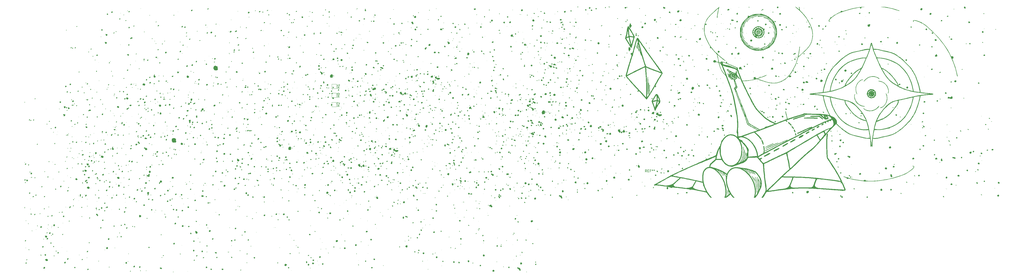
<source format=gbr>
%TF.GenerationSoftware,KiCad,Pcbnew,(6.0.4)*%
%TF.CreationDate,2022-03-30T13:59:28+02:00*%
%TF.ProjectId,32u2,33327532-2e6b-4696-9361-645f70636258,rev?*%
%TF.SameCoordinates,Original*%
%TF.FileFunction,Legend,Top*%
%TF.FilePolarity,Positive*%
%FSLAX46Y46*%
G04 Gerber Fmt 4.6, Leading zero omitted, Abs format (unit mm)*
G04 Created by KiCad (PCBNEW (6.0.4)) date 2022-03-30 13:59:28*
%MOMM*%
%LPD*%
G01*
G04 APERTURE LIST*
%ADD10C,0.150000*%
%ADD11C,0.120000*%
G04 APERTURE END LIST*
D10*
%TO.C,H2*%
X22052380Y-92161904D02*
X21052380Y-92161904D01*
X21528571Y-92161904D02*
X21528571Y-91590476D01*
X22052380Y-91590476D02*
X21052380Y-91590476D01*
X21147619Y-91161904D02*
X21100000Y-91114285D01*
X21052380Y-91019047D01*
X21052380Y-90780952D01*
X21100000Y-90685714D01*
X21147619Y-90638095D01*
X21242857Y-90590476D01*
X21338095Y-90590476D01*
X21480952Y-90638095D01*
X22052380Y-91209523D01*
X22052380Y-90590476D01*
%TO.C,H1*%
X22052380Y-84561904D02*
X21052380Y-84561904D01*
X21528571Y-84561904D02*
X21528571Y-83990476D01*
X22052380Y-83990476D02*
X21052380Y-83990476D01*
X22052380Y-82990476D02*
X22052380Y-83561904D01*
X22052380Y-83276190D02*
X21052380Y-83276190D01*
X21195238Y-83371428D01*
X21290476Y-83466666D01*
X21338095Y-83561904D01*
%TO.C,H0*%
X22052380Y-88261904D02*
X21052380Y-88261904D01*
X21528571Y-88261904D02*
X21528571Y-87690476D01*
X22052380Y-87690476D02*
X21052380Y-87690476D01*
X21052380Y-87023809D02*
X21052380Y-86928571D01*
X21100000Y-86833333D01*
X21147619Y-86785714D01*
X21242857Y-86738095D01*
X21433333Y-86690476D01*
X21671428Y-86690476D01*
X21861904Y-86738095D01*
X21957142Y-86785714D01*
X22004761Y-86833333D01*
X22052380Y-86928571D01*
X22052380Y-87023809D01*
X22004761Y-87119047D01*
X21957142Y-87166666D01*
X21861904Y-87214285D01*
X21671428Y-87261904D01*
X21433333Y-87261904D01*
X21242857Y-87214285D01*
X21147619Y-87166666D01*
X21100000Y-87119047D01*
X21052380Y-87023809D01*
%TO.C,REF\u002A\u002A*%
X150329167Y-119720629D02*
X149995834Y-119244439D01*
X149757739Y-119720629D02*
X149757739Y-118720629D01*
X150138691Y-118720629D01*
X150233929Y-118768249D01*
X150281548Y-118815868D01*
X150329167Y-118911106D01*
X150329167Y-119053963D01*
X150281548Y-119149201D01*
X150233929Y-119196820D01*
X150138691Y-119244439D01*
X149757739Y-119244439D01*
X150757739Y-119196820D02*
X151091072Y-119196820D01*
X151233929Y-119720629D02*
X150757739Y-119720629D01*
X150757739Y-118720629D01*
X151233929Y-118720629D01*
X151995834Y-119196820D02*
X151662501Y-119196820D01*
X151662501Y-119720629D02*
X151662501Y-118720629D01*
X152138691Y-118720629D01*
X152662501Y-118720629D02*
X152662501Y-118958725D01*
X152424405Y-118863487D02*
X152662501Y-118958725D01*
X152900596Y-118863487D01*
X152519643Y-119149201D02*
X152662501Y-118958725D01*
X152805358Y-119149201D01*
X153424405Y-118720629D02*
X153424405Y-118958725D01*
X153186310Y-118863487D02*
X153424405Y-118958725D01*
X153662501Y-118863487D01*
X153281548Y-119149201D02*
X153424405Y-118958725D01*
X153567262Y-119149201D01*
%TO.C,G\u002A\u002A\u002A*%
G36*
X111711504Y-108521505D02*
G01*
X111749962Y-108601401D01*
X111740902Y-108625439D01*
X111676545Y-108684553D01*
X111645054Y-108617224D01*
X111643750Y-108583565D01*
X111676550Y-108514901D01*
X111711504Y-108521505D01*
G37*
G36*
X151242397Y-92529929D02*
G01*
X151309388Y-92629634D01*
X151310416Y-92646179D01*
X151264773Y-92756339D01*
X151193750Y-92838307D01*
X151096580Y-92904243D01*
X150994975Y-92894421D01*
X150889682Y-92844379D01*
X150756237Y-92738021D01*
X150723365Y-92636162D01*
X150797846Y-92532260D01*
X150940158Y-92480450D01*
X151103831Y-92479937D01*
X151242397Y-92529929D01*
G37*
G36*
X102640257Y-85030658D02*
G01*
X102671364Y-85057972D01*
X102737409Y-85145388D01*
X102721998Y-85235757D01*
X102668459Y-85324638D01*
X102520616Y-85461078D01*
X102352493Y-85471058D01*
X102215178Y-85382738D01*
X102128859Y-85283277D01*
X102124279Y-85198215D01*
X102179428Y-85083117D01*
X102300452Y-84979713D01*
X102472157Y-84961302D01*
X102640257Y-85030658D01*
G37*
G36*
X255636228Y-55741497D02*
G01*
X255643750Y-55787500D01*
X255607751Y-55876217D01*
X255577083Y-55887500D01*
X255517938Y-55833502D01*
X255510416Y-55787500D01*
X255546414Y-55698782D01*
X255577083Y-55687500D01*
X255636228Y-55741497D01*
G37*
G36*
X209228469Y-107611505D02*
G01*
X209306044Y-107746535D01*
X209310416Y-107789388D01*
X209257751Y-107840250D01*
X209114879Y-107946951D01*
X208904481Y-108094383D01*
X208649240Y-108267439D01*
X208371838Y-108451010D01*
X208094958Y-108629988D01*
X207841282Y-108789266D01*
X207633493Y-108913734D01*
X207563072Y-108953241D01*
X207321158Y-109053634D01*
X207114446Y-109082769D01*
X206972612Y-109039069D01*
X206934199Y-108986651D01*
X206923560Y-108900788D01*
X206969328Y-108808916D01*
X207086872Y-108695981D01*
X207291556Y-108546929D01*
X207566480Y-108367227D01*
X208009371Y-108092399D01*
X208397044Y-107866542D01*
X208716096Y-107696794D01*
X208953124Y-107590294D01*
X209093024Y-107554166D01*
X209228469Y-107611505D01*
G37*
G36*
X216013008Y-91140442D02*
G01*
X216094057Y-91267500D01*
X216084831Y-91423530D01*
X216021911Y-91518862D01*
X215867104Y-91599547D01*
X215671352Y-91615300D01*
X215498420Y-91565904D01*
X215443750Y-91520833D01*
X215395555Y-91416893D01*
X215452253Y-91304166D01*
X215590245Y-91157935D01*
X215732139Y-91097587D01*
X215859146Y-91088520D01*
X216013008Y-91140442D01*
G37*
G36*
X100573449Y-53797370D02*
G01*
X100640766Y-53913563D01*
X100643750Y-53952074D01*
X100604694Y-54058861D01*
X100481017Y-54087500D01*
X100342516Y-54066682D01*
X100283153Y-54030654D01*
X100289852Y-53938412D01*
X100336245Y-53853156D01*
X100455168Y-53771839D01*
X100573449Y-53797370D01*
G37*
G36*
X215605888Y-80076728D02*
G01*
X215690225Y-80204649D01*
X215710416Y-80300833D01*
X215678553Y-80407135D01*
X215590389Y-80396030D01*
X215523750Y-80340833D01*
X215463244Y-80233324D01*
X215444992Y-80109745D01*
X215473858Y-80028484D01*
X215497083Y-80020833D01*
X215605888Y-80076728D01*
G37*
G36*
X290777083Y-129920833D02*
G01*
X290743750Y-129954166D01*
X290710416Y-129920833D01*
X290743750Y-129887500D01*
X290777083Y-129920833D01*
G37*
G36*
X151590160Y-83098925D02*
G01*
X151615842Y-83131587D01*
X151632763Y-83210779D01*
X151641562Y-83352076D01*
X151642876Y-83571053D01*
X151637340Y-83883286D01*
X151625593Y-84304348D01*
X151616419Y-84597220D01*
X151599939Y-85055783D01*
X151581014Y-85488378D01*
X151560965Y-85870746D01*
X151541118Y-86178631D01*
X151522797Y-86387776D01*
X151515807Y-86440758D01*
X151461604Y-86677526D01*
X151394971Y-86825635D01*
X151325738Y-86868483D01*
X151284069Y-86832136D01*
X151272368Y-86736793D01*
X151280734Y-86549432D01*
X151307311Y-86309553D01*
X151309291Y-86295433D01*
X151331931Y-86079635D01*
X151355011Y-85760632D01*
X151376857Y-85368535D01*
X151395798Y-84933457D01*
X151410162Y-84485510D01*
X151410477Y-84473272D01*
X151423398Y-84011091D01*
X151436451Y-83665407D01*
X151451403Y-83419395D01*
X151470023Y-83256229D01*
X151494078Y-83159084D01*
X151525338Y-83111132D01*
X151555083Y-83097220D01*
X151590160Y-83098925D01*
G37*
G36*
X170345030Y-75393785D02*
G01*
X170370398Y-75493930D01*
X170297083Y-75607500D01*
X170182979Y-75683324D01*
X170088639Y-75643499D01*
X170088194Y-75643055D01*
X170050013Y-75545020D01*
X170043750Y-75476388D01*
X170089547Y-75378730D01*
X170210416Y-75354166D01*
X170345030Y-75393785D01*
G37*
G36*
X221475462Y-93193067D02*
G01*
X221645215Y-93249674D01*
X221751088Y-93322603D01*
X221759478Y-93337781D01*
X221738589Y-93451823D01*
X221637489Y-93561214D01*
X221510987Y-93651726D01*
X221429009Y-93674530D01*
X221332086Y-93645362D01*
X221327083Y-93643347D01*
X221250570Y-93555347D01*
X221243750Y-93515277D01*
X221205922Y-93430185D01*
X221177083Y-93420833D01*
X221119455Y-93372031D01*
X221119226Y-93271426D01*
X221175949Y-93188200D01*
X221299737Y-93167628D01*
X221475462Y-93193067D01*
G37*
G36*
X139565331Y-126676705D02*
G01*
X139577083Y-126754166D01*
X139541904Y-126867608D01*
X139463630Y-126876531D01*
X139410416Y-126820833D01*
X139402219Y-126710514D01*
X139475205Y-126628864D01*
X139514351Y-126620833D01*
X139565331Y-126676705D01*
G37*
G36*
X118221666Y-88470895D02*
G01*
X118235882Y-88585764D01*
X118201908Y-88712461D01*
X118126892Y-88798009D01*
X118099965Y-88807287D01*
X117982339Y-88791019D01*
X117947830Y-88760769D01*
X117859436Y-88722494D01*
X117801520Y-88733472D01*
X117724426Y-88733692D01*
X117722738Y-88647227D01*
X117791553Y-88549394D01*
X117857806Y-88539268D01*
X117975582Y-88519808D01*
X118009323Y-88489268D01*
X118106570Y-88427041D01*
X118152112Y-88420833D01*
X118221666Y-88470895D01*
G37*
G36*
X170359561Y-108047810D02*
G01*
X170376943Y-108136198D01*
X170377083Y-108154166D01*
X170337030Y-108264667D01*
X170226921Y-108270464D01*
X170092196Y-108193561D01*
X170015401Y-108123064D01*
X170053677Y-108084472D01*
X170125530Y-108063258D01*
X170287755Y-108027832D01*
X170359561Y-108047810D01*
G37*
G36*
X201288503Y-92667973D02*
G01*
X201310416Y-92754166D01*
X201262406Y-92864495D01*
X201156524Y-92884620D01*
X201088194Y-92843055D01*
X201042309Y-92729956D01*
X201100539Y-92639951D01*
X201177083Y-92620833D01*
X201288503Y-92667973D01*
G37*
G36*
X291451822Y-123389927D02*
G01*
X291502044Y-123564987D01*
X291498567Y-123666231D01*
X291438974Y-123825032D01*
X291318244Y-123869692D01*
X291149345Y-123796913D01*
X291107951Y-123765576D01*
X291003750Y-123669175D01*
X290993504Y-123587657D01*
X291065311Y-123462776D01*
X291205190Y-123325548D01*
X291343449Y-123305690D01*
X291451822Y-123389927D01*
G37*
G36*
X181676349Y-90493203D02*
G01*
X181721118Y-90535239D01*
X181822343Y-90684989D01*
X181807532Y-90798828D01*
X181691543Y-90866230D01*
X181489234Y-90876667D01*
X181289852Y-90840794D01*
X181195376Y-90768077D01*
X181193083Y-90651788D01*
X181271771Y-90532553D01*
X181395189Y-90458799D01*
X181551765Y-90429866D01*
X181676349Y-90493203D01*
G37*
G36*
X140544889Y-107545620D02*
G01*
X140611773Y-107580247D01*
X140690645Y-107665359D01*
X140697328Y-107783938D01*
X140670430Y-107895479D01*
X140567915Y-108075672D01*
X140409723Y-108142719D01*
X140218933Y-108091062D01*
X140127083Y-108026334D01*
X140018644Y-107910553D01*
X139977083Y-107822051D01*
X140035594Y-107685098D01*
X140180429Y-107581680D01*
X140365543Y-107529340D01*
X140544889Y-107545620D01*
G37*
G36*
X168843750Y-73920833D02*
G01*
X168907348Y-73980740D01*
X168910416Y-73991434D01*
X168858837Y-74020068D01*
X168843750Y-74020833D01*
X168779645Y-73969583D01*
X168777083Y-73950232D01*
X168817925Y-73910416D01*
X168843750Y-73920833D01*
G37*
G36*
X191510416Y-61054166D02*
G01*
X191574015Y-61114073D01*
X191577083Y-61124767D01*
X191525503Y-61153402D01*
X191510416Y-61154166D01*
X191446311Y-61102916D01*
X191443750Y-61083565D01*
X191484592Y-61043749D01*
X191510416Y-61054166D01*
G37*
G36*
X149514773Y-93536201D02*
G01*
X149605956Y-93654265D01*
X149637954Y-93799635D01*
X149602320Y-93930251D01*
X149490605Y-94004054D01*
X149477083Y-94006395D01*
X149353276Y-93972419D01*
X149255518Y-93824621D01*
X149201810Y-93628658D01*
X149250763Y-93517031D01*
X149372854Y-93487500D01*
X149514773Y-93536201D01*
G37*
G36*
X107298644Y-80061450D02*
G01*
X107374321Y-80213748D01*
X107377083Y-80254166D01*
X107326296Y-80421503D01*
X107199126Y-80501249D01*
X107033358Y-80474688D01*
X106987390Y-80447215D01*
X106867689Y-80306068D01*
X106858908Y-80153728D01*
X106961995Y-80029455D01*
X106977083Y-80020833D01*
X107151711Y-79988674D01*
X107298644Y-80061450D01*
G37*
G36*
X285350361Y-65666860D02*
G01*
X285452901Y-65816395D01*
X285461180Y-65839699D01*
X285497326Y-66055069D01*
X285436616Y-66180551D01*
X285284185Y-66212147D01*
X285060416Y-66152089D01*
X284933694Y-66053121D01*
X284931105Y-65914253D01*
X285047848Y-65750067D01*
X285211316Y-65643878D01*
X285350361Y-65666860D01*
G37*
G36*
X297407417Y-123819298D02*
G01*
X297418845Y-123827828D01*
X297577971Y-124031648D01*
X297611969Y-124279661D01*
X297601508Y-124348709D01*
X297552648Y-124494101D01*
X297454406Y-124547538D01*
X297352083Y-124552684D01*
X297145516Y-124511250D01*
X296984216Y-124428539D01*
X296871112Y-124305246D01*
X296861822Y-124160827D01*
X296868515Y-124131234D01*
X296955333Y-123974626D01*
X297103064Y-123854460D01*
X297268246Y-123794697D01*
X297407417Y-123819298D01*
G37*
G36*
X130213076Y-127187760D02*
G01*
X130301046Y-127337416D01*
X130310416Y-127423536D01*
X130267275Y-127629832D01*
X130155147Y-127732799D01*
X129999977Y-127722108D01*
X129846347Y-127608262D01*
X129731553Y-127448681D01*
X129736082Y-127323517D01*
X129862042Y-127203639D01*
X129876323Y-127194128D01*
X130060134Y-127133989D01*
X130213076Y-127187760D01*
G37*
G36*
X102658357Y-98795053D02*
G01*
X102807854Y-98929252D01*
X102836658Y-99100253D01*
X102743492Y-99285543D01*
X102689453Y-99342545D01*
X102580402Y-99441212D01*
X102503229Y-99469583D01*
X102400275Y-99432647D01*
X102293750Y-99376790D01*
X102143170Y-99240098D01*
X102107176Y-99070531D01*
X102183312Y-98899091D01*
X102341690Y-98770977D01*
X102485248Y-98735985D01*
X102658357Y-98795053D01*
G37*
G36*
X126727083Y-50713636D02*
G01*
X126827125Y-50862387D01*
X126830744Y-51046268D01*
X126741082Y-51211727D01*
X126695582Y-51250386D01*
X126532545Y-51339605D01*
X126395678Y-51330637D01*
X126258583Y-51250386D01*
X126132953Y-51113959D01*
X126135611Y-50964039D01*
X126266995Y-50791208D01*
X126280518Y-50778478D01*
X126446101Y-50653572D01*
X126582244Y-50635021D01*
X126727083Y-50713636D01*
G37*
G36*
X200735483Y-96607457D02*
G01*
X200825867Y-96648898D01*
X200902959Y-96642100D01*
X201038108Y-96652131D01*
X201089257Y-96753393D01*
X201070167Y-96848150D01*
X200991507Y-96930142D01*
X200833452Y-96937535D01*
X200693750Y-96908211D01*
X200590539Y-96832161D01*
X200601520Y-96695791D01*
X200636437Y-96630382D01*
X200704938Y-96581811D01*
X200735483Y-96607457D01*
G37*
G36*
X113412482Y-80135198D02*
G01*
X113491759Y-80267330D01*
X113474102Y-80430225D01*
X113392247Y-80538733D01*
X113254742Y-80526725D01*
X113106685Y-80431217D01*
X112998146Y-80291090D01*
X113012061Y-80170296D01*
X113137860Y-80097254D01*
X113234525Y-80087500D01*
X113412482Y-80135198D01*
G37*
G36*
X164834156Y-114202613D02*
G01*
X164843750Y-114250232D01*
X164808943Y-114341446D01*
X164777083Y-114354166D01*
X164712324Y-114306318D01*
X164710416Y-114291434D01*
X164758876Y-114201145D01*
X164777083Y-114187500D01*
X164834156Y-114202613D01*
G37*
G36*
X265862557Y-94850381D02*
G01*
X266032335Y-94928272D01*
X266144443Y-95053915D01*
X266164501Y-95167406D01*
X266081776Y-95335001D01*
X265919056Y-95420258D01*
X265713157Y-95405125D01*
X265693750Y-95398215D01*
X265561520Y-95319414D01*
X265513660Y-95188312D01*
X265510416Y-95109234D01*
X265530982Y-94947839D01*
X265612737Y-94869096D01*
X265677569Y-94848087D01*
X265862557Y-94850381D01*
G37*
G36*
X247563369Y-120093038D02*
G01*
X247566060Y-120229129D01*
X247503646Y-120358662D01*
X247393731Y-120415612D01*
X247290499Y-120378693D01*
X247243635Y-120256840D01*
X247263377Y-120107137D01*
X247337824Y-120000967D01*
X247354897Y-119992447D01*
X247490726Y-119989744D01*
X247563369Y-120093038D01*
G37*
G36*
X179600085Y-83467416D02*
G01*
X179713498Y-83574818D01*
X179809529Y-83696562D01*
X179843750Y-83776763D01*
X179794754Y-83925461D01*
X179645161Y-83994372D01*
X179391064Y-83984985D01*
X179326980Y-83973770D01*
X179222467Y-83930934D01*
X179207462Y-83832130D01*
X179221356Y-83766183D01*
X179297858Y-83599333D01*
X179415210Y-83468525D01*
X179514512Y-83422953D01*
X179600085Y-83467416D01*
G37*
G36*
X277442933Y-92729838D02*
G01*
X277497688Y-92805539D01*
X277493769Y-92837535D01*
X277411226Y-92923199D01*
X277289664Y-92938163D01*
X277209107Y-92885382D01*
X277206154Y-92777419D01*
X277231744Y-92739505D01*
X277334645Y-92700479D01*
X277442933Y-92729838D01*
G37*
G36*
X151524073Y-67684627D02*
G01*
X151576894Y-67809848D01*
X151577083Y-67818741D01*
X151528357Y-67922707D01*
X151420172Y-67956061D01*
X151309518Y-67913130D01*
X151266138Y-67849685D01*
X151268075Y-67720814D01*
X151297083Y-67674166D01*
X151413397Y-67630412D01*
X151524073Y-67684627D01*
G37*
G36*
X170430686Y-88943892D02*
G01*
X170485510Y-89073289D01*
X170494668Y-89216018D01*
X170458408Y-89299507D01*
X170378797Y-89310266D01*
X170277543Y-89197558D01*
X170206822Y-89030902D01*
X170238603Y-88921132D01*
X170346414Y-88887500D01*
X170430686Y-88943892D01*
G37*
G36*
X169731620Y-93593740D02*
G01*
X169849228Y-93680366D01*
X169873619Y-93700943D01*
X169987864Y-93846371D01*
X170007479Y-93980645D01*
X169934950Y-94069792D01*
X169845340Y-94087500D01*
X169752588Y-94039961D01*
X169695631Y-93884186D01*
X169687860Y-93841000D01*
X169667595Y-93675573D01*
X169668080Y-93578268D01*
X169671445Y-93570915D01*
X169731620Y-93593740D01*
G37*
G36*
X141983897Y-102624480D02*
G01*
X142087044Y-102731760D01*
X142110416Y-102815403D01*
X142055966Y-102929168D01*
X141925396Y-102979820D01*
X141767874Y-102949854D01*
X141753682Y-102942395D01*
X141683599Y-102887348D01*
X141694460Y-102812346D01*
X141751028Y-102719081D01*
X141846757Y-102609396D01*
X141943770Y-102605772D01*
X141983897Y-102624480D01*
G37*
G36*
X105232134Y-111540864D02*
G01*
X105243750Y-111587500D01*
X105190385Y-111675884D01*
X105143750Y-111687500D01*
X105055365Y-111634135D01*
X105043750Y-111587500D01*
X105097114Y-111499115D01*
X105143750Y-111487500D01*
X105232134Y-111540864D01*
G37*
G36*
X116940143Y-103637957D02*
G01*
X116977083Y-103718487D01*
X116921258Y-103834790D01*
X116794252Y-103902105D01*
X116656770Y-103891046D01*
X116640157Y-103881581D01*
X116584569Y-103821179D01*
X116634279Y-103750602D01*
X116673158Y-103719566D01*
X116829809Y-103634055D01*
X116940143Y-103637957D01*
G37*
G36*
X111978075Y-86921148D02*
G01*
X112100207Y-87007414D01*
X112208533Y-87156515D01*
X112274477Y-87317696D01*
X112269890Y-87439457D01*
X112125129Y-87635622D01*
X111962159Y-87767048D01*
X111808999Y-87818862D01*
X111693667Y-87776189D01*
X111677083Y-87754166D01*
X111582963Y-87697975D01*
X111507752Y-87687500D01*
X111395609Y-87629188D01*
X111328192Y-87480536D01*
X111319584Y-87280968D01*
X111334222Y-87201724D01*
X111425875Y-87072778D01*
X111599333Y-86968490D01*
X111803086Y-86911308D01*
X111978075Y-86921148D01*
G37*
G36*
X193572204Y-66571237D02*
G01*
X193582083Y-66602500D01*
X193535163Y-66664864D01*
X193507083Y-66677500D01*
X193450209Y-66656530D01*
X193453750Y-66624166D01*
X193512144Y-66555062D01*
X193572204Y-66571237D01*
G37*
G36*
X222914936Y-64359017D02*
G01*
X222972995Y-64464410D01*
X222940201Y-64578479D01*
X222823111Y-64663824D01*
X222691657Y-64686479D01*
X222570791Y-64638336D01*
X222534525Y-64587500D01*
X222520740Y-64419081D01*
X222614123Y-64316507D01*
X222759467Y-64299701D01*
X222914936Y-64359017D01*
G37*
G36*
X233583981Y-95077635D02*
G01*
X233601093Y-95083955D01*
X233729269Y-95160828D01*
X233777083Y-95239774D01*
X233750747Y-95336060D01*
X233690697Y-95440800D01*
X233625371Y-95515996D01*
X233583208Y-95523652D01*
X233579203Y-95504166D01*
X233518856Y-95443912D01*
X233377083Y-95420833D01*
X233220883Y-95388076D01*
X233181670Y-95298754D01*
X233262941Y-95166289D01*
X233301093Y-95129271D01*
X233430037Y-95054764D01*
X233583981Y-95077635D01*
G37*
G36*
X180181689Y-94657013D02*
G01*
X180233077Y-94741781D01*
X180239401Y-94859770D01*
X180202161Y-94944487D01*
X180174991Y-94954166D01*
X180093283Y-94901030D01*
X180069083Y-94857359D01*
X180060106Y-94736367D01*
X180110308Y-94655535D01*
X180181689Y-94657013D01*
G37*
G36*
X134336052Y-99846925D02*
G01*
X134398469Y-99855859D01*
X134610961Y-99905990D01*
X134697408Y-99982024D01*
X134664511Y-100097382D01*
X134574486Y-100208262D01*
X134443770Y-100326785D01*
X134348411Y-100343256D01*
X134268856Y-100285939D01*
X134151976Y-100219285D01*
X134046502Y-100188030D01*
X133907769Y-100153226D01*
X133881244Y-100099079D01*
X133953285Y-99985791D01*
X133969695Y-99963960D01*
X134057602Y-99870626D01*
X134163183Y-99835784D01*
X134336052Y-99846925D01*
G37*
G36*
X162870124Y-70484986D02*
G01*
X162911454Y-70522083D01*
X162957153Y-70617880D01*
X162905239Y-70721622D01*
X162875951Y-70755417D01*
X162711804Y-70865016D01*
X162537753Y-70875141D01*
X162398354Y-70786282D01*
X162374802Y-70749905D01*
X162336118Y-70607907D01*
X162380620Y-70516571D01*
X162519735Y-70438407D01*
X162705477Y-70428113D01*
X162870124Y-70484986D01*
G37*
G36*
X264342884Y-66314658D02*
G01*
X264476994Y-66387527D01*
X264505926Y-66490402D01*
X264443836Y-66593819D01*
X264304881Y-66668313D01*
X264163750Y-66687500D01*
X264021720Y-66661663D01*
X263977259Y-66571736D01*
X263977083Y-66562329D01*
X264033083Y-66400839D01*
X264176428Y-66312558D01*
X264342884Y-66314658D01*
G37*
G36*
X220604165Y-91924059D02*
G01*
X220767443Y-91970976D01*
X220834380Y-92049380D01*
X220843750Y-92134043D01*
X220802773Y-92274825D01*
X220660337Y-92368129D01*
X220644149Y-92374422D01*
X220509805Y-92453411D01*
X220460327Y-92541282D01*
X220460815Y-92545048D01*
X220428100Y-92647519D01*
X220393750Y-92669472D01*
X220313142Y-92663268D01*
X220302521Y-92643055D01*
X220302521Y-92537500D01*
X220260081Y-92489075D01*
X220243750Y-92487500D01*
X220192500Y-92432679D01*
X220181440Y-92301246D01*
X220207602Y-92142743D01*
X220268017Y-92006715D01*
X220272952Y-91999973D01*
X220370780Y-91920326D01*
X220518652Y-91910747D01*
X220604165Y-91924059D01*
G37*
G36*
X137549766Y-120006715D02*
G01*
X137577083Y-120115945D01*
X137548444Y-120248280D01*
X137446005Y-120287435D01*
X137439113Y-120287500D01*
X137335522Y-120255504D01*
X137322352Y-120138844D01*
X137322446Y-120138181D01*
X137378928Y-120006650D01*
X137469427Y-119961543D01*
X137549766Y-120006715D01*
G37*
G36*
X140481092Y-91534153D02*
G01*
X140540719Y-91590530D01*
X140679692Y-91799259D01*
X140701877Y-92006354D01*
X140615031Y-92183034D01*
X140426909Y-92300518D01*
X140343750Y-92321424D01*
X140114404Y-92305911D01*
X140000345Y-92238988D01*
X139880939Y-92085930D01*
X139814823Y-91918321D01*
X139803862Y-91766869D01*
X139867675Y-91655083D01*
X139972195Y-91568321D01*
X140168891Y-91450098D01*
X140324638Y-91438166D01*
X140481092Y-91534153D01*
G37*
G36*
X124965467Y-72140864D02*
G01*
X124977083Y-72187500D01*
X124923718Y-72275884D01*
X124877083Y-72287500D01*
X124788698Y-72234135D01*
X124777083Y-72187500D01*
X124830447Y-72099115D01*
X124877083Y-72087500D01*
X124965467Y-72140864D01*
G37*
G36*
X136854886Y-108467436D02*
G01*
X136904554Y-108513770D01*
X136942521Y-108612090D01*
X136874622Y-108713770D01*
X136781328Y-108797929D01*
X136743750Y-108820833D01*
X136683957Y-108779757D01*
X136612877Y-108713770D01*
X136544257Y-108607275D01*
X136582945Y-108513770D01*
X136691696Y-108433289D01*
X136743750Y-108420833D01*
X136854886Y-108467436D01*
G37*
G36*
X284495640Y-101659391D02*
G01*
X284582065Y-101744156D01*
X284668419Y-101885123D01*
X284678150Y-102012164D01*
X284611610Y-102083311D01*
X284579175Y-102087500D01*
X284486545Y-102044340D01*
X284369940Y-101947023D01*
X284277969Y-101839994D01*
X284279733Y-101765367D01*
X284335780Y-101700231D01*
X284419721Y-101635946D01*
X284495640Y-101659391D01*
G37*
G36*
X100176824Y-108188907D02*
G01*
X100277083Y-108248036D01*
X100413528Y-108373082D01*
X100424719Y-108501491D01*
X100311283Y-108654885D01*
X100289453Y-108675879D01*
X100130663Y-108795476D01*
X100009444Y-108800752D01*
X99894340Y-108691461D01*
X99880863Y-108672666D01*
X99789678Y-108497141D01*
X99811865Y-108365127D01*
X99943750Y-108248036D01*
X100074230Y-108177498D01*
X100176824Y-108188907D01*
G37*
G36*
X104677749Y-90609699D02*
G01*
X104757224Y-90710451D01*
X104764004Y-90812880D01*
X104695730Y-90957860D01*
X104565816Y-91013147D01*
X104422152Y-90965078D01*
X104378715Y-90922799D01*
X104329082Y-90824871D01*
X104378639Y-90723815D01*
X104405003Y-90693481D01*
X104547446Y-90599753D01*
X104677749Y-90609699D01*
G37*
G36*
X117472172Y-78055279D02*
G01*
X117533570Y-78162676D01*
X117503419Y-78300574D01*
X117419354Y-78405878D01*
X117313581Y-78395807D01*
X117253857Y-78361823D01*
X117187521Y-78256904D01*
X117210333Y-78129501D01*
X117307127Y-78040173D01*
X117336527Y-78031706D01*
X117472172Y-78055279D01*
G37*
G36*
X201726402Y-96366196D02*
G01*
X201858389Y-96431823D01*
X201894247Y-96545654D01*
X201824102Y-96658768D01*
X201789870Y-96680656D01*
X201670856Y-96718742D01*
X201619182Y-96707376D01*
X201586353Y-96614355D01*
X201577083Y-96505085D01*
X201602185Y-96386441D01*
X201700640Y-96363115D01*
X201726402Y-96366196D01*
G37*
G36*
X278688461Y-51398180D02*
G01*
X278703006Y-51490723D01*
X278624605Y-51572548D01*
X278615290Y-51576404D01*
X278495335Y-51564104D01*
X278449202Y-51527403D01*
X278412599Y-51424063D01*
X278494887Y-51363842D01*
X278588194Y-51354166D01*
X278688461Y-51398180D01*
G37*
G36*
X149568735Y-94269983D02*
G01*
X149568539Y-94370549D01*
X149515023Y-94451319D01*
X149429401Y-94442959D01*
X149411088Y-94421920D01*
X149402164Y-94310995D01*
X149474681Y-94229031D01*
X149514351Y-94220833D01*
X149568735Y-94269983D01*
G37*
G36*
X215472401Y-84863690D02*
G01*
X215670967Y-85025722D01*
X215671157Y-85025948D01*
X215779809Y-85165824D01*
X215838280Y-85262094D01*
X215841629Y-85275948D01*
X215786864Y-85389355D01*
X215660557Y-85520680D01*
X215531466Y-85609943D01*
X215355515Y-85673242D01*
X215182683Y-85649823D01*
X215060416Y-85596839D01*
X214955816Y-85510808D01*
X214914176Y-85363371D01*
X214910416Y-85262374D01*
X214959646Y-85023217D01*
X215088529Y-84871205D01*
X215268851Y-84815107D01*
X215472401Y-84863690D01*
G37*
G36*
X171025694Y-50513888D02*
G01*
X171005811Y-50544189D01*
X170938194Y-50548903D01*
X170867058Y-50532622D01*
X170897916Y-50508625D01*
X171002108Y-50500678D01*
X171025694Y-50513888D01*
G37*
G36*
X126149248Y-98588167D02*
G01*
X126266750Y-98676082D01*
X126366281Y-98866675D01*
X126343082Y-99059665D01*
X126255167Y-99177167D01*
X126073772Y-99277424D01*
X125894018Y-99244969D01*
X125777083Y-99154166D01*
X125660015Y-98969341D01*
X125672544Y-98788047D01*
X125765666Y-98664499D01*
X125956258Y-98564968D01*
X126149248Y-98588167D01*
G37*
G36*
X117858930Y-116024373D02*
G01*
X117869937Y-116041676D01*
X117902938Y-116145995D01*
X117840275Y-116244389D01*
X117786364Y-116291676D01*
X117630890Y-116398980D01*
X117531376Y-116407971D01*
X117474596Y-116350142D01*
X117467572Y-116244505D01*
X117510820Y-116086608D01*
X117513361Y-116080391D01*
X117615790Y-115932876D01*
X117736747Y-115913577D01*
X117858930Y-116024373D01*
G37*
G36*
X134524073Y-78151294D02*
G01*
X134576894Y-78276515D01*
X134577083Y-78285407D01*
X134528357Y-78389374D01*
X134420172Y-78422728D01*
X134309518Y-78379796D01*
X134266138Y-78316352D01*
X134268075Y-78187481D01*
X134297083Y-78140833D01*
X134413397Y-78097079D01*
X134524073Y-78151294D01*
G37*
G36*
X165425377Y-117934465D02*
G01*
X165468481Y-118027873D01*
X165477083Y-118187500D01*
X165464096Y-118366022D01*
X165413651Y-118449403D01*
X165343750Y-118471192D01*
X165184475Y-118454168D01*
X165043750Y-118402557D01*
X164914965Y-118292021D01*
X164878920Y-118166488D01*
X164937417Y-118065923D01*
X165027083Y-118032863D01*
X165144322Y-117991012D01*
X165177083Y-117944893D01*
X165232390Y-117901142D01*
X165327083Y-117899529D01*
X165425377Y-117934465D01*
G37*
G36*
X149341377Y-88320833D02*
G01*
X148958744Y-87858340D01*
X148497003Y-87329509D01*
X147976289Y-86757045D01*
X147580687Y-86335362D01*
X147344061Y-86089124D01*
X147181342Y-85929725D01*
X147076644Y-85845437D01*
X147014080Y-85824534D01*
X146977766Y-85855289D01*
X146966168Y-85881735D01*
X146866558Y-85984903D01*
X146704749Y-86022838D01*
X146537277Y-85990971D01*
X146446173Y-85923753D01*
X146400939Y-85798886D01*
X146459817Y-85706766D01*
X146539521Y-85687500D01*
X146654192Y-85640690D01*
X146705802Y-85593059D01*
X146724310Y-85533554D01*
X146689147Y-85443387D01*
X146588579Y-85305308D01*
X146410872Y-85102069D01*
X146263638Y-84943059D01*
X145731715Y-84372744D01*
X145197744Y-83795338D01*
X144671537Y-83221784D01*
X144162906Y-82663023D01*
X143681662Y-82129997D01*
X143237617Y-81633648D01*
X142840582Y-81184919D01*
X142500370Y-80794751D01*
X142226792Y-80474086D01*
X142029660Y-80233867D01*
X141960416Y-80144103D01*
X141761862Y-79862297D01*
X141612517Y-79621182D01*
X141610211Y-79616456D01*
X142110416Y-79616456D01*
X142153576Y-79706526D01*
X142274350Y-79878213D01*
X142459686Y-80115373D01*
X142696527Y-80401865D01*
X142971818Y-80721545D01*
X143272506Y-81058272D01*
X143307706Y-81096902D01*
X143520790Y-81330303D01*
X143805006Y-81641695D01*
X144141631Y-82010562D01*
X144511942Y-82416384D01*
X144897217Y-82838646D01*
X145278731Y-83256830D01*
X145306710Y-83287500D01*
X145696307Y-83713028D01*
X146099992Y-84151190D01*
X146497089Y-84579739D01*
X146866921Y-84976429D01*
X147188814Y-85319012D01*
X147442092Y-85585241D01*
X147444263Y-85587500D01*
X147982681Y-86154699D01*
X148512154Y-86726025D01*
X149008518Y-87274891D01*
X149447611Y-87774707D01*
X149680314Y-88048087D01*
X150010416Y-88442009D01*
X150047928Y-87848087D01*
X150055574Y-87654203D01*
X150062001Y-87344325D01*
X150067098Y-86935791D01*
X150070755Y-86445935D01*
X150072861Y-85892094D01*
X150073304Y-85291603D01*
X150071974Y-84661799D01*
X150070506Y-84320833D01*
X150061153Y-83237079D01*
X150044788Y-82273324D01*
X150021503Y-81432786D01*
X149991389Y-80718684D01*
X149954536Y-80134237D01*
X149950843Y-80087500D01*
X149916049Y-79649838D01*
X149878553Y-79168184D01*
X149839722Y-78661082D01*
X149800920Y-78147080D01*
X149763515Y-77644722D01*
X149728870Y-77172555D01*
X149698353Y-76749126D01*
X149673328Y-76392980D01*
X149655161Y-76122662D01*
X149645218Y-75956720D01*
X149643750Y-75917046D01*
X149585558Y-75900395D01*
X149412282Y-75947024D01*
X149125865Y-76056329D01*
X148927083Y-76140231D01*
X148603747Y-76284475D01*
X148207948Y-76468377D01*
X147752287Y-76685512D01*
X147249364Y-76929454D01*
X146711781Y-77193777D01*
X146152137Y-77472054D01*
X145583033Y-77757861D01*
X145017070Y-78044772D01*
X144466849Y-78326360D01*
X143944970Y-78596200D01*
X143464033Y-78847866D01*
X143036640Y-79074932D01*
X142675390Y-79270973D01*
X142392885Y-79429562D01*
X142201725Y-79544275D01*
X142114511Y-79608684D01*
X142110416Y-79616456D01*
X141610211Y-79616456D01*
X141526207Y-79444317D01*
X141510416Y-79377380D01*
X141531407Y-79229209D01*
X141550682Y-79151332D01*
X141999998Y-79151332D01*
X142871874Y-78683921D01*
X143154729Y-78534405D01*
X143533434Y-78337385D01*
X143984535Y-78104891D01*
X144484577Y-77848955D01*
X145010107Y-77581607D01*
X145537670Y-77314876D01*
X145710416Y-77227935D01*
X146237397Y-76964930D01*
X146774787Y-76700148D01*
X147298292Y-76445316D01*
X147783614Y-76212163D01*
X148206459Y-76012416D01*
X148505342Y-75874911D01*
X150089281Y-75874911D01*
X150133697Y-76797872D01*
X150155508Y-77198705D01*
X150185709Y-77682080D01*
X150220942Y-78197722D01*
X150257852Y-78695359D01*
X150273845Y-78896721D01*
X150349881Y-79895570D01*
X150409363Y-80833807D01*
X150453416Y-81744668D01*
X150483165Y-82661386D01*
X150499733Y-83617194D01*
X150504246Y-84645326D01*
X150499696Y-85570869D01*
X150495747Y-86158058D01*
X150493901Y-86701639D01*
X150494071Y-87187630D01*
X150496169Y-87602051D01*
X150500108Y-87930923D01*
X150505801Y-88160265D01*
X150513160Y-88276097D01*
X150516703Y-88287535D01*
X150565380Y-88234945D01*
X150673509Y-88089951D01*
X150827472Y-87871675D01*
X151013652Y-87599241D01*
X151122020Y-87437500D01*
X151360202Y-87069394D01*
X151650336Y-86604318D01*
X151980573Y-86062381D01*
X152339063Y-85463690D01*
X152713957Y-84828352D01*
X153093405Y-84176475D01*
X153465558Y-83528167D01*
X153818565Y-82903536D01*
X154140577Y-82322689D01*
X154196245Y-82220833D01*
X154461587Y-81746263D01*
X154765518Y-81222935D01*
X155091291Y-80678103D01*
X155422156Y-80139025D01*
X155741365Y-79632955D01*
X156032169Y-79187149D01*
X156277821Y-78828863D01*
X156297504Y-78801339D01*
X156415743Y-78627611D01*
X156488985Y-78501997D01*
X156502034Y-78457539D01*
X156421879Y-78414855D01*
X156240051Y-78334985D01*
X155979850Y-78227213D01*
X155664575Y-78100824D01*
X155317528Y-77965102D01*
X154962007Y-77829332D01*
X154621312Y-77702798D01*
X154477083Y-77650643D01*
X154003996Y-77478606D01*
X153492105Y-77287721D01*
X152961674Y-77085972D01*
X152432965Y-76881344D01*
X151926242Y-76681824D01*
X151461770Y-76495397D01*
X151059810Y-76330047D01*
X150740628Y-76193761D01*
X150524487Y-76094524D01*
X150510088Y-76087334D01*
X150089281Y-75874911D01*
X148505342Y-75874911D01*
X148542530Y-75857802D01*
X148627083Y-75820079D01*
X148952517Y-75673629D01*
X149229923Y-75543410D01*
X149438487Y-75439627D01*
X149557396Y-75372481D01*
X149577083Y-75354402D01*
X149557225Y-75281193D01*
X149501207Y-75098107D01*
X149414368Y-74821975D01*
X149302042Y-74469633D01*
X149169566Y-74057914D01*
X149022277Y-73603651D01*
X149014933Y-73581085D01*
X148857195Y-73094238D01*
X148705193Y-72620877D01*
X148566296Y-72184271D01*
X148447872Y-71807686D01*
X148357289Y-71514391D01*
X148307068Y-71345797D01*
X148227311Y-71086706D01*
X148163713Y-70935822D01*
X148104133Y-70871056D01*
X148044477Y-70867993D01*
X147997772Y-70861700D01*
X147947120Y-70808180D01*
X147885933Y-70692285D01*
X147857005Y-70620833D01*
X148043750Y-70620833D01*
X148068142Y-70675707D01*
X148088194Y-70665277D01*
X148096173Y-70586160D01*
X148088194Y-70576388D01*
X148048561Y-70585540D01*
X148043750Y-70620833D01*
X147857005Y-70620833D01*
X147807626Y-70498868D01*
X147767914Y-70387500D01*
X147977083Y-70387500D01*
X148010416Y-70420833D01*
X148043750Y-70387500D01*
X148010416Y-70354166D01*
X147977083Y-70387500D01*
X147767914Y-70387500D01*
X147705613Y-70212781D01*
X147685925Y-70154166D01*
X147910416Y-70154166D01*
X147934808Y-70209040D01*
X147954861Y-70198611D01*
X147962839Y-70119493D01*
X147954861Y-70109722D01*
X147915227Y-70118873D01*
X147910416Y-70154166D01*
X147685925Y-70154166D01*
X147573307Y-69818876D01*
X147526378Y-69676361D01*
X147266685Y-68879897D01*
X147032889Y-68151949D01*
X146827453Y-67500638D01*
X146652840Y-66934087D01*
X146511513Y-66460415D01*
X146405935Y-66087744D01*
X146338570Y-65824196D01*
X146311880Y-65677892D01*
X146311559Y-65670833D01*
X146364465Y-65626127D01*
X146407847Y-65620833D01*
X146488453Y-65682596D01*
X146562331Y-65849054D01*
X146577878Y-65904166D01*
X146648676Y-66165569D01*
X146745079Y-66500022D01*
X146861462Y-66889938D01*
X146992200Y-67317728D01*
X147131671Y-67765806D01*
X147274248Y-68216585D01*
X147414307Y-68652476D01*
X147546225Y-69055893D01*
X147664376Y-69409249D01*
X147763137Y-69694956D01*
X147836882Y-69895427D01*
X147879988Y-69993075D01*
X147887505Y-69999299D01*
X147888651Y-69961562D01*
X147870603Y-69862408D01*
X147831030Y-69693030D01*
X147767601Y-69444618D01*
X147677984Y-69108364D01*
X147559849Y-68675461D01*
X147410864Y-68137098D01*
X147228698Y-67484468D01*
X147108056Y-67054166D01*
X147001389Y-66689929D01*
X146895272Y-66355267D01*
X146799385Y-66078837D01*
X146723406Y-65889300D01*
X146697527Y-65838715D01*
X146623759Y-65681439D01*
X146606308Y-65566355D01*
X146611692Y-65552101D01*
X146618152Y-65457331D01*
X146597050Y-65273384D01*
X146556407Y-65039584D01*
X146504244Y-64795251D01*
X146502306Y-64787746D01*
X146946767Y-64787746D01*
X146950814Y-64857561D01*
X146987846Y-65030987D01*
X147016175Y-65153752D01*
X147093771Y-65468432D01*
X147186245Y-65815410D01*
X147244579Y-66020418D01*
X147322353Y-66288168D01*
X147428131Y-66658700D01*
X147554708Y-67106196D01*
X147694875Y-67604840D01*
X147841426Y-68128812D01*
X147987153Y-68652296D01*
X148124850Y-69149474D01*
X148247309Y-69594529D01*
X148347325Y-69961641D01*
X148407823Y-70187500D01*
X148463090Y-70395758D01*
X148513783Y-70583029D01*
X148564709Y-70764870D01*
X148620676Y-70956838D01*
X148686488Y-71174491D01*
X148766953Y-71433384D01*
X148866878Y-71749075D01*
X148991070Y-72137122D01*
X149144334Y-72613081D01*
X149331478Y-73192509D01*
X149439774Y-73527487D01*
X150045497Y-75400808D01*
X150761290Y-75739145D01*
X151015439Y-75856352D01*
X151293764Y-75978419D01*
X151609830Y-76110676D01*
X151977203Y-76258453D01*
X152409448Y-76427081D01*
X152920131Y-76621890D01*
X153522818Y-76848210D01*
X154231073Y-77111371D01*
X154610416Y-77251564D01*
X154992358Y-77393470D01*
X155346665Y-77526856D01*
X155647847Y-77641992D01*
X155870415Y-77729149D01*
X155977083Y-77773227D01*
X156148640Y-77848598D01*
X156224516Y-77874823D01*
X156231450Y-77855583D01*
X156201877Y-77804166D01*
X156143662Y-77717624D01*
X156025971Y-77550109D01*
X155867785Y-77328458D01*
X155742184Y-77154166D01*
X155530270Y-76859172D01*
X155277816Y-76504613D01*
X155020309Y-76140460D01*
X154842684Y-75887500D01*
X154667057Y-75639573D01*
X154428881Y-75308015D01*
X154145139Y-74916213D01*
X153832810Y-74487552D01*
X153508877Y-74045420D01*
X153245231Y-73687500D01*
X152931567Y-73261555D01*
X152621896Y-72838704D01*
X152331666Y-72440214D01*
X152076328Y-72087355D01*
X151871331Y-71801398D01*
X151744044Y-71620833D01*
X151589818Y-71399616D01*
X151375691Y-71093893D01*
X151118764Y-70728009D01*
X150836140Y-70326306D01*
X150544922Y-69913128D01*
X150409195Y-69720833D01*
X150107364Y-69291748D01*
X149752768Y-68784923D01*
X149367902Y-68232679D01*
X148975261Y-67667338D01*
X148597340Y-67121223D01*
X148321362Y-66720833D01*
X148028351Y-66295499D01*
X147754368Y-65899122D01*
X147510000Y-65546912D01*
X147305833Y-65254081D01*
X147152451Y-65035838D01*
X147060441Y-64907396D01*
X147045498Y-64887500D01*
X146977672Y-64803680D01*
X146946767Y-64787746D01*
X146502306Y-64787746D01*
X146448581Y-64579708D01*
X146397439Y-64432276D01*
X146375926Y-64396238D01*
X146330969Y-64424429D01*
X146259481Y-64577165D01*
X146161086Y-64855597D01*
X146035404Y-65260876D01*
X145882059Y-65794155D01*
X145706098Y-66436404D01*
X145602635Y-66817173D01*
X145473026Y-67288389D01*
X145327751Y-67812295D01*
X145177287Y-68351133D01*
X145032111Y-68867144D01*
X145004665Y-68964168D01*
X144882775Y-69403065D01*
X144774413Y-69809420D01*
X144684807Y-70162297D01*
X144619183Y-70440759D01*
X144582768Y-70623869D01*
X144577083Y-70676900D01*
X144555906Y-70834261D01*
X144506304Y-70923374D01*
X144478897Y-70943403D01*
X144451554Y-70976268D01*
X144419769Y-71034800D01*
X144379037Y-71131827D01*
X144324851Y-71280177D01*
X144252706Y-71492680D01*
X144158098Y-71782165D01*
X144036519Y-72161460D01*
X143883465Y-72643394D01*
X143712688Y-73183058D01*
X143516935Y-73805305D01*
X143343574Y-74364689D01*
X143184880Y-74887789D01*
X143033127Y-75401182D01*
X142880590Y-75931445D01*
X142719543Y-76505156D01*
X142542260Y-77148891D01*
X142341017Y-77889229D01*
X142292299Y-78069416D01*
X141999998Y-79151332D01*
X141550682Y-79151332D01*
X141585829Y-79009331D01*
X141645278Y-78816296D01*
X141709633Y-78609625D01*
X141796878Y-78307581D01*
X141897515Y-77944131D01*
X142002047Y-77553240D01*
X142050157Y-77368399D01*
X142300136Y-76426545D01*
X142561596Y-75500130D01*
X142849191Y-74538355D01*
X143082597Y-73789362D01*
X143188168Y-73444654D01*
X143277282Y-73133161D01*
X143342451Y-72882647D01*
X143376188Y-72720880D01*
X143379203Y-72689362D01*
X143419048Y-72504559D01*
X143477085Y-72394321D01*
X143536728Y-72278907D01*
X143620686Y-72069302D01*
X143716028Y-71799340D01*
X143778872Y-71604659D01*
X143888745Y-71214015D01*
X143939799Y-70925538D01*
X143931417Y-70721436D01*
X143862981Y-70583915D01*
X143740475Y-70498138D01*
X143607321Y-70380987D01*
X143586144Y-70198630D01*
X143652779Y-69994304D01*
X143771942Y-69828317D01*
X143930765Y-69785939D01*
X144112755Y-69845340D01*
X144299287Y-69938395D01*
X144709052Y-68462947D01*
X144941031Y-67628533D01*
X145140870Y-66912161D01*
X145311725Y-66303295D01*
X145456751Y-65791400D01*
X145579105Y-65365941D01*
X145681943Y-65016382D01*
X145768420Y-64732190D01*
X145841693Y-64502827D01*
X145904918Y-64317761D01*
X145961251Y-64166454D01*
X146013848Y-64038372D01*
X146065864Y-63922981D01*
X146074735Y-63904166D01*
X146199059Y-63666560D01*
X146310837Y-63497469D01*
X146392790Y-63422411D01*
X146402015Y-63420833D01*
X146551714Y-63476103D01*
X146732067Y-63623290D01*
X146915305Y-63834457D01*
X147073660Y-64081670D01*
X147089885Y-64112850D01*
X147150857Y-64223625D01*
X147244356Y-64377915D01*
X147374936Y-64582421D01*
X147547152Y-64843844D01*
X147765559Y-65168882D01*
X148034714Y-65564236D01*
X148359170Y-66036606D01*
X148743484Y-66592692D01*
X149192209Y-67239193D01*
X149709903Y-67982809D01*
X150149545Y-68613115D01*
X150705130Y-69408458D01*
X151194513Y-70107432D01*
X151627216Y-70723412D01*
X152012758Y-71269775D01*
X152360660Y-71759895D01*
X152680444Y-72207149D01*
X152981630Y-72624912D01*
X153273738Y-73026560D01*
X153566290Y-73425468D01*
X153808940Y-73754166D01*
X154225395Y-74319450D01*
X154636299Y-74882041D01*
X155034122Y-75431258D01*
X155411330Y-75956417D01*
X155760393Y-76446839D01*
X156073777Y-76891839D01*
X156343952Y-77280738D01*
X156563385Y-77602853D01*
X156724545Y-77847502D01*
X156819899Y-78004003D01*
X156843750Y-78058169D01*
X156884366Y-78166050D01*
X156905505Y-78184464D01*
X156938246Y-78276976D01*
X156897693Y-78446600D01*
X156793662Y-78666187D01*
X156651179Y-78887823D01*
X156534152Y-79060372D01*
X156458933Y-79192399D01*
X156443750Y-79236826D01*
X156409723Y-79310468D01*
X156315041Y-79477842D01*
X156170804Y-79720298D01*
X155988112Y-80019188D01*
X155778062Y-80355864D01*
X155771864Y-80365702D01*
X155518034Y-80775685D01*
X155251618Y-81218294D01*
X154996116Y-81653677D01*
X154775029Y-82041984D01*
X154664777Y-82243045D01*
X154483900Y-82579057D01*
X154305237Y-82909041D01*
X154148382Y-83196919D01*
X154032934Y-83406614D01*
X154025013Y-83420833D01*
X153923358Y-83611267D01*
X153889703Y-83699840D01*
X153920942Y-83697484D01*
X153954016Y-83670833D01*
X154090929Y-83579862D01*
X154193819Y-83559043D01*
X154230917Y-83610917D01*
X154221458Y-83649432D01*
X154184980Y-83776831D01*
X154144185Y-83962200D01*
X154139613Y-83986104D01*
X154073744Y-84158533D01*
X153982465Y-84209674D01*
X153894100Y-84139473D01*
X153842850Y-83986685D01*
X153807759Y-83868779D01*
X153769831Y-83849982D01*
X153766892Y-83854166D01*
X153723182Y-83928310D01*
X153622107Y-84101024D01*
X153473389Y-84355651D01*
X153286755Y-84675537D01*
X153071926Y-85044024D01*
X152910637Y-85320833D01*
X152648145Y-85764600D01*
X152360936Y-86238307D01*
X152059534Y-86725646D01*
X151754460Y-87210313D01*
X151456239Y-87676002D01*
X151175391Y-88106407D01*
X150922441Y-88485222D01*
X150707909Y-88796142D01*
X150542320Y-89022861D01*
X150447616Y-89137500D01*
X150329389Y-89243377D01*
X150244896Y-89287499D01*
X150244823Y-89287500D01*
X150170134Y-89242090D01*
X150039616Y-89124670D01*
X149922409Y-89004166D01*
X149742464Y-88801732D01*
X149617138Y-88654166D01*
X150177083Y-88654166D01*
X150210416Y-88687500D01*
X150243750Y-88654166D01*
X150210416Y-88620833D01*
X150177083Y-88654166D01*
X149617138Y-88654166D01*
X149529056Y-88550454D01*
X149341377Y-88320833D01*
G37*
G36*
X209041812Y-66271564D02*
G01*
X209043750Y-66287500D01*
X208993018Y-66352229D01*
X208977083Y-66354166D01*
X208912353Y-66303435D01*
X208910416Y-66287500D01*
X208961148Y-66222770D01*
X208977083Y-66220833D01*
X209041812Y-66271564D01*
G37*
G36*
X144013713Y-96589291D02*
G01*
X144016229Y-96663631D01*
X143930380Y-96730637D01*
X143888225Y-96742388D01*
X143793078Y-96713670D01*
X143777083Y-96659054D01*
X143833162Y-96572506D01*
X143915972Y-96554166D01*
X144013713Y-96589291D01*
G37*
G36*
X119765467Y-108474197D02*
G01*
X119777083Y-108520833D01*
X119723718Y-108609217D01*
X119677083Y-108620833D01*
X119588698Y-108567468D01*
X119577083Y-108520833D01*
X119630447Y-108432448D01*
X119677083Y-108420833D01*
X119765467Y-108474197D01*
G37*
G36*
X225221620Y-58392657D02*
G01*
X225228609Y-58508926D01*
X225201791Y-58678375D01*
X225154027Y-58852259D01*
X225098175Y-58981831D01*
X225055907Y-59020833D01*
X224970215Y-58986178D01*
X224854790Y-58914396D01*
X224737204Y-58773773D01*
X224744774Y-58618555D01*
X224873523Y-58467360D01*
X224962567Y-58409653D01*
X225108882Y-58335982D01*
X225182209Y-58331464D01*
X225221620Y-58392657D01*
G37*
G36*
X163627622Y-89065411D02*
G01*
X163752776Y-89177510D01*
X163798448Y-89330433D01*
X163771567Y-89431140D01*
X163655588Y-89538262D01*
X163504544Y-89530373D01*
X163354695Y-89415550D01*
X163262884Y-89247824D01*
X163286675Y-89114554D01*
X163419925Y-89039226D01*
X163454540Y-89033693D01*
X163627622Y-89065411D01*
G37*
G36*
X256005979Y-82714841D02*
G01*
X256126901Y-82823393D01*
X256166457Y-83029858D01*
X256163787Y-83081793D01*
X256125686Y-83248937D01*
X256030299Y-83326936D01*
X255851602Y-83329553D01*
X255733879Y-83309156D01*
X255595918Y-83229286D01*
X255542164Y-83089977D01*
X255567360Y-82930654D01*
X255666250Y-82790740D01*
X255813206Y-82714176D01*
X256005979Y-82714841D01*
G37*
G36*
X232388288Y-80874692D02*
G01*
X232453157Y-80981523D01*
X232484077Y-81092269D01*
X232467954Y-81222488D01*
X232396818Y-81410121D01*
X232335061Y-81543773D01*
X232154791Y-81850392D01*
X231964700Y-82028029D01*
X231758396Y-82080991D01*
X231593750Y-82043347D01*
X231517428Y-81955378D01*
X231510416Y-81914373D01*
X231476797Y-81783973D01*
X231427569Y-81686365D01*
X231379813Y-81539411D01*
X231417654Y-81437269D01*
X231545146Y-81342539D01*
X231740445Y-81299520D01*
X231946820Y-81312294D01*
X232107542Y-81384943D01*
X232110337Y-81387428D01*
X232223634Y-81447657D01*
X232283765Y-81403848D01*
X232270886Y-81281064D01*
X232243139Y-81219692D01*
X232204647Y-81072675D01*
X232220467Y-80925244D01*
X232280700Y-80831338D01*
X232316338Y-80820833D01*
X232388288Y-80874692D01*
G37*
G36*
X142996352Y-122548819D02*
G01*
X143120511Y-122619812D01*
X143170407Y-122736910D01*
X143177083Y-122861833D01*
X143131324Y-123101101D01*
X143009543Y-123241580D01*
X142834986Y-123273496D01*
X142630898Y-123187077D01*
X142553484Y-123124016D01*
X142429302Y-123003768D01*
X142387029Y-122920108D01*
X142412894Y-122816767D01*
X142455179Y-122722371D01*
X142592094Y-122558809D01*
X142794300Y-122506197D01*
X142996352Y-122548819D01*
G37*
G36*
X275519778Y-121642892D02*
G01*
X275679428Y-121728500D01*
X275814888Y-121867367D01*
X275825791Y-122032543D01*
X275712744Y-122235979D01*
X275705577Y-122245176D01*
X275597176Y-122370925D01*
X275508548Y-122407616D01*
X275385387Y-122364593D01*
X275293750Y-122316035D01*
X275150147Y-122173336D01*
X275108676Y-121985139D01*
X275174128Y-121797062D01*
X275232332Y-121731165D01*
X275376243Y-121636763D01*
X275519778Y-121642892D01*
G37*
G36*
X133418721Y-91199250D02*
G01*
X133482493Y-91307457D01*
X133451866Y-91442194D01*
X133436737Y-91462616D01*
X133339914Y-91544732D01*
X133233498Y-91522600D01*
X133187190Y-91495157D01*
X133119359Y-91390592D01*
X133144076Y-91266167D01*
X133244402Y-91178115D01*
X133285945Y-91167308D01*
X133418721Y-91199250D01*
G37*
G36*
X175493732Y-71996832D02*
G01*
X175609630Y-72149629D01*
X175632080Y-72244940D01*
X175605898Y-72448798D01*
X175497813Y-72597418D01*
X175341801Y-72674610D01*
X175171837Y-72664188D01*
X175021899Y-72549962D01*
X175014196Y-72539332D01*
X174916924Y-72322545D01*
X174942975Y-72137436D01*
X175090183Y-71998056D01*
X175098374Y-71993727D01*
X175312805Y-71939918D01*
X175493732Y-71996832D01*
G37*
G36*
X177466850Y-107853293D02*
G01*
X177497274Y-107978637D01*
X177433389Y-108098775D01*
X177320541Y-108148581D01*
X177223832Y-108112026D01*
X177180773Y-108000818D01*
X177191399Y-107864300D01*
X177237733Y-107791218D01*
X177363040Y-107776461D01*
X177466850Y-107853293D01*
G37*
G36*
X271355612Y-113730533D02*
G01*
X271521650Y-113883392D01*
X271600044Y-114042329D01*
X271616701Y-114226612D01*
X271515261Y-114350558D01*
X271297103Y-114413018D01*
X271145338Y-114420833D01*
X270937016Y-114409134D01*
X270787620Y-114379074D01*
X270742744Y-114352540D01*
X270721228Y-114212172D01*
X270766291Y-114028251D01*
X270858535Y-113859136D01*
X270930529Y-113787582D01*
X271152054Y-113696116D01*
X271355612Y-113730533D01*
G37*
G36*
X188829018Y-69584721D02*
G01*
X188913720Y-69733255D01*
X188994702Y-70014407D01*
X189003975Y-70056059D01*
X188995977Y-70277841D01*
X188876952Y-70444253D01*
X188663421Y-70538781D01*
X188505727Y-70554166D01*
X188305184Y-70530750D01*
X188205934Y-70465931D01*
X188203882Y-70461177D01*
X188185681Y-70336705D01*
X188186630Y-70149308D01*
X188189307Y-70111177D01*
X188215929Y-69940224D01*
X188278299Y-69860903D01*
X188393775Y-69833069D01*
X188554850Y-69773325D01*
X188646121Y-69683069D01*
X188740013Y-69568195D01*
X188829018Y-69584721D01*
G37*
G36*
X218374833Y-58634135D02*
G01*
X218434413Y-58697610D01*
X218443750Y-58810500D01*
X218398887Y-58988947D01*
X218289255Y-59141111D01*
X218152288Y-59218560D01*
X218126595Y-59220833D01*
X218024450Y-59177823D01*
X217948511Y-59116071D01*
X217846497Y-58947692D01*
X217862630Y-58791771D01*
X217982418Y-58674380D01*
X218191372Y-58621591D01*
X218223750Y-58620833D01*
X218374833Y-58634135D01*
G37*
G36*
X210343290Y-65112253D02*
G01*
X210416834Y-65189621D01*
X210376391Y-65260171D01*
X210365731Y-65269256D01*
X210231357Y-65306564D01*
X210159711Y-65279103D01*
X210063830Y-65200748D01*
X210043750Y-65157986D01*
X210096196Y-65082212D01*
X210215452Y-65064330D01*
X210343290Y-65112253D01*
G37*
G36*
X107108071Y-127216450D02*
G01*
X107170981Y-127381930D01*
X107137045Y-127507355D01*
X107072321Y-127582738D01*
X106987775Y-127657098D01*
X106906759Y-127674824D01*
X106776353Y-127639727D01*
X106693750Y-127610014D01*
X106546976Y-127524620D01*
X106525715Y-127414147D01*
X106629095Y-127267258D01*
X106664713Y-127232454D01*
X106849151Y-127109224D01*
X107002885Y-127108755D01*
X107108071Y-127216450D01*
G37*
G36*
X143748959Y-86913607D02*
G01*
X143834256Y-87001764D01*
X143816313Y-87140362D01*
X143710416Y-87287500D01*
X143550230Y-87399281D01*
X143411438Y-87409819D01*
X143343381Y-87353570D01*
X143324323Y-87214261D01*
X143396383Y-87067536D01*
X143525095Y-86950781D01*
X143675996Y-86901380D01*
X143748959Y-86913607D01*
G37*
G36*
X205622654Y-69648071D02*
G01*
X205697665Y-69812881D01*
X205685630Y-69977181D01*
X205623283Y-70108261D01*
X205497022Y-70152451D01*
X205443750Y-70154166D01*
X205288650Y-70126387D01*
X205214338Y-70023012D01*
X205206018Y-69993709D01*
X205202278Y-69802131D01*
X205274120Y-69647012D01*
X205398118Y-69568026D01*
X205458118Y-69566787D01*
X205622654Y-69648071D01*
G37*
G36*
X130414426Y-65400819D02*
G01*
X130474053Y-65457196D01*
X130613025Y-65665925D01*
X130635210Y-65873021D01*
X130548364Y-66049701D01*
X130360242Y-66167185D01*
X130277083Y-66188090D01*
X130047737Y-66172578D01*
X129933678Y-66105655D01*
X129814273Y-65952596D01*
X129748157Y-65784988D01*
X129737195Y-65633536D01*
X129801008Y-65521749D01*
X129905529Y-65434988D01*
X130102224Y-65316765D01*
X130257971Y-65304833D01*
X130414426Y-65400819D01*
G37*
G36*
X151670423Y-100412677D02*
G01*
X151754090Y-100562689D01*
X151765233Y-100731069D01*
X151734798Y-100853684D01*
X151654028Y-100908358D01*
X151490414Y-100924485D01*
X151291225Y-100906788D01*
X151182354Y-100828518D01*
X151171163Y-100809771D01*
X151147513Y-100699131D01*
X151215997Y-100579481D01*
X151271468Y-100520387D01*
X151409039Y-100407961D01*
X151523568Y-100354808D01*
X151532556Y-100354166D01*
X151670423Y-100412677D01*
G37*
G36*
X121500823Y-106469279D02*
G01*
X121510416Y-106516898D01*
X121475610Y-106608113D01*
X121443750Y-106620833D01*
X121378991Y-106572984D01*
X121377083Y-106558101D01*
X121425543Y-106467812D01*
X121443750Y-106454166D01*
X121500823Y-106469279D01*
G37*
G36*
X264574370Y-102869227D02*
G01*
X264577083Y-102887500D01*
X264554337Y-102952433D01*
X264547684Y-102954166D01*
X264490766Y-102907450D01*
X264477083Y-102887500D01*
X264482369Y-102826067D01*
X264506482Y-102820833D01*
X264574370Y-102869227D01*
G37*
G36*
X276469016Y-106459002D02*
G01*
X276610374Y-106555511D01*
X276735710Y-106693336D01*
X276806950Y-106833631D01*
X276806038Y-106908203D01*
X276759341Y-106994819D01*
X276691355Y-107008230D01*
X276569732Y-106944934D01*
X276460629Y-106870833D01*
X276305602Y-106724030D01*
X276248329Y-106582909D01*
X276295553Y-106473493D01*
X276349713Y-106442653D01*
X276469016Y-106459002D01*
G37*
G36*
X265612051Y-100173763D02*
G01*
X265665867Y-100223737D01*
X265775562Y-100311351D01*
X265953018Y-100403278D01*
X266010007Y-100426247D01*
X266212206Y-100529486D01*
X266287389Y-100648879D01*
X266241873Y-100800139D01*
X266190206Y-100874481D01*
X266071006Y-101028129D01*
X265890711Y-100886309D01*
X265766731Y-100750223D01*
X265710691Y-100612541D01*
X265710416Y-100604577D01*
X265666795Y-100445268D01*
X265599714Y-100342340D01*
X265533223Y-100232737D01*
X265538498Y-100170529D01*
X265612051Y-100173763D01*
G37*
G36*
X219032498Y-71188077D02*
G01*
X219043750Y-71216898D01*
X218999639Y-71303953D01*
X218914136Y-71324801D01*
X218886382Y-71307909D01*
X218845827Y-71211135D01*
X218917182Y-71156101D01*
X218943750Y-71154166D01*
X219032498Y-71188077D01*
G37*
G36*
X290077974Y-111580627D02*
G01*
X290268739Y-111654965D01*
X290395918Y-111778523D01*
X290406641Y-111801702D01*
X290412594Y-111959046D01*
X290321538Y-112077548D01*
X290167711Y-112141868D01*
X289985350Y-112136667D01*
X289827083Y-112061363D01*
X289737372Y-111929930D01*
X289710416Y-111798087D01*
X289746897Y-111652723D01*
X289878871Y-111581103D01*
X289882219Y-111580253D01*
X290077974Y-111580627D01*
G37*
G36*
X243488609Y-57784293D02*
G01*
X243596307Y-57803000D01*
X243628566Y-57850178D01*
X243619418Y-57916159D01*
X243590060Y-58065450D01*
X243554721Y-58278847D01*
X243541286Y-58368685D01*
X243499295Y-58567630D01*
X243445033Y-58710439D01*
X243419835Y-58743586D01*
X243317449Y-58781864D01*
X243139276Y-58816075D01*
X242933079Y-58840926D01*
X242746619Y-58851123D01*
X242627659Y-58841374D01*
X242611625Y-58833153D01*
X242587410Y-58748657D01*
X242577087Y-58593012D01*
X242577083Y-58589722D01*
X242556536Y-58420678D01*
X242508231Y-58311981D01*
X242467970Y-58196724D01*
X242519329Y-58080453D01*
X242634459Y-58021359D01*
X242647569Y-58020833D01*
X242780022Y-57967865D01*
X242835728Y-57904166D01*
X242914014Y-57831440D01*
X243065715Y-57793778D01*
X243276592Y-57782825D01*
X243488609Y-57784293D01*
G37*
G36*
X217177083Y-82454166D02*
G01*
X217143750Y-82487500D01*
X217110416Y-82454166D01*
X217143750Y-82420833D01*
X217177083Y-82454166D01*
G37*
G36*
X112421527Y-84709722D02*
G01*
X112412376Y-84749355D01*
X112377083Y-84754166D01*
X112322209Y-84729774D01*
X112332638Y-84709722D01*
X112411756Y-84701743D01*
X112421527Y-84709722D01*
G37*
G36*
X188841812Y-50671564D02*
G01*
X188843750Y-50687500D01*
X188793018Y-50752229D01*
X188777083Y-50754166D01*
X188712353Y-50703435D01*
X188710416Y-50687500D01*
X188761148Y-50622770D01*
X188777083Y-50620833D01*
X188841812Y-50671564D01*
G37*
G36*
X115416551Y-57662680D02*
G01*
X115530353Y-57774406D01*
X115542407Y-57939647D01*
X115510416Y-58020833D01*
X115453615Y-58111777D01*
X115385533Y-58140107D01*
X115257633Y-58116553D01*
X115177083Y-58094515D01*
X115051895Y-58025897D01*
X115011238Y-57887878D01*
X115010416Y-57851161D01*
X115028250Y-57711790D01*
X115109397Y-57651365D01*
X115222653Y-57633606D01*
X115416551Y-57662680D01*
G37*
G36*
X101354966Y-104784258D02*
G01*
X101418523Y-104875700D01*
X101364829Y-105030244D01*
X101347959Y-105057098D01*
X101240014Y-105190086D01*
X101147780Y-105208404D01*
X101057083Y-105140833D01*
X100992498Y-105013128D01*
X100977083Y-104907500D01*
X101002321Y-104796375D01*
X101103778Y-104756757D01*
X101173148Y-104754166D01*
X101354966Y-104784258D01*
G37*
G36*
X102472700Y-100051139D02*
G01*
X102516829Y-100166431D01*
X102447994Y-100315248D01*
X102388500Y-100377167D01*
X102213697Y-100477297D01*
X102049274Y-100445250D01*
X101945997Y-100356649D01*
X101862169Y-100204894D01*
X101905669Y-100084831D01*
X102072382Y-100005783D01*
X102103957Y-99998791D01*
X102330210Y-99988788D01*
X102472700Y-100051139D01*
G37*
G36*
X168131795Y-70686358D02*
G01*
X168209449Y-70753258D01*
X168355714Y-70937214D01*
X168373947Y-71087813D01*
X168266777Y-71198262D01*
X168036832Y-71261768D01*
X168011498Y-71264808D01*
X167842998Y-71258108D01*
X167740325Y-71172367D01*
X167715272Y-71129906D01*
X167652466Y-70918450D01*
X167709811Y-70755320D01*
X167860097Y-70659681D01*
X168007207Y-70631766D01*
X168131795Y-70686358D01*
G37*
G36*
X154320526Y-110230336D02*
G01*
X154348694Y-110325919D01*
X154298683Y-110424857D01*
X154188414Y-110476169D01*
X154074110Y-110470988D01*
X154050400Y-110384344D01*
X154055080Y-110342835D01*
X154119907Y-110213532D01*
X154210416Y-110187500D01*
X154320526Y-110230336D01*
G37*
G36*
X255166769Y-92926641D02*
G01*
X255139562Y-93006376D01*
X255061957Y-93070170D01*
X255056204Y-93072237D01*
X255006009Y-93051409D01*
X255017503Y-92993070D01*
X255085625Y-92901373D01*
X255123104Y-92887500D01*
X255166769Y-92926641D01*
G37*
G36*
X222301411Y-100457758D02*
G01*
X222363850Y-100504888D01*
X222388949Y-100627628D01*
X222306030Y-100779559D01*
X222131516Y-100941997D01*
X221881830Y-101096258D01*
X221815674Y-101128534D01*
X221533357Y-101244019D01*
X221343825Y-101280981D01*
X221233154Y-101240848D01*
X221202686Y-101191394D01*
X221182329Y-101026570D01*
X221265189Y-100874511D01*
X221463078Y-100717002D01*
X221541535Y-100668956D01*
X221859827Y-100509801D01*
X222117534Y-100438521D01*
X222301411Y-100457758D01*
G37*
G36*
X160621014Y-85200239D02*
G01*
X160736941Y-85308071D01*
X160770797Y-85419121D01*
X160695002Y-85514104D01*
X160681008Y-85524737D01*
X160567591Y-85595535D01*
X160514341Y-85611754D01*
X160426000Y-85593231D01*
X160327083Y-85573784D01*
X160201800Y-85506799D01*
X160192432Y-85389012D01*
X160285393Y-85255380D01*
X160448307Y-85172486D01*
X160621014Y-85200239D01*
G37*
G36*
X233518399Y-76861463D02*
G01*
X233565462Y-76908463D01*
X233689981Y-77109238D01*
X233684199Y-77316011D01*
X233572244Y-77511842D01*
X233389805Y-77653845D01*
X233179925Y-77673444D01*
X232969881Y-77569822D01*
X232927083Y-77531125D01*
X232794271Y-77328906D01*
X232789369Y-77127266D01*
X232910139Y-76947844D01*
X232993750Y-76886769D01*
X233209332Y-76779770D01*
X233371421Y-76770849D01*
X233518399Y-76861463D01*
G37*
G36*
X121745064Y-50494346D02*
G01*
X121815986Y-50512175D01*
X121792766Y-50553563D01*
X121747674Y-50589620D01*
X121639775Y-50663035D01*
X121552423Y-50674134D01*
X121417995Y-50628482D01*
X121393750Y-50618755D01*
X121268225Y-50554800D01*
X121269478Y-50513248D01*
X121399488Y-50492563D01*
X121560416Y-50489620D01*
X121745064Y-50494346D01*
G37*
G36*
X198650553Y-94123662D02*
G01*
X198754127Y-94232487D01*
X198765755Y-94394733D01*
X198725700Y-94536465D01*
X198620005Y-94594128D01*
X198543750Y-94603840D01*
X198359000Y-94586605D01*
X198227083Y-94529824D01*
X198123184Y-94389668D01*
X198132208Y-94247592D01*
X198238327Y-94136336D01*
X198425714Y-94088640D01*
X198440416Y-94088520D01*
X198650553Y-94123662D01*
G37*
G36*
X189835552Y-64451764D02*
G01*
X189843750Y-64491434D01*
X189794600Y-64545819D01*
X189694034Y-64545622D01*
X189613263Y-64492106D01*
X189621623Y-64406484D01*
X189642662Y-64388172D01*
X189753587Y-64379247D01*
X189835552Y-64451764D01*
G37*
G36*
X253139359Y-92527142D02*
G01*
X253240571Y-92600247D01*
X253327219Y-92706856D01*
X253300751Y-92799139D01*
X253299837Y-92800247D01*
X253196846Y-92881139D01*
X253093065Y-92840874D01*
X253057083Y-92807500D01*
X252993964Y-92695523D01*
X252980375Y-92571819D01*
X253018836Y-92493588D01*
X253042987Y-92487500D01*
X253139359Y-92527142D01*
G37*
G36*
X207180603Y-96136804D02*
G01*
X207245451Y-96189039D01*
X207349324Y-96348732D01*
X207373141Y-96533490D01*
X207316659Y-96692299D01*
X207248132Y-96751821D01*
X207055488Y-96816138D01*
X206904327Y-96766028D01*
X206837682Y-96701278D01*
X206696820Y-96499228D01*
X206673966Y-96346722D01*
X206771564Y-96226800D01*
X206916908Y-96151477D01*
X207071065Y-96105196D01*
X207180603Y-96136804D01*
G37*
G36*
X157575146Y-119004898D02*
G01*
X157577083Y-119020833D01*
X157526351Y-119085562D01*
X157510416Y-119087500D01*
X157445687Y-119036768D01*
X157443750Y-119020833D01*
X157494481Y-118956103D01*
X157510416Y-118954166D01*
X157575146Y-119004898D01*
G37*
G36*
X146080013Y-111865487D02*
G01*
X146145105Y-111951769D01*
X146164965Y-112075188D01*
X146157094Y-112256826D01*
X146108729Y-112389460D01*
X146106802Y-112391854D01*
X145959711Y-112476208D01*
X145771500Y-112467427D01*
X145592808Y-112369112D01*
X145577083Y-112354166D01*
X145465595Y-112213145D01*
X145466384Y-112094260D01*
X145579899Y-111951351D01*
X145581014Y-111950235D01*
X145771088Y-111841611D01*
X145931014Y-111833569D01*
X146080013Y-111865487D01*
G37*
G36*
X122709251Y-93265682D02*
G01*
X122934413Y-93324524D01*
X123092254Y-93465682D01*
X123216447Y-93665976D01*
X123222112Y-93826570D01*
X123107342Y-93972397D01*
X123050125Y-94016293D01*
X122820938Y-94133058D01*
X122629275Y-94137282D01*
X122514907Y-94059578D01*
X122471404Y-93935939D01*
X122453934Y-93727975D01*
X122456745Y-93609578D01*
X122477083Y-93254166D01*
X122709251Y-93265682D01*
G37*
G36*
X98497915Y-126076669D02*
G01*
X98510416Y-126154166D01*
X98482498Y-126262497D01*
X98443750Y-126287500D01*
X98389584Y-126231663D01*
X98377083Y-126154166D01*
X98405001Y-126045835D01*
X98443750Y-126020833D01*
X98497915Y-126076669D01*
G37*
G36*
X182614156Y-62845602D02*
G01*
X182643750Y-62927965D01*
X182596724Y-63008383D01*
X182477669Y-63003584D01*
X182377083Y-62953145D01*
X182312127Y-62889427D01*
X182366698Y-62829815D01*
X182371037Y-62827001D01*
X182506450Y-62792870D01*
X182614156Y-62845602D01*
G37*
G36*
X242680642Y-88181169D02*
G01*
X242600314Y-88044811D01*
X242563737Y-87963546D01*
X242527323Y-87880467D01*
X242885499Y-87880467D01*
X242937203Y-87946897D01*
X242948405Y-87959311D01*
X243165515Y-88115130D01*
X243434370Y-88191800D01*
X243702651Y-88179278D01*
X243833648Y-88129278D01*
X243990213Y-88042448D01*
X243800315Y-87970356D01*
X243626585Y-87924001D01*
X243384739Y-87882504D01*
X243220494Y-87863685D01*
X243005260Y-87846553D01*
X242900890Y-87849583D01*
X242885499Y-87880467D01*
X242527323Y-87880467D01*
X242453159Y-87711264D01*
X242415988Y-87628996D01*
X243843750Y-87628996D01*
X243882958Y-87685148D01*
X243974359Y-87652769D01*
X244045087Y-87585888D01*
X244076285Y-87524767D01*
X244377083Y-87524767D01*
X244398245Y-87638193D01*
X244443750Y-87654166D01*
X244499754Y-87560135D01*
X244510416Y-87483565D01*
X244481740Y-87377388D01*
X244443750Y-87354166D01*
X244394060Y-87411336D01*
X244377083Y-87524767D01*
X244076285Y-87524767D01*
X244096485Y-87485194D01*
X244088194Y-87443055D01*
X244013978Y-87445781D01*
X243915728Y-87512884D01*
X243849223Y-87601937D01*
X243843750Y-87628996D01*
X242415988Y-87628996D01*
X242337097Y-87454395D01*
X242304043Y-87383118D01*
X242203703Y-87117351D01*
X242194973Y-86997894D01*
X242577083Y-86997894D01*
X242610027Y-87121853D01*
X242691385Y-87289034D01*
X242794943Y-87456391D01*
X242894489Y-87580878D01*
X242956424Y-87620833D01*
X243022006Y-87579708D01*
X243085521Y-87521919D01*
X243128899Y-87457378D01*
X243112515Y-87382461D01*
X243036368Y-87287500D01*
X243443750Y-87287500D01*
X243500802Y-87337614D01*
X243610416Y-87354166D01*
X243735704Y-87331345D01*
X243777083Y-87287500D01*
X243720031Y-87237385D01*
X243610416Y-87220833D01*
X243485129Y-87243654D01*
X243443750Y-87287500D01*
X243036368Y-87287500D01*
X243022106Y-87269714D01*
X242880759Y-87127865D01*
X242821788Y-87071769D01*
X244668077Y-87071769D01*
X244699173Y-87192860D01*
X244718765Y-87231790D01*
X244782761Y-87333555D01*
X244815096Y-87322604D01*
X244830418Y-87263752D01*
X244818052Y-87123860D01*
X244784446Y-87068196D01*
X244700317Y-87020712D01*
X244668077Y-87071769D01*
X242821788Y-87071769D01*
X242716892Y-86971988D01*
X242625875Y-86901401D01*
X242586404Y-86906989D01*
X242577176Y-86979633D01*
X242577083Y-86997894D01*
X242194973Y-86997894D01*
X242186841Y-86886612D01*
X242250625Y-86624721D01*
X242269343Y-86572182D01*
X242346473Y-86344374D01*
X242753563Y-86344374D01*
X242759894Y-86610546D01*
X242824898Y-86760730D01*
X242914253Y-86877217D01*
X242977040Y-86875167D01*
X243014696Y-86751009D01*
X243016716Y-86714869D01*
X243327492Y-86714869D01*
X243334809Y-86785152D01*
X243408913Y-86884067D01*
X243506041Y-86965706D01*
X243582430Y-86984158D01*
X243583561Y-86983496D01*
X243582469Y-86919091D01*
X243502429Y-86812846D01*
X243393734Y-86727209D01*
X243327492Y-86714869D01*
X243016716Y-86714869D01*
X243020514Y-86646932D01*
X244643750Y-86646932D01*
X244703130Y-86744418D01*
X244885103Y-86805700D01*
X244931017Y-86813099D01*
X244955447Y-86779042D01*
X244943971Y-86754525D01*
X244855558Y-86670986D01*
X244773370Y-86618846D01*
X244672390Y-86583869D01*
X244643816Y-86640800D01*
X244643750Y-86646932D01*
X243020514Y-86646932D01*
X243028662Y-86501176D01*
X243028042Y-86454166D01*
X243577083Y-86454166D01*
X243599904Y-86579454D01*
X243643750Y-86620833D01*
X243693864Y-86563781D01*
X243697141Y-86542082D01*
X245218887Y-86542082D01*
X245226471Y-86673556D01*
X245261700Y-86833508D01*
X245315606Y-86973526D01*
X245346676Y-87020833D01*
X245428443Y-87160864D01*
X245479116Y-87304166D01*
X245534600Y-87460065D01*
X245584853Y-87495630D01*
X245620571Y-87423798D01*
X245632453Y-87257506D01*
X245622914Y-87104166D01*
X245578197Y-86838539D01*
X245502808Y-86670683D01*
X245439535Y-86604166D01*
X245318118Y-86518293D01*
X245247910Y-86487500D01*
X245218887Y-86542082D01*
X243697141Y-86542082D01*
X243710416Y-86454166D01*
X243687595Y-86328879D01*
X243651205Y-86294536D01*
X243950953Y-86294536D01*
X243952846Y-86368884D01*
X244012497Y-86368572D01*
X244014718Y-86366290D01*
X244351243Y-86366290D01*
X244437862Y-86402343D01*
X244489279Y-86392044D01*
X244623934Y-86357417D01*
X244662535Y-86354166D01*
X244699122Y-86324866D01*
X244672600Y-86289683D01*
X244579739Y-86255364D01*
X244459317Y-86265747D01*
X244365618Y-86307893D01*
X244351243Y-86366290D01*
X244014718Y-86366290D01*
X244090843Y-86288085D01*
X244149914Y-86166839D01*
X244145099Y-86099960D01*
X244080139Y-86106725D01*
X244003529Y-86188222D01*
X243950953Y-86294536D01*
X243651205Y-86294536D01*
X243643750Y-86287500D01*
X243593635Y-86344552D01*
X243577083Y-86454166D01*
X243028042Y-86454166D01*
X243025524Y-86263148D01*
X243019671Y-86105719D01*
X243189110Y-86105719D01*
X243194166Y-86148444D01*
X243212299Y-86154166D01*
X243291147Y-86118970D01*
X243426891Y-86032616D01*
X243450125Y-86016293D01*
X243579126Y-85906909D01*
X243596556Y-85882661D01*
X244710416Y-85882661D01*
X244762769Y-85971902D01*
X244887698Y-86081980D01*
X245037010Y-86177231D01*
X245162510Y-86221991D01*
X245169407Y-86222315D01*
X245296924Y-86262083D01*
X245442753Y-86351089D01*
X245578573Y-86442270D01*
X245628290Y-86435828D01*
X245595821Y-86327098D01*
X245546953Y-86227028D01*
X245457328Y-86088743D01*
X245378451Y-86021952D01*
X245370609Y-86020833D01*
X245270691Y-85978021D01*
X245200892Y-85920833D01*
X245087636Y-85857961D01*
X244934946Y-85825187D01*
X244793638Y-85826464D01*
X244714527Y-85865748D01*
X244710416Y-85882661D01*
X243596556Y-85882661D01*
X243642432Y-85818841D01*
X243643750Y-85809918D01*
X243677552Y-85719098D01*
X243942250Y-85719098D01*
X244011778Y-85759043D01*
X244017451Y-85761255D01*
X244122587Y-85789984D01*
X244241693Y-85784725D01*
X244423879Y-85741392D01*
X244493750Y-85721630D01*
X244621826Y-85657146D01*
X244623312Y-85587500D01*
X244777083Y-85587500D01*
X244810416Y-85620833D01*
X244843750Y-85587500D01*
X244810416Y-85554166D01*
X244777083Y-85587500D01*
X244623312Y-85587500D01*
X244623387Y-85584005D01*
X244527083Y-85528565D01*
X244387704Y-85474398D01*
X244338358Y-85452326D01*
X244242976Y-85466451D01*
X244102494Y-85546793D01*
X244078726Y-85564784D01*
X243961266Y-85664926D01*
X243942250Y-85719098D01*
X243677552Y-85719098D01*
X243679570Y-85713675D01*
X243767244Y-85568356D01*
X243781622Y-85547791D01*
X243861414Y-85408931D01*
X243844043Y-85354760D01*
X243835748Y-85354166D01*
X243698285Y-85399486D01*
X243526152Y-85510051D01*
X243368933Y-85647768D01*
X243276214Y-85774542D01*
X243271693Y-85787500D01*
X243213335Y-85995387D01*
X243189110Y-86105719D01*
X243019671Y-86105719D01*
X243016554Y-86021883D01*
X243006453Y-85842502D01*
X242997133Y-85757333D01*
X242995462Y-85754444D01*
X242949729Y-85810289D01*
X242883686Y-85949224D01*
X242815596Y-86126709D01*
X242763723Y-86298202D01*
X242753563Y-86344374D01*
X242346473Y-86344374D01*
X242350011Y-86333923D01*
X242427718Y-86076838D01*
X242437548Y-86041296D01*
X242490790Y-85887038D01*
X242571463Y-85755609D01*
X242702806Y-85622012D01*
X242908063Y-85461252D01*
X243110416Y-85317604D01*
X243408215Y-85126525D01*
X243648258Y-85017897D01*
X243867824Y-84980655D01*
X244104195Y-85003731D01*
X244141911Y-85011392D01*
X244410481Y-85061854D01*
X244684497Y-85103280D01*
X244768186Y-85113181D01*
X244933604Y-85142899D01*
X245075108Y-85207822D01*
X245229285Y-85330964D01*
X245422793Y-85524908D01*
X245655111Y-85773151D01*
X245810754Y-85964131D01*
X245906032Y-86136144D01*
X245957252Y-86327490D01*
X245980722Y-86576468D01*
X245990952Y-86859194D01*
X246010416Y-87529499D01*
X245777083Y-87845990D01*
X245558148Y-88138340D01*
X245395217Y-88340451D01*
X245268407Y-88471713D01*
X245157834Y-88551515D01*
X245043612Y-88599247D01*
X244988836Y-88614635D01*
X244754294Y-88675133D01*
X244501199Y-88740862D01*
X244469348Y-88749173D01*
X244175520Y-88804646D01*
X243908390Y-88798875D01*
X243626743Y-88724998D01*
X243289365Y-88576152D01*
X243220111Y-88541162D01*
X242959796Y-88402289D01*
X242939981Y-88389321D01*
X243802130Y-88389321D01*
X243810416Y-88420833D01*
X243923917Y-88481948D01*
X244129145Y-88458626D01*
X244334014Y-88387271D01*
X244469026Y-88304086D01*
X244479859Y-88293960D01*
X244808849Y-88293960D01*
X244811294Y-88332640D01*
X244883431Y-88301930D01*
X244890451Y-88298184D01*
X245033721Y-88194496D01*
X245119943Y-88110341D01*
X245247370Y-87904519D01*
X245312424Y-87672725D01*
X245307861Y-87460652D01*
X245243659Y-87329839D01*
X245183417Y-87340621D01*
X245105980Y-87439770D01*
X245032675Y-87588005D01*
X244984828Y-87746045D01*
X244977083Y-87820833D01*
X244946785Y-87977909D01*
X244873843Y-88160428D01*
X244873039Y-88161987D01*
X244808849Y-88293960D01*
X244479859Y-88293960D01*
X244598291Y-88183255D01*
X244699591Y-88054311D01*
X244750710Y-87946789D01*
X244729429Y-87890220D01*
X244709987Y-87887500D01*
X244548872Y-87925926D01*
X244345879Y-88020816D01*
X244160127Y-88141586D01*
X244083417Y-88211632D01*
X243959751Y-88316409D01*
X243862816Y-88354166D01*
X243802130Y-88389321D01*
X242939981Y-88389321D01*
X242790221Y-88291310D01*
X242680642Y-88181169D01*
G37*
G36*
X115432134Y-87540864D02*
G01*
X115443750Y-87587500D01*
X115390385Y-87675884D01*
X115343750Y-87687500D01*
X115255365Y-87634135D01*
X115243750Y-87587500D01*
X115297114Y-87499115D01*
X115343750Y-87487500D01*
X115432134Y-87540864D01*
G37*
G36*
X164911718Y-52286685D02*
G01*
X164966813Y-52376630D01*
X164946686Y-52458134D01*
X164859749Y-52487500D01*
X164731018Y-52466545D01*
X164688194Y-52443055D01*
X164637998Y-52329490D01*
X164694667Y-52245858D01*
X164793068Y-52232863D01*
X164911718Y-52286685D01*
G37*
G36*
X103772812Y-92967689D02*
G01*
X103899544Y-93025007D01*
X103943750Y-93112701D01*
X103887414Y-93259024D01*
X103749386Y-93344640D01*
X103576130Y-93345627D01*
X103527083Y-93327219D01*
X103397615Y-93224946D01*
X103399699Y-93107206D01*
X103473051Y-93024179D01*
X103613650Y-92964216D01*
X103772812Y-92967689D01*
G37*
G36*
X209119719Y-106193249D02*
G01*
X209166918Y-106241493D01*
X209146453Y-106297100D01*
X209045108Y-106368453D01*
X208849669Y-106463935D01*
X208546917Y-106591928D01*
X208393750Y-106653731D01*
X208009774Y-106810811D01*
X207591090Y-106987626D01*
X207196108Y-107159262D01*
X206958278Y-107266062D01*
X206765468Y-107357373D01*
X206478254Y-107497394D01*
X206110138Y-107679275D01*
X205674618Y-107896169D01*
X205185194Y-108141227D01*
X204655367Y-108407602D01*
X204098637Y-108688446D01*
X203528502Y-108976910D01*
X202958464Y-109266145D01*
X202402021Y-109549305D01*
X201872675Y-109819541D01*
X201383924Y-110070005D01*
X200949269Y-110293848D01*
X200582210Y-110484223D01*
X200296246Y-110634281D01*
X200104878Y-110737175D01*
X200027762Y-110781715D01*
X199900183Y-110857330D01*
X199837792Y-110856006D01*
X199802859Y-110791847D01*
X199778770Y-110688399D01*
X199785514Y-110661528D01*
X199865378Y-110614655D01*
X200054370Y-110513124D01*
X200342450Y-110362082D01*
X200719578Y-110166680D01*
X201175716Y-109932066D01*
X201700822Y-109663388D01*
X202284859Y-109365797D01*
X202917787Y-109044441D01*
X203589565Y-108704468D01*
X204290155Y-108351029D01*
X204310416Y-108340824D01*
X205041015Y-107976370D01*
X205741838Y-107633570D01*
X206403190Y-107316754D01*
X207015372Y-107030254D01*
X207568686Y-106778398D01*
X208053437Y-106565518D01*
X208459925Y-106395944D01*
X208778453Y-106274006D01*
X208999325Y-106204035D01*
X209112842Y-106190361D01*
X209119719Y-106193249D01*
G37*
G36*
X172231029Y-100588973D02*
G01*
X172243750Y-100620833D01*
X172195901Y-100685591D01*
X172181017Y-100687500D01*
X172090728Y-100639040D01*
X172077083Y-100620833D01*
X172092196Y-100563759D01*
X172139815Y-100554166D01*
X172231029Y-100588973D01*
G37*
G36*
X116510416Y-122920833D02*
G01*
X116477083Y-122954166D01*
X116443750Y-122920833D01*
X116477083Y-122887500D01*
X116510416Y-122920833D01*
G37*
G36*
X120184754Y-121571534D02*
G01*
X120241936Y-121722696D01*
X120243750Y-121761299D01*
X120223429Y-121901719D01*
X120141560Y-121951151D01*
X120088194Y-121954166D01*
X119948187Y-121936933D01*
X119888194Y-121909722D01*
X119844558Y-121786241D01*
X119877768Y-121636602D01*
X119935300Y-121561179D01*
X120071555Y-121510567D01*
X120184754Y-121571534D01*
G37*
G36*
X160818721Y-83332584D02*
G01*
X160882493Y-83440791D01*
X160851866Y-83575527D01*
X160836737Y-83595949D01*
X160739914Y-83678066D01*
X160633498Y-83655934D01*
X160587190Y-83628490D01*
X160519359Y-83523926D01*
X160544076Y-83399500D01*
X160644402Y-83311449D01*
X160685945Y-83300641D01*
X160818721Y-83332584D01*
G37*
G36*
X219270982Y-79815806D02*
G01*
X219277083Y-79820833D01*
X219360889Y-79917070D01*
X219377083Y-79962329D01*
X219332331Y-80017603D01*
X219241836Y-79993652D01*
X219221527Y-79976388D01*
X219180583Y-79876041D01*
X219177083Y-79834892D01*
X219195550Y-79773302D01*
X219270982Y-79815806D01*
G37*
G36*
X229790416Y-66207500D02*
G01*
X229822555Y-66309326D01*
X229771879Y-66401121D01*
X229713614Y-66420833D01*
X229643998Y-66367973D01*
X229620460Y-66322968D01*
X229625721Y-66213775D01*
X229705047Y-66168711D01*
X229790416Y-66207500D01*
G37*
G36*
X288518432Y-118515555D02*
G01*
X288637720Y-118562184D01*
X288783372Y-118669756D01*
X288846029Y-118803617D01*
X288816333Y-118924860D01*
X288738297Y-118980367D01*
X288646621Y-119011772D01*
X288578869Y-119002600D01*
X288486812Y-118935584D01*
X288397467Y-118858361D01*
X288279720Y-118746247D01*
X288254658Y-118672887D01*
X288310149Y-118594630D01*
X288321054Y-118583437D01*
X288413905Y-118512778D01*
X288518432Y-118515555D01*
G37*
G36*
X120365467Y-72207531D02*
G01*
X120377083Y-72254166D01*
X120323718Y-72342551D01*
X120277083Y-72354166D01*
X120188698Y-72300802D01*
X120177083Y-72254166D01*
X120230447Y-72165782D01*
X120277083Y-72154166D01*
X120365467Y-72207531D01*
G37*
G36*
X198745200Y-116361905D02*
G01*
X198693682Y-116289126D01*
X198609029Y-116187174D01*
X198451644Y-116000459D01*
X198235530Y-115745483D01*
X197974692Y-115438748D01*
X197683133Y-115096754D01*
X197477083Y-114855534D01*
X196410416Y-113607797D01*
X194777083Y-113657704D01*
X194307619Y-113671987D01*
X193868463Y-113685231D01*
X193481772Y-113696778D01*
X193169702Y-113705969D01*
X192954409Y-113712143D01*
X192877083Y-113714222D01*
X192670151Y-113743703D01*
X192554950Y-113828747D01*
X192539580Y-113854166D01*
X192475861Y-113974708D01*
X192370377Y-114174868D01*
X192243369Y-114416225D01*
X192212095Y-114475704D01*
X192043246Y-114768275D01*
X191879716Y-114976905D01*
X191685855Y-115144533D01*
X191616265Y-115193372D01*
X191367560Y-115365194D01*
X191087712Y-115563699D01*
X190915697Y-115688501D01*
X190615789Y-115876560D01*
X190379318Y-115952291D01*
X190342182Y-115954166D01*
X190217153Y-115979354D01*
X189992078Y-116049607D01*
X189689247Y-116156964D01*
X189330949Y-116293460D01*
X188939473Y-116451133D01*
X188867429Y-116481054D01*
X188410313Y-116667065D01*
X187923663Y-116856988D01*
X187446863Y-117035994D01*
X187019297Y-117189252D01*
X186722869Y-117288559D01*
X186356462Y-117402415D01*
X186092363Y-117476347D01*
X185907192Y-117514929D01*
X185777567Y-117522730D01*
X185680106Y-117504321D01*
X185659008Y-117496553D01*
X185497291Y-117448204D01*
X185259231Y-117395332D01*
X185035774Y-117355824D01*
X184752876Y-117303215D01*
X184475949Y-117237311D01*
X184310282Y-117187452D01*
X183754353Y-116928384D01*
X183206655Y-116552738D01*
X182686333Y-116076821D01*
X182212532Y-115516942D01*
X182011174Y-115229145D01*
X181611932Y-114620833D01*
X180477841Y-114621248D01*
X179343750Y-114621662D01*
X178777083Y-115159630D01*
X178503503Y-115413689D01*
X178217126Y-115670280D01*
X177958231Y-115893739D01*
X177817615Y-116009215D01*
X177519906Y-116248760D01*
X177310255Y-116430171D01*
X177170237Y-116575557D01*
X177081424Y-116707027D01*
X177025392Y-116846690D01*
X176985667Y-117007448D01*
X176930619Y-117288123D01*
X176913726Y-117463803D01*
X176939352Y-117558473D01*
X177011862Y-117596118D01*
X177093750Y-117601384D01*
X177346311Y-117626799D01*
X177700177Y-117699185D01*
X178134636Y-117811755D01*
X178628975Y-117957721D01*
X179162483Y-118130294D01*
X179714450Y-118322688D01*
X180264163Y-118528115D01*
X180790910Y-118739786D01*
X181273982Y-118950914D01*
X181420269Y-119019305D01*
X181762767Y-119190791D01*
X182131334Y-119389335D01*
X182502873Y-119600980D01*
X182854289Y-119811772D01*
X183162484Y-120007754D01*
X183404362Y-120174971D01*
X183556827Y-120299468D01*
X183579895Y-120324221D01*
X183673700Y-120406039D01*
X183715204Y-120420833D01*
X183768445Y-120365620D01*
X183864191Y-120217936D01*
X183985608Y-120004709D01*
X184043946Y-119894913D01*
X184442286Y-119260863D01*
X184925208Y-118721048D01*
X185483186Y-118284178D01*
X186106695Y-117958965D01*
X186202414Y-117921430D01*
X186697759Y-117779140D01*
X187251078Y-117692489D01*
X187798581Y-117669200D01*
X188110416Y-117690368D01*
X188353916Y-117717917D01*
X188684377Y-117752333D01*
X189055924Y-117788956D01*
X189377083Y-117819006D01*
X190083771Y-117891677D01*
X190722904Y-117977818D01*
X191345628Y-118086081D01*
X192003089Y-118225121D01*
X192562992Y-118358059D01*
X192976804Y-118462991D01*
X193359577Y-118567941D01*
X193739913Y-118682013D01*
X194146412Y-118814313D01*
X194607673Y-118973945D01*
X195152297Y-119170014D01*
X195410416Y-119264551D01*
X195680033Y-119412623D01*
X195989333Y-119664751D01*
X196324120Y-120003028D01*
X196670194Y-120409549D01*
X197013357Y-120866409D01*
X197339412Y-121355701D01*
X197634161Y-121859521D01*
X197883404Y-122359962D01*
X197906993Y-122413033D01*
X198067841Y-122803235D01*
X198181760Y-123149016D01*
X198254884Y-123486928D01*
X198293345Y-123853522D01*
X198303276Y-124285348D01*
X198294200Y-124720833D01*
X198279399Y-125117908D01*
X198261590Y-125413810D01*
X198235607Y-125640683D01*
X198196281Y-125830669D01*
X198138445Y-126015913D01*
X198056932Y-126228557D01*
X198048403Y-126249777D01*
X197919802Y-126555261D01*
X197778889Y-126868691D01*
X197653992Y-127127268D01*
X197642390Y-127149777D01*
X197527505Y-127376666D01*
X197380399Y-127675587D01*
X197225009Y-127997640D01*
X197150695Y-128154166D01*
X196945006Y-128558852D01*
X196698668Y-128994375D01*
X196433348Y-129426037D01*
X196170712Y-129819141D01*
X195932425Y-130138990D01*
X195849791Y-130237500D01*
X195700519Y-130390498D01*
X195566460Y-130464041D01*
X195384865Y-130486476D01*
X195296377Y-130487500D01*
X195100897Y-130481912D01*
X195011450Y-130457715D01*
X195000948Y-130403756D01*
X195013000Y-130370833D01*
X195133898Y-130033040D01*
X195249085Y-129610068D01*
X195347563Y-129149965D01*
X195418336Y-128700781D01*
X195438511Y-128511630D01*
X195460477Y-127525242D01*
X195362993Y-126512773D01*
X195153156Y-125490141D01*
X194838061Y-124473263D01*
X194424805Y-123478055D01*
X193920484Y-122520435D01*
X193332195Y-121616319D01*
X192667034Y-120781626D01*
X191932096Y-120032272D01*
X191489026Y-119652901D01*
X190734367Y-119109037D01*
X189982587Y-118682837D01*
X189270423Y-118385033D01*
X190470092Y-118385033D01*
X190562308Y-118468957D01*
X190742764Y-118594674D01*
X190846815Y-118660407D01*
X191695257Y-119258377D01*
X192489860Y-119967121D01*
X193222231Y-120772059D01*
X193883973Y-121658613D01*
X194466691Y-122612207D01*
X194961989Y-123618262D01*
X195361472Y-124662200D01*
X195656745Y-125729443D01*
X195839413Y-126805413D01*
X195889945Y-127417358D01*
X195897346Y-127943383D01*
X195872951Y-128499004D01*
X195820582Y-129032981D01*
X195744057Y-129494073D01*
X195730642Y-129554166D01*
X195691855Y-129720833D01*
X195823824Y-129554166D01*
X195929532Y-129409292D01*
X196071607Y-129200285D01*
X196196342Y-129008234D01*
X196468250Y-128538987D01*
X196651363Y-128111854D01*
X196753299Y-127689593D01*
X196781679Y-127234960D01*
X196744121Y-126710715D01*
X196713448Y-126480730D01*
X196505773Y-125400305D01*
X196210511Y-124386848D01*
X195832892Y-123455509D01*
X195383276Y-122629584D01*
X195215262Y-122345782D01*
X195115201Y-122139817D01*
X195088757Y-122023929D01*
X195095877Y-122008705D01*
X195159033Y-122029579D01*
X195269266Y-122149689D01*
X195413926Y-122349062D01*
X195580365Y-122607725D01*
X195755932Y-122905706D01*
X195927979Y-123223032D01*
X196083857Y-123539731D01*
X196129853Y-123641293D01*
X196305134Y-124092681D01*
X196478109Y-124636551D01*
X196638444Y-125232293D01*
X196775810Y-125839298D01*
X196879871Y-126416955D01*
X196926251Y-126771441D01*
X196960238Y-127083391D01*
X196986384Y-127278739D01*
X197009885Y-127373577D01*
X197035935Y-127383997D01*
X197069731Y-127326093D01*
X197090124Y-127279006D01*
X197137901Y-127103734D01*
X197119675Y-126995064D01*
X197094420Y-126903036D01*
X197068204Y-126706046D01*
X197044020Y-126432405D01*
X197024857Y-126110424D01*
X197023811Y-126087500D01*
X196934592Y-125209425D01*
X196742792Y-124367007D01*
X196441052Y-123536863D01*
X196022012Y-122695611D01*
X195877820Y-122446770D01*
X195694761Y-122133500D01*
X195578826Y-121916292D01*
X195523896Y-121779795D01*
X195523852Y-121708655D01*
X195572575Y-121687522D01*
X195575183Y-121687500D01*
X195638573Y-121743214D01*
X195748702Y-121895076D01*
X195892305Y-122120164D01*
X196056117Y-122395557D01*
X196226874Y-122698335D01*
X196391312Y-123005574D01*
X196536164Y-123294356D01*
X196647972Y-123541286D01*
X196954500Y-124440825D01*
X197151553Y-125394068D01*
X197222383Y-126109053D01*
X197241143Y-126442198D01*
X197257459Y-126658849D01*
X197275422Y-126775682D01*
X197299118Y-126809376D01*
X197332637Y-126776608D01*
X197370203Y-126712057D01*
X197450927Y-126453646D01*
X197472796Y-126093854D01*
X197438656Y-125649500D01*
X197351357Y-125137398D01*
X197213745Y-124574367D01*
X197028669Y-123977221D01*
X196805900Y-123379846D01*
X196691096Y-123084004D01*
X196603150Y-122833481D01*
X196550237Y-122653435D01*
X196540532Y-122569027D01*
X196541835Y-122567192D01*
X196596149Y-122560484D01*
X196669176Y-122641010D01*
X196766702Y-122819086D01*
X196894513Y-123105028D01*
X197030221Y-123437907D01*
X197291380Y-124160064D01*
X197484221Y-124834078D01*
X197602238Y-125436066D01*
X197623964Y-125618021D01*
X197652358Y-125845741D01*
X197681915Y-125945748D01*
X197714370Y-125923660D01*
X197716665Y-125918021D01*
X197757178Y-125721336D01*
X197770933Y-125439875D01*
X197759492Y-125119154D01*
X197724413Y-124804688D01*
X197669796Y-124550424D01*
X197551394Y-124223503D01*
X197372616Y-123821297D01*
X197150300Y-123377218D01*
X196901287Y-122924678D01*
X196642419Y-122497091D01*
X196607778Y-122443321D01*
X196434631Y-122167488D01*
X196335791Y-121983039D01*
X196305680Y-121874608D01*
X196338718Y-121826828D01*
X196381775Y-121820833D01*
X196450902Y-121877374D01*
X196568089Y-122034153D01*
X196722264Y-122271906D01*
X196902355Y-122571366D01*
X197097290Y-122913269D01*
X197295997Y-123278348D01*
X197487405Y-123647339D01*
X197660440Y-124000976D01*
X197761070Y-124220833D01*
X197811392Y-124326626D01*
X197832310Y-124320532D01*
X197838724Y-124192456D01*
X197839237Y-124167867D01*
X197822557Y-123960636D01*
X197773631Y-123687827D01*
X197703923Y-123396120D01*
X197624898Y-123132194D01*
X197548020Y-122942728D01*
X197531186Y-122913560D01*
X197475618Y-122766887D01*
X197479981Y-122670654D01*
X197472900Y-122535117D01*
X197392451Y-122316239D01*
X197250531Y-122033188D01*
X197059037Y-121705129D01*
X196829864Y-121351230D01*
X196574909Y-120990658D01*
X196306068Y-120642580D01*
X196035238Y-120326161D01*
X196003046Y-120291095D01*
X195803375Y-120094329D01*
X195587180Y-119911166D01*
X195380126Y-119759794D01*
X195207879Y-119658404D01*
X195096106Y-119625185D01*
X195075377Y-119633649D01*
X195097511Y-119696362D01*
X195175614Y-119844639D01*
X195294885Y-120051045D01*
X195348504Y-120139964D01*
X195517793Y-120436404D01*
X195617217Y-120653357D01*
X195643732Y-120782047D01*
X195594297Y-120813696D01*
X195580681Y-120809722D01*
X195522127Y-120746464D01*
X195413592Y-120593066D01*
X195272154Y-120374627D01*
X195157328Y-120187500D01*
X194974699Y-119908627D01*
X194785293Y-119661866D01*
X194606746Y-119465887D01*
X194456699Y-119339357D01*
X194352790Y-119300948D01*
X194330260Y-119312100D01*
X194356291Y-119372708D01*
X194447366Y-119514037D01*
X194586996Y-119711309D01*
X194674200Y-119828946D01*
X194883982Y-120120809D01*
X195005417Y-120323009D01*
X195041863Y-120442670D01*
X194996682Y-120486915D01*
X194984857Y-120487500D01*
X194923617Y-120436757D01*
X194804568Y-120299681D01*
X194646604Y-120099001D01*
X194517206Y-119924898D01*
X194234094Y-119554531D01*
X194003000Y-119296360D01*
X193816538Y-119143215D01*
X193667320Y-119087923D01*
X193654562Y-119087500D01*
X193623545Y-119123782D01*
X193696137Y-119234885D01*
X193788873Y-119337500D01*
X193995288Y-119567139D01*
X194190494Y-119807950D01*
X194354647Y-120032746D01*
X194467902Y-120214342D01*
X194510415Y-120325552D01*
X194510416Y-120325939D01*
X194483051Y-120413943D01*
X194404239Y-120384189D01*
X194278909Y-120239750D01*
X194208214Y-120137500D01*
X194074521Y-119957688D01*
X193880862Y-119725423D01*
X193662118Y-119481966D01*
X193587517Y-119403233D01*
X193341718Y-119161492D01*
X193141974Y-119002045D01*
X192954311Y-118900540D01*
X192820574Y-118853460D01*
X192629161Y-118801770D01*
X192498254Y-118776111D01*
X192465012Y-118777349D01*
X192502058Y-118827488D01*
X192620197Y-118943854D01*
X192798681Y-119106607D01*
X192926349Y-119218483D01*
X193227917Y-119491403D01*
X193487488Y-119749878D01*
X193691030Y-119977787D01*
X193824509Y-120159007D01*
X193873895Y-120277416D01*
X193868669Y-120301114D01*
X193807903Y-120287334D01*
X193681929Y-120192622D01*
X193514256Y-120035581D01*
X193452318Y-119971706D01*
X193148860Y-119667940D01*
X192825611Y-119372460D01*
X192503571Y-119101881D01*
X192203738Y-118872818D01*
X191947110Y-118701885D01*
X191754685Y-118605697D01*
X191710416Y-118593475D01*
X191477083Y-118549800D01*
X191710416Y-118733319D01*
X191860379Y-118860690D01*
X192068763Y-119050322D01*
X192316026Y-119283043D01*
X192582626Y-119539681D01*
X192849019Y-119801064D01*
X193095663Y-120048019D01*
X193303016Y-120261375D01*
X193451535Y-120421959D01*
X193521291Y-120509876D01*
X193573938Y-120635025D01*
X193540460Y-120658610D01*
X193420999Y-120580732D01*
X193215697Y-120401492D01*
X192924695Y-120120991D01*
X192792974Y-119989185D01*
X192474072Y-119677366D01*
X192152610Y-119380589D01*
X191844504Y-119111809D01*
X191565670Y-118883981D01*
X191332021Y-118710061D01*
X191159473Y-118603003D01*
X191063940Y-118575764D01*
X191059280Y-118577901D01*
X190970933Y-118568366D01*
X190829130Y-118498738D01*
X190806257Y-118484143D01*
X190635419Y-118395141D01*
X190487322Y-118354809D01*
X190480148Y-118354605D01*
X190470092Y-118385033D01*
X189270423Y-118385033D01*
X189240932Y-118372701D01*
X188516651Y-118177027D01*
X187816990Y-118094214D01*
X187149195Y-118122662D01*
X186520515Y-118260769D01*
X185938197Y-118506935D01*
X185409486Y-118859559D01*
X184941631Y-119317039D01*
X184541878Y-119877775D01*
X184217475Y-120540166D01*
X183975668Y-121302610D01*
X183973080Y-121313258D01*
X183824665Y-122195811D01*
X183790170Y-123125860D01*
X183865299Y-124089233D01*
X184045756Y-125071759D01*
X184327246Y-126059268D01*
X184705473Y-127037586D01*
X185176142Y-127992543D01*
X185734956Y-128909967D01*
X186377621Y-129775688D01*
X186627689Y-130070833D01*
X186993366Y-130487500D01*
X186694704Y-130487500D01*
X186550676Y-130482717D01*
X186440975Y-130455050D01*
X186337307Y-130384515D01*
X186211380Y-130251132D01*
X186034902Y-130034917D01*
X186010349Y-130004166D01*
X185815586Y-129755439D01*
X185632542Y-129513647D01*
X185492163Y-129319917D01*
X185459323Y-129271810D01*
X185293991Y-129022787D01*
X184933759Y-129369737D01*
X184709198Y-129571130D01*
X184424343Y-129805817D01*
X184129594Y-130032761D01*
X184034363Y-130102093D01*
X183780793Y-130279813D01*
X183598349Y-130392456D01*
X183451365Y-130454778D01*
X183304175Y-130481534D01*
X183121115Y-130487481D01*
X183102808Y-130487500D01*
X182894084Y-130482739D01*
X182751766Y-130470384D01*
X182710416Y-130456634D01*
X182732881Y-130382361D01*
X182790560Y-130224828D01*
X182840603Y-130095483D01*
X182988173Y-129656972D01*
X183089431Y-129194899D01*
X183147992Y-128680860D01*
X183167474Y-128086453D01*
X183159334Y-127592774D01*
X183069781Y-126478528D01*
X182870603Y-125392969D01*
X182556597Y-124315988D01*
X182122557Y-123227471D01*
X181915718Y-122787500D01*
X181480866Y-121960817D01*
X181028118Y-121231003D01*
X180532138Y-120561800D01*
X179967590Y-119916953D01*
X179757180Y-119698495D01*
X179132806Y-119125752D01*
X178503669Y-118669470D01*
X178436751Y-118633567D01*
X179275459Y-118633567D01*
X179311481Y-118683773D01*
X179428608Y-118795472D01*
X179603728Y-118946990D01*
X179654729Y-118989264D01*
X180150879Y-119451653D01*
X180656064Y-120024178D01*
X181156283Y-120685647D01*
X181637534Y-121414868D01*
X182085818Y-122190650D01*
X182487133Y-122991800D01*
X182822513Y-123784126D01*
X183041960Y-124424302D01*
X183238046Y-125125722D01*
X183403509Y-125852508D01*
X183531088Y-126568781D01*
X183613520Y-127238661D01*
X183643546Y-127826270D01*
X183643562Y-127840914D01*
X183631218Y-128186764D01*
X183598063Y-128586404D01*
X183549497Y-128996016D01*
X183490921Y-129371779D01*
X183427734Y-129669874D01*
X183410591Y-129731336D01*
X183362402Y-129926307D01*
X183374350Y-130009249D01*
X183451742Y-129989675D01*
X183525618Y-129937500D01*
X183596385Y-129821039D01*
X183672119Y-129585295D01*
X183749765Y-129244074D01*
X183826271Y-128811187D01*
X183898584Y-128300439D01*
X183912597Y-128187500D01*
X183961051Y-127794693D01*
X183998308Y-127515420D01*
X184028056Y-127330712D01*
X184053980Y-127221604D01*
X184079767Y-127169127D01*
X184109104Y-127154314D01*
X184113437Y-127154166D01*
X184149022Y-127216036D01*
X184162714Y-127386767D01*
X184156496Y-127644044D01*
X184132352Y-127965550D01*
X184092264Y-128328969D01*
X184038216Y-128711985D01*
X183972192Y-129092281D01*
X183917969Y-129353587D01*
X183882994Y-129535509D01*
X183871314Y-129653933D01*
X183875501Y-129674807D01*
X183933541Y-129647886D01*
X184055925Y-129552583D01*
X184151385Y-129468463D01*
X184290148Y-129330503D01*
X184369268Y-129205504D01*
X184409352Y-129044409D01*
X184430660Y-128803672D01*
X184422627Y-128186646D01*
X184378364Y-127870369D01*
X184591869Y-127870369D01*
X184601142Y-128480222D01*
X184610416Y-129090075D01*
X184791956Y-128872120D01*
X184904870Y-128722212D01*
X184968811Y-128609528D01*
X184974153Y-128587500D01*
X184942860Y-128497130D01*
X184861488Y-128334293D01*
X184783339Y-128195601D01*
X184591869Y-127870369D01*
X184378364Y-127870369D01*
X184331131Y-127532867D01*
X184165686Y-126901148D01*
X184088028Y-126685785D01*
X183770504Y-125768664D01*
X183552388Y-124876275D01*
X183426115Y-123966597D01*
X183384120Y-122997614D01*
X183385302Y-122782492D01*
X183386636Y-122412421D01*
X183381199Y-122085470D01*
X183369922Y-121826594D01*
X183353736Y-121660751D01*
X183341786Y-121615825D01*
X183284748Y-121529936D01*
X183165967Y-121356595D01*
X183000386Y-121117428D01*
X182802944Y-120834060D01*
X182700405Y-120687500D01*
X182454670Y-120343440D01*
X182337041Y-120190138D01*
X182603614Y-120190138D01*
X182634963Y-120257242D01*
X182678901Y-120325898D01*
X182969808Y-120760120D01*
X183193182Y-121085160D01*
X183351930Y-121305043D01*
X183448964Y-121423790D01*
X183487191Y-121445428D01*
X183487521Y-121444397D01*
X183513027Y-121347010D01*
X183556546Y-121180181D01*
X183565729Y-121144925D01*
X183628901Y-120902350D01*
X183186325Y-120571186D01*
X182911374Y-120367358D01*
X182730291Y-120239623D01*
X182631547Y-120182407D01*
X182603614Y-120190138D01*
X182337041Y-120190138D01*
X182261545Y-120091747D01*
X182102627Y-119911940D01*
X181959516Y-119783534D01*
X181813809Y-119686049D01*
X181787017Y-119670833D01*
X181599167Y-119570574D01*
X181459816Y-119503983D01*
X181410993Y-119487500D01*
X181435616Y-119532626D01*
X181536545Y-119655741D01*
X181697956Y-119838447D01*
X181904026Y-120062347D01*
X181920819Y-120080263D01*
X182251348Y-120443664D01*
X182487306Y-120728273D01*
X182627142Y-120931862D01*
X182669305Y-121052206D01*
X182622293Y-121087500D01*
X182535038Y-121038034D01*
X182400210Y-120908690D01*
X182255090Y-120737500D01*
X182042146Y-120482061D01*
X181781648Y-120198505D01*
X181495202Y-119907338D01*
X181204411Y-119629067D01*
X180930878Y-119384196D01*
X180696209Y-119193234D01*
X180522006Y-119076686D01*
X180488730Y-119060877D01*
X180414007Y-119036442D01*
X180386289Y-119047778D01*
X180413439Y-119104770D01*
X180503319Y-119217299D01*
X180663790Y-119395249D01*
X180902715Y-119648501D01*
X181213667Y-119972138D01*
X181510241Y-120283044D01*
X181777454Y-120570018D01*
X182000334Y-120816424D01*
X182163908Y-121005628D01*
X182253206Y-121120997D01*
X182262849Y-121137781D01*
X182310112Y-121280184D01*
X182280890Y-121323884D01*
X182185006Y-121271808D01*
X182032283Y-121126884D01*
X181961224Y-121047889D01*
X181538237Y-120573719D01*
X181116740Y-120124365D01*
X180710556Y-119713044D01*
X180333505Y-119352971D01*
X179999412Y-119057363D01*
X179722099Y-118839436D01*
X179521669Y-118715357D01*
X179371457Y-118652329D01*
X179282237Y-118631065D01*
X179275459Y-118633567D01*
X178436751Y-118633567D01*
X177876397Y-118332924D01*
X177257618Y-118119392D01*
X176653961Y-118032151D01*
X176391833Y-118034797D01*
X175901052Y-118107111D01*
X175482366Y-118270278D01*
X175101745Y-118540467D01*
X174888095Y-118749291D01*
X174568450Y-119150695D01*
X174319393Y-119603354D01*
X174135492Y-120124112D01*
X174011317Y-120729814D01*
X173941435Y-121437305D01*
X173928321Y-121726199D01*
X173925784Y-122392180D01*
X173960328Y-123040147D01*
X174028797Y-123636902D01*
X174128036Y-124149249D01*
X174174948Y-124320833D01*
X174221058Y-124480574D01*
X174288230Y-124722221D01*
X174363433Y-124998782D01*
X174378295Y-125054166D01*
X174663313Y-125935561D01*
X175047191Y-126843181D01*
X175511568Y-127743793D01*
X176038083Y-128604167D01*
X176608374Y-129391069D01*
X177076457Y-129937500D01*
X177588635Y-130487500D01*
X177291982Y-130487500D01*
X177119985Y-130477799D01*
X176989908Y-130432932D01*
X176858448Y-130329253D01*
X176702872Y-130165793D01*
X176505892Y-129944378D01*
X176308246Y-129714775D01*
X176198285Y-129582459D01*
X176028696Y-129373688D01*
X175858327Y-129164537D01*
X175809025Y-129104166D01*
X175710026Y-128972263D01*
X175669483Y-128895471D01*
X175674359Y-128887500D01*
X175664339Y-128838648D01*
X175593318Y-128713013D01*
X175518730Y-128599583D01*
X175455109Y-128508083D01*
X175393700Y-128432350D01*
X175320412Y-128367814D01*
X175221155Y-128309907D01*
X175081835Y-128254060D01*
X174888362Y-128195705D01*
X174626643Y-128130273D01*
X174282588Y-128053195D01*
X173842105Y-127959902D01*
X173291102Y-127845825D01*
X173024013Y-127790757D01*
X172249655Y-127633774D01*
X171522342Y-127491620D01*
X170851581Y-127365836D01*
X170246876Y-127257961D01*
X169717732Y-127169534D01*
X169273654Y-127102095D01*
X168924147Y-127057182D01*
X168678717Y-127036335D01*
X168546867Y-127041094D01*
X168528429Y-127062711D01*
X168522205Y-127156273D01*
X168470921Y-127251318D01*
X168380722Y-127335602D01*
X168300455Y-127304201D01*
X168299659Y-127303409D01*
X168259263Y-127210987D01*
X168309408Y-127122047D01*
X168368692Y-127028560D01*
X168369916Y-126995844D01*
X168298474Y-126981036D01*
X168116389Y-126953389D01*
X167845407Y-126915923D01*
X167507273Y-126871657D01*
X167177083Y-126830174D01*
X166699774Y-126770866D01*
X166176460Y-126705126D01*
X165659497Y-126639574D01*
X165201246Y-126580830D01*
X165043750Y-126560414D01*
X164673858Y-126514560D01*
X164209471Y-126460523D01*
X163688847Y-126402551D01*
X163150243Y-126344891D01*
X162631915Y-126291790D01*
X162559756Y-126284627D01*
X162067689Y-126236837D01*
X161691098Y-126202912D01*
X161412904Y-126182351D01*
X161216025Y-126174649D01*
X161083381Y-126179305D01*
X160997893Y-126195814D01*
X160942478Y-126223676D01*
X160926423Y-126236545D01*
X160763961Y-126341166D01*
X160660416Y-126384107D01*
X160551483Y-126398776D01*
X160513523Y-126327366D01*
X160510416Y-126250496D01*
X160498744Y-126130867D01*
X160451262Y-126123671D01*
X160415470Y-126149972D01*
X160282111Y-126192794D01*
X160094132Y-126185207D01*
X159912123Y-126136881D01*
X159796675Y-126057489D01*
X159792367Y-126050512D01*
X159703633Y-126003245D01*
X159491070Y-125947758D01*
X159163792Y-125886039D01*
X158743305Y-125821809D01*
X158304545Y-125760146D01*
X157789446Y-125687588D01*
X157253677Y-125611986D01*
X156752909Y-125541192D01*
X156610416Y-125521016D01*
X156125830Y-125458122D01*
X155634083Y-125404625D01*
X155155105Y-125361701D01*
X154708825Y-125330525D01*
X154315175Y-125312271D01*
X153994084Y-125308115D01*
X153765481Y-125319232D01*
X153649795Y-125346463D01*
X153509482Y-125384681D01*
X153411026Y-125307608D01*
X153377083Y-125147590D01*
X153385496Y-125063163D01*
X153423736Y-124989754D01*
X153511307Y-124912554D01*
X153606629Y-124854166D01*
X154616255Y-124854166D01*
X154675725Y-124887489D01*
X154841818Y-124922977D01*
X155088004Y-124955843D01*
X155277083Y-124973427D01*
X155569615Y-125001862D01*
X155955742Y-125047148D01*
X156397501Y-125104422D01*
X156856935Y-125168821D01*
X157177083Y-125216828D01*
X157637839Y-125288148D01*
X157983764Y-125341185D01*
X158231847Y-125377677D01*
X158399080Y-125399362D01*
X158502452Y-125407979D01*
X158558954Y-125405267D01*
X158585576Y-125392963D01*
X158599308Y-125372806D01*
X158605002Y-125362926D01*
X158684528Y-125328361D01*
X158860370Y-125291628D01*
X159095863Y-125260232D01*
X159117265Y-125258069D01*
X159497784Y-125206252D01*
X159894953Y-125128006D01*
X160180950Y-125055646D01*
X161525081Y-125055646D01*
X161550048Y-125249604D01*
X161689446Y-125458902D01*
X161898578Y-125641233D01*
X162005704Y-125716200D01*
X162105286Y-125774453D01*
X162217778Y-125820445D01*
X162363633Y-125858630D01*
X162563306Y-125893462D01*
X162837250Y-125929395D01*
X163205918Y-125970881D01*
X163610416Y-126013984D01*
X164097180Y-126067357D01*
X164602822Y-126126084D01*
X165089187Y-126185506D01*
X165518115Y-126240964D01*
X165843750Y-126286647D01*
X166189429Y-126332690D01*
X166512510Y-126365653D01*
X166776554Y-126382441D01*
X166943750Y-126380120D01*
X167151613Y-126354712D01*
X167427493Y-126319507D01*
X167677083Y-126286713D01*
X168051457Y-126220278D01*
X168440749Y-126123621D01*
X168561172Y-126085528D01*
X169643750Y-126085528D01*
X169690768Y-126218760D01*
X169760416Y-126302928D01*
X169885038Y-126391713D01*
X170076264Y-126506095D01*
X170296189Y-126626028D01*
X170506909Y-126731470D01*
X170670520Y-126802375D01*
X170739801Y-126820833D01*
X170850384Y-126863822D01*
X170900282Y-126904032D01*
X170983129Y-126937539D01*
X171174451Y-126990976D01*
X171455057Y-127060353D01*
X171805756Y-127141680D01*
X172207358Y-127230969D01*
X172640672Y-127324228D01*
X173086507Y-127417470D01*
X173525672Y-127506704D01*
X173938977Y-127587942D01*
X174307230Y-127657192D01*
X174611242Y-127710467D01*
X174831821Y-127743776D01*
X174949777Y-127753130D01*
X174964144Y-127748854D01*
X174946851Y-127667679D01*
X174881695Y-127504874D01*
X174789603Y-127309650D01*
X174675396Y-127068092D01*
X174537143Y-126755577D01*
X174398318Y-126425727D01*
X174346836Y-126298307D01*
X174225320Y-126004018D01*
X174105160Y-125731551D01*
X174004653Y-125521645D01*
X173966087Y-125450501D01*
X173891218Y-125289948D01*
X173870952Y-125172016D01*
X173876797Y-125154629D01*
X173882897Y-125058788D01*
X173857464Y-124874106D01*
X173805983Y-124639836D01*
X173803572Y-124630426D01*
X173686719Y-124176815D01*
X172948568Y-123990945D01*
X172616403Y-123909040D01*
X172258803Y-123823743D01*
X171902385Y-123741067D01*
X171573768Y-123667027D01*
X171299571Y-123607638D01*
X171106411Y-123568913D01*
X171027083Y-123556794D01*
X170980348Y-123607015D01*
X170976665Y-123637500D01*
X170943890Y-123718339D01*
X170852812Y-123894436D01*
X170713897Y-124146820D01*
X170537612Y-124456518D01*
X170334425Y-124804559D01*
X170309999Y-124845861D01*
X170103982Y-125199384D01*
X169923852Y-125519270D01*
X169780141Y-125785923D01*
X169683383Y-125979745D01*
X169644110Y-126081138D01*
X169643750Y-126085528D01*
X168561172Y-126085528D01*
X168801219Y-126009595D01*
X169089128Y-125891056D01*
X169169377Y-125848114D01*
X169338159Y-125708891D01*
X169451277Y-125565070D01*
X169520001Y-125447402D01*
X169641877Y-125239130D01*
X169802612Y-124964666D01*
X169987911Y-124648420D01*
X170097416Y-124461599D01*
X170278862Y-124146215D01*
X170430784Y-123870842D01*
X170542465Y-123655842D01*
X170603188Y-123521574D01*
X170610263Y-123487251D01*
X170530079Y-123443437D01*
X170375714Y-123402483D01*
X170362035Y-123399966D01*
X170243048Y-123377103D01*
X170011624Y-123331139D01*
X169685947Y-123265740D01*
X169284198Y-123184575D01*
X168824559Y-123091309D01*
X168325213Y-122989611D01*
X168143750Y-122952565D01*
X167595343Y-122841037D01*
X167044841Y-122729994D01*
X166518130Y-122624591D01*
X166041097Y-122529984D01*
X165639629Y-122451329D01*
X165339614Y-122393781D01*
X165310416Y-122388306D01*
X164477083Y-122232610D01*
X163943750Y-122746693D01*
X163700479Y-122978291D01*
X163391544Y-123268122D01*
X163050293Y-123585122D01*
X162710079Y-123898226D01*
X162577083Y-124019672D01*
X162291384Y-124279891D01*
X162032595Y-124515675D01*
X161820100Y-124709357D01*
X161673286Y-124843270D01*
X161620072Y-124891896D01*
X161525081Y-125055646D01*
X160180950Y-125055646D01*
X160271200Y-125032812D01*
X160588955Y-124930155D01*
X160807271Y-124831522D01*
X161001426Y-124733713D01*
X161182925Y-124667040D01*
X161186754Y-124666062D01*
X161275920Y-124612518D01*
X161442889Y-124483968D01*
X161671906Y-124294637D01*
X161947215Y-124058754D01*
X162253064Y-123790546D01*
X162573696Y-123504240D01*
X162893357Y-123214065D01*
X163196294Y-122934246D01*
X163466750Y-122679011D01*
X163688972Y-122462589D01*
X163847205Y-122299205D01*
X163925695Y-122203088D01*
X163931378Y-122187500D01*
X163866901Y-122151899D01*
X163695800Y-122102853D01*
X163443329Y-122046563D01*
X163134741Y-121989232D01*
X163100815Y-121983522D01*
X162676677Y-121911186D01*
X162192193Y-121826021D01*
X161717919Y-121740531D01*
X161441383Y-121689372D01*
X161109186Y-121632627D01*
X160811732Y-121592077D01*
X160580270Y-121571296D01*
X160446046Y-121573862D01*
X160441383Y-121574935D01*
X160344563Y-121617067D01*
X160149381Y-121716128D01*
X159869364Y-121864501D01*
X159518040Y-122054571D01*
X159108935Y-122278725D01*
X158655577Y-122529345D01*
X158171491Y-122798819D01*
X157670207Y-123079530D01*
X157165250Y-123363864D01*
X156670147Y-123644205D01*
X156198426Y-123912940D01*
X155763613Y-124162452D01*
X155379237Y-124385127D01*
X155058822Y-124573349D01*
X154815898Y-124719505D01*
X154663990Y-124815978D01*
X154616255Y-124854166D01*
X153606629Y-124854166D01*
X153667713Y-124816750D01*
X153912456Y-124687532D01*
X154122744Y-124581317D01*
X154367187Y-124455208D01*
X154706763Y-124274943D01*
X155120499Y-124051919D01*
X155587420Y-123797534D01*
X156086554Y-123523187D01*
X156596928Y-123240273D01*
X156839410Y-123104964D01*
X157339329Y-122825427D01*
X157830117Y-122551124D01*
X158292384Y-122292882D01*
X158706741Y-122061529D01*
X159053801Y-121867891D01*
X159314173Y-121722795D01*
X159410416Y-121669266D01*
X159672340Y-121516607D01*
X159895083Y-121373592D01*
X160048857Y-121260057D01*
X160095239Y-121214003D01*
X161214684Y-121214003D01*
X161299530Y-121245812D01*
X161490874Y-121294242D01*
X161763753Y-121353661D01*
X162093202Y-121418439D01*
X162243750Y-121446126D01*
X162667296Y-121522444D01*
X163168388Y-121612753D01*
X163693354Y-121707380D01*
X164188521Y-121796650D01*
X164343750Y-121824639D01*
X164866596Y-121920995D01*
X165466556Y-122035132D01*
X166127850Y-122163781D01*
X166834696Y-122303673D01*
X167571314Y-122451541D01*
X168321922Y-122604116D01*
X169070741Y-122758130D01*
X169801989Y-122910315D01*
X170499886Y-123057402D01*
X171148651Y-123196123D01*
X171732503Y-123323210D01*
X172235661Y-123435395D01*
X172642345Y-123529409D01*
X172936773Y-123601985D01*
X172977083Y-123612640D01*
X173274331Y-123691920D01*
X173462994Y-123733143D01*
X173563981Y-123730022D01*
X173598201Y-123676267D01*
X173586563Y-123565593D01*
X173559480Y-123437500D01*
X173536210Y-123261619D01*
X173515907Y-122983658D01*
X173500139Y-122634863D01*
X173490478Y-122246480D01*
X173488311Y-122020833D01*
X173506868Y-121270191D01*
X173572628Y-120623010D01*
X173691631Y-120055930D01*
X173869917Y-119545592D01*
X174113527Y-119068635D01*
X174341851Y-118720013D01*
X174744326Y-118265615D01*
X175222931Y-117919538D01*
X175769640Y-117686687D01*
X176184704Y-117594254D01*
X176492326Y-117548709D01*
X176530662Y-117201438D01*
X176604116Y-116742585D01*
X176715199Y-116394062D01*
X176872409Y-116136086D01*
X177062467Y-115963518D01*
X177231070Y-115831122D01*
X177455640Y-115633093D01*
X177701027Y-115401138D01*
X177843750Y-115258748D01*
X178073164Y-115036056D01*
X178292560Y-114843198D01*
X178471872Y-114705614D01*
X178555231Y-114656757D01*
X178766804Y-114520127D01*
X178906875Y-114311923D01*
X178935523Y-114207240D01*
X179433107Y-114207240D01*
X181414243Y-114187500D01*
X181198046Y-113554166D01*
X180972061Y-112771916D01*
X180827705Y-111973551D01*
X180758374Y-111117611D01*
X180750107Y-110741020D01*
X180748609Y-110654166D01*
X181213624Y-110654166D01*
X181216012Y-111140447D01*
X181223490Y-111519971D01*
X181238070Y-111819276D01*
X181261762Y-112064903D01*
X181296579Y-112283392D01*
X181344533Y-112501282D01*
X181357648Y-112554166D01*
X181638704Y-113484454D01*
X181986562Y-114314386D01*
X182398259Y-115039608D01*
X182870832Y-115655768D01*
X183401319Y-116158511D01*
X183986757Y-116543484D01*
X184117138Y-116609310D01*
X184384165Y-116732029D01*
X184623387Y-116832433D01*
X184797375Y-116895191D01*
X184843750Y-116906950D01*
X185170056Y-116939840D01*
X185550330Y-116942264D01*
X185927925Y-116916537D01*
X186246196Y-116864974D01*
X186314983Y-116846812D01*
X186929462Y-116596721D01*
X187500103Y-116230288D01*
X187660613Y-116085160D01*
X188389129Y-116085160D01*
X188389853Y-116086006D01*
X188455661Y-116058322D01*
X188606552Y-115987709D01*
X188782673Y-115902672D01*
X188972849Y-115797224D01*
X189098100Y-115703336D01*
X189130451Y-115647500D01*
X189152659Y-115558186D01*
X189234702Y-115396954D01*
X189348734Y-115214167D01*
X189832558Y-114391417D01*
X190213918Y-113518335D01*
X190488432Y-112613801D01*
X190651718Y-111696692D01*
X190699394Y-110785887D01*
X190627077Y-109900265D01*
X190608476Y-109787062D01*
X190566951Y-109523201D01*
X190542199Y-109312415D01*
X190537580Y-109186530D01*
X190542920Y-109166107D01*
X190611587Y-109162725D01*
X190679971Y-109278957D01*
X190744898Y-109501113D01*
X190803194Y-109815503D01*
X190851688Y-110208440D01*
X190886037Y-110646231D01*
X190874649Y-111463116D01*
X190748383Y-112333342D01*
X190567449Y-113054166D01*
X190442276Y-113416782D01*
X190265473Y-113848628D01*
X190057043Y-114306479D01*
X189836992Y-114747110D01*
X189625321Y-115127293D01*
X189556487Y-115238751D01*
X189438813Y-115428831D01*
X189361582Y-115565655D01*
X189340830Y-115620733D01*
X189341441Y-115620833D01*
X189472019Y-115579162D01*
X189626494Y-115482780D01*
X189737983Y-115374631D01*
X189746481Y-115360761D01*
X189814766Y-115247266D01*
X189932318Y-115063195D01*
X190073659Y-114848447D01*
X190307781Y-114443862D01*
X190536865Y-113951564D01*
X190743439Y-113416591D01*
X190910031Y-112883982D01*
X191015412Y-112420833D01*
X191075797Y-111983433D01*
X191096723Y-111560585D01*
X191081583Y-111081531D01*
X191080507Y-111063938D01*
X191063235Y-110738333D01*
X191060331Y-110526417D01*
X191072958Y-110409201D01*
X191102279Y-110367694D01*
X191123065Y-110369231D01*
X191187466Y-110455810D01*
X191232748Y-110651229D01*
X191259291Y-110932430D01*
X191267474Y-111276353D01*
X191257677Y-111659938D01*
X191230278Y-112060125D01*
X191185659Y-112453857D01*
X191124196Y-112818072D01*
X191079588Y-113012088D01*
X190966242Y-113379213D01*
X190809284Y-113795087D01*
X190627675Y-114215944D01*
X190440373Y-114598019D01*
X190266339Y-114897544D01*
X190256243Y-114912661D01*
X190140898Y-115088232D01*
X190063726Y-115214627D01*
X190043750Y-115256430D01*
X190090136Y-115263808D01*
X190202548Y-115214520D01*
X190340864Y-115132589D01*
X190464962Y-115042038D01*
X190534720Y-114966889D01*
X190537227Y-114960962D01*
X190588634Y-114851476D01*
X190687332Y-114667906D01*
X190809534Y-114454166D01*
X191096250Y-113885606D01*
X191283838Y-113309850D01*
X191382636Y-112687808D01*
X191404497Y-112204263D01*
X191412209Y-111834356D01*
X191429494Y-111587459D01*
X191457438Y-111453521D01*
X191488952Y-111420929D01*
X191548635Y-111482535D01*
X191592747Y-111648951D01*
X191619135Y-111892332D01*
X191625649Y-112184834D01*
X191610134Y-112498610D01*
X191587648Y-112697754D01*
X191494556Y-113182025D01*
X191356392Y-113677017D01*
X191188071Y-114137294D01*
X191004506Y-114517420D01*
X190972838Y-114570833D01*
X190861725Y-114763772D01*
X190836816Y-114859410D01*
X190908106Y-114869852D01*
X191085589Y-114807206D01*
X191147036Y-114781830D01*
X191301500Y-114703855D01*
X191335607Y-114645625D01*
X191310449Y-114620853D01*
X191260893Y-114560404D01*
X191286279Y-114480417D01*
X191511170Y-114480417D01*
X191523694Y-114495926D01*
X191589423Y-114441103D01*
X191627338Y-114405849D01*
X191765010Y-114249769D01*
X191908689Y-114047009D01*
X191944991Y-113987500D01*
X192053645Y-113761062D01*
X192124399Y-113568513D01*
X196979144Y-113568513D01*
X197018223Y-113643156D01*
X197119251Y-113776043D01*
X197175595Y-113842286D01*
X197374107Y-114068379D01*
X197757517Y-113874983D01*
X198067633Y-113743549D01*
X198294217Y-113702526D01*
X198432325Y-113751848D01*
X198477083Y-113884615D01*
X198448006Y-113999212D01*
X198344615Y-114110134D01*
X198142668Y-114242860D01*
X198128250Y-114251281D01*
X197943646Y-114365962D01*
X197816747Y-114458768D01*
X197778250Y-114502891D01*
X197819086Y-114571397D01*
X197929789Y-114715415D01*
X198090979Y-114912519D01*
X198283276Y-115140283D01*
X198487301Y-115376281D01*
X198683673Y-115598088D01*
X198853012Y-115783279D01*
X198975939Y-115909426D01*
X199032419Y-115954166D01*
X199125042Y-115915517D01*
X199147083Y-115898287D01*
X199238810Y-115849202D01*
X199418111Y-115774451D01*
X199643750Y-115691086D01*
X199876411Y-115598444D01*
X200184372Y-115459922D01*
X200526540Y-115294683D01*
X200843750Y-115131532D01*
X201099363Y-114998631D01*
X201441724Y-114825462D01*
X201856685Y-114618819D01*
X202330098Y-114385497D01*
X202847815Y-114132289D01*
X203395687Y-113865991D01*
X203959566Y-113593397D01*
X204525303Y-113321302D01*
X205078751Y-113056499D01*
X205605761Y-112805784D01*
X206092185Y-112575951D01*
X206523875Y-112373794D01*
X206886682Y-112206107D01*
X207166458Y-112079687D01*
X207349055Y-112001326D01*
X207405342Y-111980427D01*
X207569362Y-111903926D01*
X207643750Y-111851104D01*
X207763650Y-111779262D01*
X207836558Y-111747238D01*
X209006134Y-111747238D01*
X209026610Y-111827869D01*
X209060675Y-112011732D01*
X209103289Y-112270032D01*
X209141980Y-112523294D01*
X209192382Y-112820731D01*
X209268353Y-113213011D01*
X209362711Y-113665730D01*
X209468271Y-114144483D01*
X209577851Y-114614865D01*
X209583890Y-114639968D01*
X209733561Y-115294913D01*
X209852017Y-115884980D01*
X209935268Y-116388788D01*
X209976058Y-116741554D01*
X210008380Y-117076179D01*
X210048266Y-117397192D01*
X210089636Y-117659001D01*
X210113375Y-117771630D01*
X210192514Y-118085922D01*
X210400406Y-117970044D01*
X210492969Y-117898625D01*
X210668701Y-117744129D01*
X210916097Y-117517362D01*
X211223652Y-117229135D01*
X211579860Y-116890253D01*
X211973215Y-116511526D01*
X212392213Y-116103761D01*
X212510884Y-115987500D01*
X213251220Y-115263636D01*
X213915349Y-114620383D01*
X214519928Y-114042672D01*
X215081614Y-113515439D01*
X215617066Y-113023615D01*
X216142940Y-112552136D01*
X216675895Y-112085934D01*
X217232587Y-111609942D01*
X217829673Y-111109095D01*
X218483813Y-110568326D01*
X218683940Y-110404035D01*
X219052600Y-110090296D01*
X219468163Y-109718040D01*
X219887437Y-109327039D01*
X220267229Y-108957066D01*
X220385002Y-108837678D01*
X220738340Y-108470467D01*
X221090257Y-108097066D01*
X221428696Y-107731012D01*
X221741596Y-107385839D01*
X222016900Y-107075083D01*
X222242548Y-106812279D01*
X222406482Y-106610963D01*
X222496642Y-106484669D01*
X222510416Y-106452009D01*
X222475142Y-106367394D01*
X222381721Y-106205520D01*
X222248755Y-105998158D01*
X222217679Y-105952000D01*
X222042385Y-105684400D01*
X221839673Y-105360864D01*
X221647232Y-105041814D01*
X221606561Y-104972277D01*
X221288181Y-104423721D01*
X220882632Y-104644418D01*
X220697353Y-104748586D01*
X220423698Y-104906805D01*
X220087322Y-105104030D01*
X219713880Y-105325213D01*
X219329027Y-105555309D01*
X219310416Y-105566495D01*
X218973876Y-105768357D01*
X218541432Y-106027015D01*
X218026820Y-106334301D01*
X217443780Y-106682047D01*
X216806049Y-107062083D01*
X216127364Y-107466241D01*
X215421465Y-107886352D01*
X214702089Y-108314247D01*
X213982973Y-108741759D01*
X213277857Y-109160717D01*
X212600477Y-109562954D01*
X211964572Y-109940301D01*
X211383880Y-110284589D01*
X210872138Y-110587650D01*
X210443086Y-110841314D01*
X210110460Y-111037414D01*
X210027646Y-111086077D01*
X209696092Y-111283882D01*
X209410674Y-111460296D01*
X209188921Y-111603972D01*
X209048364Y-111703565D01*
X209006134Y-111747238D01*
X207836558Y-111747238D01*
X207956119Y-111694722D01*
X208068525Y-111653593D01*
X208181092Y-111604860D01*
X208370850Y-111508435D01*
X208640446Y-111362768D01*
X208992525Y-111166309D01*
X209429732Y-110917509D01*
X209954714Y-110614818D01*
X210570115Y-110256685D01*
X211278583Y-109841562D01*
X212082761Y-109367898D01*
X212985297Y-108834144D01*
X213988835Y-108238750D01*
X215096022Y-107580167D01*
X216309502Y-106856844D01*
X217631922Y-106067232D01*
X218910416Y-105302819D01*
X220245964Y-104514357D01*
X220805301Y-104194086D01*
X221651096Y-104194086D01*
X221670365Y-104258754D01*
X221746216Y-104411861D01*
X221864445Y-104628859D01*
X222010844Y-104885198D01*
X222171209Y-105156328D01*
X222331331Y-105417699D01*
X222477006Y-105644763D01*
X222564594Y-105772695D01*
X222661280Y-105907385D01*
X222739011Y-105993279D01*
X222814333Y-106021857D01*
X222903795Y-105984601D01*
X223023946Y-105872990D01*
X223191333Y-105678506D01*
X223422504Y-105392629D01*
X223506934Y-105287564D01*
X223739250Y-104992319D01*
X223970837Y-104686992D01*
X224171329Y-104412181D01*
X224286291Y-104245589D01*
X224556133Y-103837012D01*
X224433240Y-103436688D01*
X224368040Y-103242330D01*
X224298265Y-103103694D01*
X224208382Y-103022026D01*
X224082857Y-102998570D01*
X223906158Y-103034571D01*
X223662751Y-103131274D01*
X223337102Y-103289924D01*
X222913680Y-103511765D01*
X222810416Y-103566747D01*
X222457533Y-103755329D01*
X222146755Y-103922288D01*
X221896600Y-104057604D01*
X221725587Y-104151257D01*
X221652233Y-104193225D01*
X221651096Y-104194086D01*
X220805301Y-104194086D01*
X221478931Y-103808372D01*
X222610872Y-103184069D01*
X223643342Y-102640656D01*
X223850079Y-102538163D01*
X224575689Y-102538163D01*
X224599499Y-102618416D01*
X224664114Y-102789002D01*
X224757234Y-103017951D01*
X224792355Y-103101409D01*
X225010416Y-103615319D01*
X225169721Y-103412360D01*
X225270940Y-103289613D01*
X225439953Y-103091338D01*
X225655970Y-102841661D01*
X225898203Y-102564710D01*
X225985932Y-102465117D01*
X226230472Y-102180375D01*
X226413836Y-101950930D01*
X226526737Y-101789296D01*
X226559890Y-101707989D01*
X226552750Y-101701099D01*
X226450234Y-101716137D01*
X226258708Y-101775666D01*
X226003852Y-101868812D01*
X225711347Y-101984704D01*
X225406875Y-102112468D01*
X225116116Y-102241230D01*
X224864751Y-102360119D01*
X224678462Y-102458260D01*
X224582930Y-102524781D01*
X224575689Y-102538163D01*
X223850079Y-102538163D01*
X224577894Y-102177338D01*
X225416083Y-101793323D01*
X226159462Y-101487817D01*
X226809586Y-101260026D01*
X226858596Y-101244835D01*
X227182165Y-101093270D01*
X227516635Y-100848626D01*
X227828596Y-100543579D01*
X228084638Y-100210804D01*
X228251351Y-99882978D01*
X228251525Y-99882485D01*
X228317024Y-99653195D01*
X228329697Y-99498707D01*
X228315519Y-99459724D01*
X228272343Y-99358866D01*
X228221170Y-99171199D01*
X228182733Y-98987500D01*
X228106631Y-98634053D01*
X228017726Y-98318417D01*
X227925615Y-98069450D01*
X227839893Y-97916007D01*
X227819432Y-97894982D01*
X227707101Y-97862232D01*
X227552466Y-97879560D01*
X227402171Y-97932029D01*
X227302859Y-98004702D01*
X227290253Y-98064448D01*
X227281639Y-98187560D01*
X227243045Y-98255015D01*
X227122330Y-98326205D01*
X226952972Y-98352232D01*
X226790941Y-98332786D01*
X226692208Y-98267552D01*
X226687822Y-98258112D01*
X226647288Y-98204506D01*
X226562862Y-98205209D01*
X226397834Y-98261529D01*
X226378377Y-98269133D01*
X226206587Y-98352907D01*
X226160530Y-98421788D01*
X226174770Y-98445187D01*
X226238332Y-98582328D01*
X226203548Y-98723804D01*
X226098186Y-98830666D01*
X225950011Y-98863963D01*
X225887067Y-98848773D01*
X225775711Y-98754687D01*
X225730719Y-98619958D01*
X225749583Y-98544728D01*
X225721364Y-98528621D01*
X225604030Y-98562611D01*
X225533132Y-98591325D01*
X225342212Y-98670040D01*
X225187991Y-98727255D01*
X225162092Y-98735418D01*
X225091342Y-98768919D01*
X225119068Y-98823700D01*
X225189876Y-98884453D01*
X225289604Y-99023101D01*
X225260939Y-99161414D01*
X225108026Y-99284514D01*
X225073777Y-99301136D01*
X224886976Y-99338301D01*
X224748900Y-99278454D01*
X224691248Y-99138779D01*
X224692964Y-99094733D01*
X224690922Y-98982880D01*
X224671789Y-98954166D01*
X224587909Y-98983401D01*
X224397253Y-99067123D01*
X224111881Y-99199361D01*
X223743855Y-99374145D01*
X223305236Y-99585501D01*
X222808085Y-99827459D01*
X222264464Y-100094047D01*
X221686434Y-100379293D01*
X221086056Y-100677226D01*
X220475391Y-100981875D01*
X219866501Y-101287267D01*
X219271447Y-101587432D01*
X218702290Y-101876397D01*
X218171092Y-102148191D01*
X217689913Y-102396842D01*
X217270815Y-102616380D01*
X217211612Y-102647723D01*
X216826004Y-102850962D01*
X216479270Y-103031329D01*
X216188872Y-103179935D01*
X215972271Y-103287892D01*
X215846930Y-103346311D01*
X215823840Y-103354166D01*
X215751265Y-103388026D01*
X215586512Y-103481605D01*
X215349807Y-103622907D01*
X215061374Y-103799934D01*
X214855977Y-103928322D01*
X214566063Y-104101510D01*
X214167282Y-104325452D01*
X213671340Y-104593979D01*
X213089941Y-104900924D01*
X212434793Y-105240117D01*
X211717599Y-105605392D01*
X210950066Y-105990580D01*
X210810416Y-106060086D01*
X210124345Y-106403532D01*
X209405826Y-106767565D01*
X208677234Y-107140570D01*
X207960947Y-107510929D01*
X207279343Y-107867023D01*
X206654799Y-108197238D01*
X206109691Y-108489954D01*
X205743750Y-108690479D01*
X205198950Y-108991593D01*
X204619218Y-109309918D01*
X204033854Y-109629511D01*
X203472157Y-109934429D01*
X202963424Y-110208726D01*
X202536957Y-110436459D01*
X202477083Y-110468160D01*
X202064040Y-110686690D01*
X201665099Y-110898060D01*
X201304188Y-111089571D01*
X201005234Y-111248523D01*
X200792165Y-111362214D01*
X200743750Y-111388188D01*
X200549638Y-111491450D01*
X200266370Y-111640654D01*
X199923204Y-111820461D01*
X199549399Y-112015530D01*
X199277083Y-112157146D01*
X198608483Y-112510116D01*
X198051645Y-112816579D01*
X197608599Y-113075286D01*
X197281376Y-113284990D01*
X197072006Y-113444446D01*
X196982519Y-113552404D01*
X196979144Y-113568513D01*
X192124399Y-113568513D01*
X192154346Y-113487017D01*
X192192548Y-113354166D01*
X192241510Y-113139589D01*
X192250521Y-113011582D01*
X192217941Y-112929002D01*
X192173663Y-112880178D01*
X192115904Y-112836198D01*
X192072553Y-112850741D01*
X192032165Y-112944434D01*
X191983297Y-113137907D01*
X191951741Y-113280178D01*
X191868257Y-113594936D01*
X191758418Y-113921036D01*
X191652974Y-114172516D01*
X191553660Y-114378105D01*
X191511170Y-114480417D01*
X191286279Y-114480417D01*
X191292465Y-114460924D01*
X191337300Y-114387986D01*
X191529481Y-114015209D01*
X191692495Y-113540124D01*
X191819119Y-112991939D01*
X191902130Y-112399861D01*
X191929795Y-111992042D01*
X191952437Y-111686327D01*
X191988300Y-111496643D01*
X192030498Y-111426265D01*
X192072146Y-111478468D01*
X192106359Y-111656530D01*
X192124070Y-111899615D01*
X192143750Y-112387500D01*
X192239170Y-111795521D01*
X192291296Y-111191937D01*
X192241842Y-110620936D01*
X192085129Y-110061974D01*
X191815474Y-109494508D01*
X191444466Y-108921826D01*
X191234651Y-108647781D01*
X190974934Y-108333638D01*
X190686637Y-108002694D01*
X190391083Y-107678244D01*
X190109596Y-107383585D01*
X189863498Y-107142012D01*
X189674111Y-106976823D01*
X189642984Y-106953621D01*
X189464411Y-106826466D01*
X189692537Y-107433806D01*
X189884406Y-107986511D01*
X190025507Y-108501868D01*
X190123726Y-109021898D01*
X190186948Y-109588622D01*
X190223056Y-110244060D01*
X190223789Y-110265138D01*
X190211722Y-111367124D01*
X190095613Y-112390633D01*
X189873297Y-113343208D01*
X189542609Y-114232389D01*
X189101383Y-115065717D01*
X188662071Y-115704166D01*
X188522837Y-115889667D01*
X188425673Y-116025338D01*
X188389129Y-116085160D01*
X187660613Y-116085160D01*
X188021522Y-115758838D01*
X188488332Y-115193699D01*
X188895148Y-114546196D01*
X189236585Y-113827656D01*
X189507257Y-113049404D01*
X189701780Y-112222766D01*
X189814767Y-111359070D01*
X189840833Y-110469640D01*
X189775093Y-109569787D01*
X189674872Y-108974725D01*
X189526171Y-108368807D01*
X189337638Y-107772038D01*
X189117923Y-107204426D01*
X188875675Y-106685978D01*
X188619544Y-106236700D01*
X188358178Y-105876599D01*
X188100226Y-105625682D01*
X188056700Y-105594900D01*
X187905677Y-105466904D01*
X187829940Y-105366033D01*
X188795752Y-105366033D01*
X188836301Y-105445243D01*
X188852908Y-105465796D01*
X188906976Y-105559814D01*
X188862394Y-105603237D01*
X188871626Y-105654752D01*
X188966432Y-105768541D01*
X189128251Y-105923606D01*
X189203009Y-105988609D01*
X189438299Y-106177305D01*
X189604837Y-106281541D01*
X189725196Y-106314008D01*
X189771549Y-106308263D01*
X189921994Y-106328584D01*
X190087682Y-106431937D01*
X190227039Y-106580733D01*
X190298491Y-106737382D01*
X190299903Y-106785975D01*
X190336667Y-106899339D01*
X190470126Y-107076570D01*
X190705155Y-107323801D01*
X190804835Y-107420833D01*
X191185237Y-107811088D01*
X191569476Y-108250639D01*
X191939169Y-108714671D01*
X192275936Y-109178368D01*
X192561394Y-109616914D01*
X192777163Y-110005494D01*
X192864289Y-110201151D01*
X192927214Y-110383507D01*
X192933961Y-110490943D01*
X192886237Y-110568648D01*
X192878486Y-110576573D01*
X192840351Y-110643703D01*
X192813852Y-110768640D01*
X192797505Y-110970046D01*
X192789825Y-111266584D01*
X192789329Y-111676915D01*
X192789440Y-111696255D01*
X192787118Y-112077707D01*
X192776642Y-112434791D01*
X192759534Y-112735598D01*
X192737321Y-112948220D01*
X192726991Y-113002916D01*
X192658484Y-113285000D01*
X193267783Y-113248224D01*
X193642323Y-113221705D01*
X194062139Y-113186053D01*
X194442497Y-113148521D01*
X194477083Y-113144723D01*
X194835717Y-113108964D01*
X195250693Y-113073759D01*
X195645147Y-113045506D01*
X195730744Y-113040326D01*
X196384406Y-113002654D01*
X196339372Y-112628410D01*
X196205770Y-111895149D01*
X195980114Y-111106518D01*
X195673862Y-110291189D01*
X195298472Y-109477833D01*
X194865402Y-108695121D01*
X194601773Y-108280596D01*
X194338773Y-107923375D01*
X194009476Y-107529178D01*
X193646804Y-107133607D01*
X193283680Y-106772265D01*
X192953024Y-106480752D01*
X192895296Y-106435201D01*
X192310102Y-106034616D01*
X191682084Y-105694719D01*
X191042040Y-105428691D01*
X190420768Y-105249715D01*
X189958055Y-105178076D01*
X189693727Y-105161892D01*
X189478017Y-105169576D01*
X189259985Y-105207976D01*
X188988691Y-105283944D01*
X188852908Y-105326685D01*
X188795752Y-105366033D01*
X187829940Y-105366033D01*
X187806203Y-105334419D01*
X187805568Y-105333039D01*
X187670719Y-105158465D01*
X187432802Y-104970417D01*
X187119196Y-104783022D01*
X186757280Y-104610405D01*
X186374431Y-104466691D01*
X185998028Y-104366008D01*
X185894300Y-104346926D01*
X185316936Y-104318845D01*
X184741100Y-104416262D01*
X184176502Y-104631591D01*
X183632851Y-104957249D01*
X183119855Y-105385650D01*
X182647224Y-105909210D01*
X182224667Y-106520344D01*
X181861893Y-107211468D01*
X181687467Y-107633278D01*
X181524365Y-108094834D01*
X181401739Y-108517296D01*
X181314490Y-108933178D01*
X181257517Y-109374993D01*
X181225720Y-109875254D01*
X181214001Y-110466475D01*
X181213624Y-110654166D01*
X180748609Y-110654166D01*
X180744477Y-110414620D01*
X180733398Y-110146987D01*
X180718311Y-109960542D01*
X180700654Y-109877705D01*
X180694590Y-109876846D01*
X180639237Y-109971969D01*
X180555030Y-110165870D01*
X180449598Y-110436058D01*
X180330567Y-110760045D01*
X180205564Y-111115339D01*
X180082217Y-111479452D01*
X179968152Y-111829893D01*
X179870997Y-112144174D01*
X179798378Y-112399804D01*
X179757924Y-112574293D01*
X179756054Y-112644249D01*
X179753384Y-112718400D01*
X179717013Y-112883203D01*
X179656373Y-113097724D01*
X179577487Y-113385875D01*
X179510483Y-113685117D01*
X179479716Y-113864036D01*
X179433107Y-114207240D01*
X178935523Y-114207240D01*
X178990207Y-114007419D01*
X179005159Y-113903354D01*
X179036918Y-113684458D01*
X179070262Y-113511550D01*
X179086619Y-113453354D01*
X179078982Y-113368224D01*
X179041073Y-113354166D01*
X178959265Y-113379552D01*
X178772464Y-113451008D01*
X178497970Y-113561483D01*
X178153084Y-113703926D01*
X177755108Y-113871283D01*
X177383941Y-114029606D01*
X176473039Y-114419490D01*
X175651967Y-114768315D01*
X174888811Y-115089394D01*
X174151658Y-115396041D01*
X173408594Y-115701570D01*
X172627706Y-116019296D01*
X172210416Y-116187978D01*
X171507531Y-116474710D01*
X170766995Y-116782572D01*
X169997907Y-117107405D01*
X169209364Y-117445051D01*
X168410465Y-117791352D01*
X167610307Y-118142147D01*
X166817989Y-118493280D01*
X166042607Y-118840592D01*
X165293260Y-119179924D01*
X164579045Y-119507117D01*
X163909061Y-119818014D01*
X163292405Y-120108454D01*
X162738176Y-120374281D01*
X162255470Y-120611336D01*
X161853386Y-120815459D01*
X161541022Y-120982493D01*
X161327476Y-121108279D01*
X161221845Y-121188658D01*
X161214684Y-121214003D01*
X160095239Y-121214003D01*
X160097530Y-121211728D01*
X160229657Y-121113289D01*
X160345694Y-121087500D01*
X160445262Y-121058471D01*
X160646915Y-120976466D01*
X160933971Y-120849104D01*
X161289747Y-120684005D01*
X161697560Y-120488791D01*
X162140730Y-120271080D01*
X162225247Y-120228953D01*
X162811473Y-119940704D01*
X163495781Y-119612033D01*
X164254430Y-119253792D01*
X165063678Y-118876835D01*
X165899785Y-118492017D01*
X166739007Y-118110191D01*
X167557604Y-117742211D01*
X168331834Y-117398932D01*
X169037956Y-117091206D01*
X169652228Y-116829888D01*
X169743750Y-116791718D01*
X170166843Y-116612215D01*
X170614722Y-116416034D01*
X171044228Y-116222469D01*
X171412202Y-116050811D01*
X171543750Y-115987070D01*
X171838714Y-115846377D01*
X172223476Y-115669692D01*
X172664620Y-115471980D01*
X173128732Y-115268207D01*
X173582397Y-115073337D01*
X173610416Y-115061466D01*
X174069399Y-114864790D01*
X174416148Y-114710058D01*
X174662763Y-114591054D01*
X174821342Y-114501561D01*
X174903985Y-114435363D01*
X174922952Y-114387055D01*
X174955902Y-114274702D01*
X175056774Y-114143430D01*
X175179892Y-114044133D01*
X175251605Y-114020833D01*
X175322776Y-114072385D01*
X175373204Y-114146918D01*
X175405409Y-114191426D01*
X175456013Y-114212008D01*
X175544037Y-114203753D01*
X175688502Y-114161748D01*
X175908429Y-114081083D01*
X176222840Y-113956845D01*
X176425550Y-113875184D01*
X176800226Y-113722137D01*
X177166242Y-113569609D01*
X177489886Y-113431853D01*
X177737446Y-113323122D01*
X177810416Y-113289637D01*
X178105253Y-113159254D01*
X178436388Y-113024385D01*
X178635322Y-112949435D01*
X178944895Y-112809411D01*
X179155537Y-112631529D01*
X179298076Y-112381496D01*
X179380153Y-112120833D01*
X179572929Y-111438507D01*
X179793710Y-110810098D01*
X180064825Y-110176029D01*
X180264794Y-109760346D01*
X180460679Y-109379648D01*
X180628047Y-109080160D01*
X180759270Y-108874584D01*
X180846720Y-108775621D01*
X180859986Y-108769237D01*
X180942667Y-108705228D01*
X180975264Y-108551744D01*
X180977083Y-108478819D01*
X180993631Y-108278325D01*
X181034336Y-108121040D01*
X181043158Y-108103262D01*
X181119788Y-107944801D01*
X181202634Y-107736794D01*
X181280676Y-107513182D01*
X181342894Y-107307906D01*
X181378265Y-107154907D01*
X181375770Y-107088129D01*
X181372972Y-107087500D01*
X181365827Y-107036544D01*
X181408932Y-106908787D01*
X181484161Y-106741889D01*
X181573385Y-106573515D01*
X181658477Y-106441326D01*
X181709674Y-106387958D01*
X181777706Y-106318235D01*
X181902040Y-106167323D01*
X182060906Y-105962115D01*
X182140014Y-105856313D01*
X182674212Y-105215607D01*
X183234791Y-104704143D01*
X183825114Y-104319831D01*
X184448544Y-104060580D01*
X185108444Y-103924302D01*
X185272901Y-103909643D01*
X185934917Y-103924721D01*
X186569941Y-104063698D01*
X187187978Y-104329757D01*
X187771165Y-104705123D01*
X188131914Y-104974716D01*
X188124888Y-104843605D01*
X190643750Y-104843605D01*
X190760256Y-104881105D01*
X190954484Y-104942184D01*
X191110416Y-104990686D01*
X191477365Y-105128353D01*
X191903864Y-105326129D01*
X192345509Y-105560628D01*
X192757894Y-105808467D01*
X193057186Y-106015887D01*
X193439770Y-106337169D01*
X193856254Y-106739876D01*
X194274767Y-107189450D01*
X194663437Y-107651334D01*
X194990393Y-108090969D01*
X195042581Y-108168638D01*
X195512039Y-108949961D01*
X195923217Y-109772752D01*
X196265549Y-110609716D01*
X196528470Y-111433557D01*
X196701413Y-112216979D01*
X196750389Y-112580569D01*
X196777084Y-112802879D01*
X196803567Y-112961142D01*
X196823938Y-113020833D01*
X196889576Y-112988624D01*
X197042687Y-112902064D01*
X197256929Y-112776255D01*
X197398065Y-112691707D01*
X197722655Y-112499794D01*
X198086118Y-112290792D01*
X198419035Y-112104523D01*
X198473841Y-112074589D01*
X199003933Y-111786596D01*
X199100655Y-111333006D01*
X199138635Y-111132620D01*
X199159357Y-110946434D01*
X199162660Y-110741909D01*
X199148388Y-110486506D01*
X199116380Y-110147685D01*
X199093843Y-109938345D01*
X199058705Y-109593820D01*
X199033287Y-109293733D01*
X199019431Y-109064432D01*
X199018981Y-108932267D01*
X199022183Y-108914208D01*
X199120399Y-108808237D01*
X199258016Y-108803576D01*
X199330280Y-108850221D01*
X199375875Y-108956415D01*
X199422404Y-109168124D01*
X199467029Y-109457584D01*
X199506911Y-109797029D01*
X199539212Y-110158694D01*
X199561093Y-110514814D01*
X199569716Y-110837626D01*
X199562242Y-111099363D01*
X199561370Y-111110660D01*
X199525886Y-111552716D01*
X200068151Y-111260032D01*
X200271265Y-111151109D01*
X200570917Y-110991366D01*
X200945701Y-110792167D01*
X201374211Y-110564878D01*
X201835040Y-110320862D01*
X202306782Y-110071484D01*
X202333754Y-110057239D01*
X202837050Y-109790061D01*
X203358840Y-109510607D01*
X203871042Y-109234089D01*
X204345577Y-108975721D01*
X204754363Y-108750717D01*
X205033754Y-108594460D01*
X205607197Y-108271994D01*
X206153936Y-107969236D01*
X206692375Y-107676580D01*
X207240914Y-107384417D01*
X207817957Y-107083139D01*
X208441904Y-106763138D01*
X209131160Y-106414805D01*
X209904125Y-106028533D01*
X210777083Y-105595760D01*
X211579953Y-105194381D01*
X212342767Y-104804138D01*
X213055090Y-104430805D01*
X213706492Y-104080151D01*
X214286540Y-103757949D01*
X214784801Y-103469968D01*
X215190845Y-103221982D01*
X215494238Y-103019760D01*
X215650087Y-102899938D01*
X215794459Y-102813853D01*
X215893726Y-102789371D01*
X215984079Y-102758985D01*
X216174029Y-102674768D01*
X216445439Y-102545472D01*
X216780172Y-102379850D01*
X217160092Y-102186652D01*
X217393750Y-102065543D01*
X217904421Y-101797271D01*
X218298463Y-101586382D01*
X218575384Y-101433166D01*
X218734696Y-101337916D01*
X218775908Y-101300921D01*
X218698530Y-101322474D01*
X218527083Y-101392173D01*
X218301967Y-101486362D01*
X218046909Y-101590795D01*
X217977083Y-101618939D01*
X217165359Y-101956317D01*
X216296627Y-102341000D01*
X215348867Y-102782878D01*
X214833034Y-103030993D01*
X214433103Y-103221631D01*
X214068035Y-103389062D01*
X213756478Y-103525260D01*
X213517084Y-103622204D01*
X213368502Y-103671870D01*
X213333034Y-103676297D01*
X213226685Y-103594140D01*
X213189942Y-103476690D01*
X213194760Y-103355478D01*
X213267335Y-103279494D01*
X213423275Y-103217857D01*
X213564343Y-103161669D01*
X213799739Y-103056468D01*
X214104950Y-102913697D01*
X214455465Y-102744798D01*
X214783679Y-102582768D01*
X215159369Y-102399871D01*
X215587500Y-102199375D01*
X216052011Y-101988054D01*
X216536840Y-101772684D01*
X217025924Y-101560039D01*
X217503200Y-101356895D01*
X217750256Y-101254166D01*
X218843750Y-101254166D01*
X218877083Y-101287500D01*
X218910416Y-101254166D01*
X218877083Y-101220833D01*
X218843750Y-101254166D01*
X217750256Y-101254166D01*
X217952607Y-101170026D01*
X218358082Y-101006208D01*
X218703564Y-100872216D01*
X218972989Y-100774824D01*
X219150297Y-100720809D01*
X219215323Y-100713491D01*
X219293587Y-100802260D01*
X219310416Y-100885407D01*
X219319018Y-100995068D01*
X219331144Y-101020833D01*
X219397598Y-100992967D01*
X219566983Y-100914805D01*
X219822392Y-100794506D01*
X220146917Y-100640224D01*
X220523651Y-100460118D01*
X220935687Y-100262342D01*
X221366118Y-100055055D01*
X221798037Y-99846411D01*
X222214535Y-99644569D01*
X222598707Y-99457684D01*
X222933644Y-99293913D01*
X223202440Y-99161412D01*
X223388187Y-99068339D01*
X223473978Y-99022849D01*
X223477083Y-99020715D01*
X223580212Y-98962127D01*
X223786935Y-98864804D01*
X224076202Y-98737361D01*
X224426966Y-98588415D01*
X224818177Y-98426581D01*
X225228788Y-98260475D01*
X225637748Y-98098711D01*
X226024010Y-97949907D01*
X226366524Y-97822677D01*
X226627100Y-97731351D01*
X227488751Y-97442871D01*
X227232043Y-97015185D01*
X227103175Y-96807667D01*
X226994121Y-96668644D01*
X226868585Y-96569318D01*
X226690270Y-96480893D01*
X226426210Y-96375855D01*
X226163167Y-96279284D01*
X225935943Y-96204540D01*
X225781538Y-96163478D01*
X225750084Y-96159188D01*
X225664300Y-96164833D01*
X225679877Y-96214380D01*
X225732358Y-96274913D01*
X225823700Y-96398786D01*
X225945232Y-96592303D01*
X226035944Y-96750985D01*
X226146622Y-96973811D01*
X226190039Y-97129357D01*
X226176527Y-97258772D01*
X226169145Y-97281613D01*
X226076730Y-97446644D01*
X225920304Y-97560176D01*
X225678277Y-97631688D01*
X225329056Y-97670659D01*
X225275913Y-97673762D01*
X224741409Y-97702593D01*
X224119790Y-97178380D01*
X223988105Y-97067939D01*
X224646934Y-97067939D01*
X224716657Y-97117873D01*
X224793750Y-97152089D01*
X224972847Y-97211639D01*
X225042497Y-97201704D01*
X225043750Y-97194021D01*
X224988220Y-97156169D01*
X224853578Y-97100948D01*
X224843750Y-97097489D01*
X224692877Y-97057237D01*
X224646934Y-97067939D01*
X223988105Y-97067939D01*
X223825002Y-96931148D01*
X223516755Y-96674888D01*
X223237007Y-96444374D01*
X223072573Y-96310462D01*
X222946622Y-96209033D01*
X222833143Y-96123710D01*
X222719502Y-96052476D01*
X222593062Y-95993315D01*
X222441188Y-95944212D01*
X222251245Y-95903150D01*
X222010596Y-95868114D01*
X221926227Y-95859503D01*
X223456225Y-95859503D01*
X223489192Y-95910725D01*
X223594960Y-96036209D01*
X223754355Y-96213680D01*
X223848904Y-96315733D01*
X224045575Y-96523024D01*
X224174759Y-96645403D01*
X224258819Y-96696475D01*
X224320117Y-96689844D01*
X224380807Y-96639319D01*
X224417579Y-96595387D01*
X224863968Y-96595387D01*
X224944009Y-96648056D01*
X225099529Y-96730356D01*
X225300535Y-96839277D01*
X225402785Y-96924285D01*
X225431300Y-97011038D01*
X225425441Y-97064587D01*
X225434378Y-97190999D01*
X225523035Y-97213586D01*
X225634217Y-97161468D01*
X225692024Y-97060011D01*
X225641051Y-96894516D01*
X225479901Y-96660912D01*
X225450310Y-96624755D01*
X225329042Y-96487246D01*
X225252729Y-96441165D01*
X225184465Y-96472694D01*
X225144707Y-96510351D01*
X224984797Y-96592795D01*
X224886725Y-96588865D01*
X224863968Y-96595387D01*
X224417579Y-96595387D01*
X224450014Y-96556637D01*
X224445890Y-96520833D01*
X224643750Y-96520833D01*
X224677083Y-96554166D01*
X224710416Y-96520833D01*
X224677083Y-96487500D01*
X224643750Y-96520833D01*
X224445890Y-96520833D01*
X224442103Y-96487949D01*
X224345186Y-96390568D01*
X224301015Y-96352799D01*
X224178069Y-96204894D01*
X224143225Y-96065248D01*
X224199234Y-95967471D01*
X224206441Y-95964995D01*
X224543750Y-95964995D01*
X224743750Y-96053419D01*
X224911394Y-96114485D01*
X224974036Y-96100733D01*
X224946491Y-96025268D01*
X224853506Y-95974057D01*
X224723148Y-95959581D01*
X224543750Y-95964995D01*
X224206441Y-95964995D01*
X224267549Y-95944000D01*
X224247229Y-95932955D01*
X224121216Y-95913654D01*
X223916572Y-95890220D01*
X223910416Y-95889590D01*
X223686300Y-95869004D01*
X223522456Y-95858281D01*
X223456225Y-95859503D01*
X221926227Y-95859503D01*
X221706608Y-95837088D01*
X221326643Y-95808056D01*
X220858067Y-95779002D01*
X220288244Y-95747911D01*
X219604538Y-95712766D01*
X219196310Y-95692041D01*
X218823842Y-95674428D01*
X218499548Y-95661583D01*
X218246099Y-95654202D01*
X218086165Y-95652984D01*
X218041254Y-95656514D01*
X217965443Y-95666173D01*
X217780536Y-95678552D01*
X217510707Y-95692339D01*
X217180131Y-95706225D01*
X217007921Y-95712509D01*
X216625122Y-95727970D01*
X216318598Y-95748333D01*
X216050763Y-95779748D01*
X215784030Y-95828363D01*
X215480812Y-95900329D01*
X215103523Y-96001794D01*
X214910416Y-96055671D01*
X214402858Y-96200245D01*
X213876265Y-96354233D01*
X213345661Y-96512870D01*
X212826069Y-96671385D01*
X212332514Y-96825011D01*
X211880019Y-96968980D01*
X211483608Y-97098523D01*
X211158305Y-97208873D01*
X210919135Y-97295260D01*
X210781120Y-97352917D01*
X210753465Y-97374993D01*
X210735894Y-97411216D01*
X210635494Y-97432272D01*
X210502652Y-97428656D01*
X210484680Y-97425704D01*
X210393262Y-97442398D01*
X210213288Y-97497133D01*
X209979486Y-97577176D01*
X209726586Y-97669791D01*
X209489317Y-97762242D01*
X209302409Y-97841795D01*
X209200590Y-97895715D01*
X209198591Y-97897313D01*
X209097912Y-97941016D01*
X209063336Y-97934400D01*
X208967056Y-97931917D01*
X208849688Y-97963814D01*
X208688959Y-98024474D01*
X208872512Y-98216062D01*
X208995946Y-98391757D01*
X209025969Y-98545917D01*
X208961036Y-98650299D01*
X208897602Y-98674066D01*
X208786280Y-98648610D01*
X208613826Y-98560569D01*
X208467842Y-98464379D01*
X208149366Y-98233260D01*
X207546558Y-98451856D01*
X207256615Y-98559565D01*
X206876939Y-98704310D01*
X206439633Y-98873491D01*
X205976799Y-99054511D01*
X205520541Y-99234770D01*
X205102963Y-99401669D01*
X204756167Y-99542610D01*
X204577083Y-99617225D01*
X204381398Y-99698081D01*
X204106795Y-99808908D01*
X203798666Y-99931459D01*
X203643750Y-99992394D01*
X203365889Y-100105055D01*
X203128368Y-100208414D01*
X202963205Y-100288162D01*
X202910416Y-100320080D01*
X202816075Y-100365948D01*
X202617461Y-100443040D01*
X202337643Y-100543052D01*
X201999689Y-100657684D01*
X201710416Y-100751953D01*
X201345116Y-100872813D01*
X201022145Y-100987002D01*
X200763981Y-101085990D01*
X200593101Y-101161243D01*
X200534619Y-101198277D01*
X200453270Y-101245414D01*
X200263606Y-101329266D01*
X199983282Y-101442848D01*
X199629952Y-101579175D01*
X199221270Y-101731263D01*
X198834619Y-101870896D01*
X198395921Y-102028807D01*
X198000431Y-102174327D01*
X197665034Y-102300986D01*
X197406614Y-102402314D01*
X197242055Y-102471841D01*
X197188194Y-102501793D01*
X197112216Y-102543579D01*
X197021527Y-102553786D01*
X196902610Y-102573924D01*
X196705875Y-102627422D01*
X196462899Y-102703361D01*
X196205257Y-102790817D01*
X195964524Y-102878870D01*
X195772277Y-102956599D01*
X195660091Y-103013081D01*
X195643874Y-103030287D01*
X195691607Y-103088125D01*
X195821058Y-103211994D01*
X196011444Y-103382651D01*
X196202026Y-103547043D01*
X196531241Y-103839468D01*
X196869710Y-104162976D01*
X197203170Y-104501518D01*
X197517360Y-104839049D01*
X197798015Y-105159520D01*
X198030874Y-105446884D01*
X198201674Y-105685093D01*
X198296152Y-105858100D01*
X198310416Y-105919275D01*
X198262926Y-106030473D01*
X198158506Y-106122070D01*
X198054233Y-106144334D01*
X198052735Y-106143802D01*
X197989440Y-106084585D01*
X197864485Y-105941110D01*
X197696529Y-105735545D01*
X197522438Y-105513717D01*
X197275484Y-105215682D01*
X196968689Y-104878016D01*
X196644739Y-104546333D01*
X196399453Y-104313717D01*
X196122607Y-104060824D01*
X195852266Y-103809951D01*
X195619335Y-103590010D01*
X195454719Y-103429916D01*
X195454132Y-103429327D01*
X195163665Y-103137822D01*
X193708067Y-103651989D01*
X192914023Y-103934140D01*
X192243719Y-104175990D01*
X191694173Y-104378697D01*
X191262403Y-104543421D01*
X190945427Y-104671322D01*
X190740262Y-104763559D01*
X190643925Y-104821293D01*
X190643750Y-104843605D01*
X188124888Y-104843605D01*
X188089578Y-104184735D01*
X188066217Y-103824830D01*
X188039286Y-103578693D01*
X188005452Y-103426761D01*
X187961385Y-103349470D01*
X187945346Y-103337730D01*
X187905739Y-103296133D01*
X187880579Y-103214027D01*
X187870427Y-103077127D01*
X187875842Y-102871151D01*
X187897384Y-102581816D01*
X187935612Y-102194837D01*
X187991085Y-101695931D01*
X188019151Y-101453942D01*
X188067865Y-100846597D01*
X188087081Y-100138330D01*
X188078424Y-99357867D01*
X188043519Y-98533937D01*
X187983990Y-97695267D01*
X187901463Y-96870583D01*
X187797564Y-96088615D01*
X187676067Y-95388872D01*
X187606572Y-95024302D01*
X187525033Y-94572225D01*
X187439193Y-94076994D01*
X187356791Y-93582959D01*
X187310098Y-93292105D01*
X187178904Y-92502434D01*
X187027512Y-91664611D01*
X186861085Y-90802888D01*
X186684789Y-89941517D01*
X186503787Y-89104752D01*
X186323244Y-88316845D01*
X186148323Y-87602048D01*
X185984190Y-86984613D01*
X185917941Y-86754166D01*
X185761569Y-86245089D01*
X185567199Y-85643057D01*
X185345586Y-84979047D01*
X185107484Y-84284033D01*
X184863649Y-83588989D01*
X184624833Y-82924890D01*
X184401793Y-82322709D01*
X184205281Y-81813423D01*
X184183757Y-81759431D01*
X184026185Y-81357829D01*
X183866004Y-80935739D01*
X183719627Y-80537282D01*
X183603470Y-80206580D01*
X183580430Y-80137704D01*
X183475815Y-79832836D01*
X183382579Y-79612101D01*
X183274357Y-79432501D01*
X183124785Y-79251040D01*
X182907497Y-79024721D01*
X182882453Y-78999405D01*
X182482937Y-78580189D01*
X182157979Y-78198233D01*
X181875192Y-77811167D01*
X181602187Y-77376621D01*
X181479154Y-77163586D01*
X181287029Y-76808874D01*
X181124292Y-76468643D01*
X180979350Y-76112467D01*
X180840610Y-75709917D01*
X180696477Y-75230564D01*
X180573857Y-74787500D01*
X180487250Y-74476644D01*
X180408545Y-74212490D01*
X180346123Y-74021961D01*
X180340673Y-74008975D01*
X180597056Y-74008975D01*
X180603026Y-74076219D01*
X180633209Y-74186329D01*
X180688473Y-74390947D01*
X180759565Y-74655743D01*
X180803727Y-74820833D01*
X181019893Y-75560526D01*
X181251641Y-76203543D01*
X181515194Y-76786538D01*
X181826775Y-77346166D01*
X182125765Y-77807889D01*
X182232537Y-77949641D01*
X182388331Y-78139125D01*
X182571457Y-78352052D01*
X182760226Y-78564132D01*
X182932949Y-78751073D01*
X183067937Y-78888587D01*
X183143501Y-78952383D01*
X183149301Y-78954166D01*
X183150619Y-78902284D01*
X183131792Y-78837500D01*
X183093069Y-78739759D01*
X183011517Y-78541999D01*
X182896584Y-78266861D01*
X182757717Y-77936984D01*
X182637256Y-77652453D01*
X182460460Y-77228204D01*
X182277399Y-76775735D01*
X182105336Y-76338566D01*
X181961534Y-75960218D01*
X181910060Y-75819119D01*
X181760620Y-75430704D01*
X181642842Y-75175254D01*
X182148796Y-75175254D01*
X182161607Y-75244460D01*
X182200554Y-75370703D01*
X182269053Y-75562896D01*
X182370520Y-75829958D01*
X182508371Y-76180804D01*
X182686023Y-76624351D01*
X182906892Y-77169514D01*
X183174395Y-77825210D01*
X183295381Y-78120833D01*
X183439827Y-78485696D01*
X183607173Y-78927662D01*
X183779014Y-79397058D01*
X183936944Y-79844212D01*
X183973650Y-79951269D01*
X184120097Y-80371964D01*
X184280260Y-80816075D01*
X184437475Y-81238339D01*
X184575075Y-81593492D01*
X184611845Y-81684603D01*
X184764558Y-82072390D01*
X184947802Y-82561134D01*
X185152452Y-83124489D01*
X185369382Y-83736113D01*
X185589467Y-84369661D01*
X185803583Y-84998790D01*
X186002605Y-85597155D01*
X186177406Y-86138413D01*
X186318863Y-86596220D01*
X186351913Y-86708128D01*
X186517627Y-87311795D01*
X186695465Y-88022529D01*
X186880082Y-88815212D01*
X187066131Y-89664727D01*
X187248266Y-90545956D01*
X187421139Y-91433782D01*
X187579404Y-92303088D01*
X187715034Y-93111925D01*
X187794817Y-93601293D01*
X187884711Y-94134817D01*
X187976302Y-94663642D01*
X188061173Y-95138914D01*
X188105473Y-95378592D01*
X188179074Y-95803027D01*
X188246370Y-96251850D01*
X188300734Y-96676708D01*
X188335543Y-97029247D01*
X188339618Y-97087500D01*
X188366033Y-97444705D01*
X188399561Y-97813109D01*
X188434671Y-98134427D01*
X188450367Y-98254166D01*
X188476484Y-98519360D01*
X188495668Y-98879283D01*
X188507911Y-99303505D01*
X188513206Y-99761597D01*
X188511545Y-100223128D01*
X188502919Y-100657670D01*
X188487323Y-101034792D01*
X188464747Y-101324065D01*
X188451172Y-101424293D01*
X188425734Y-101703882D01*
X188423653Y-102086006D01*
X188444939Y-102541924D01*
X188450850Y-102624293D01*
X188480475Y-103027858D01*
X188511205Y-103463248D01*
X188538831Y-103870021D01*
X188554543Y-104112973D01*
X188595757Y-104771779D01*
X189111459Y-104728771D01*
X189296115Y-104707276D01*
X189495832Y-104669652D01*
X189728992Y-104610347D01*
X190013975Y-104523804D01*
X190369164Y-104404471D01*
X190812938Y-104246792D01*
X191318788Y-104061782D01*
X191895556Y-103850890D01*
X192551985Y-103613948D01*
X193241426Y-103367597D01*
X193917226Y-103128479D01*
X194532733Y-102913235D01*
X194727083Y-102845999D01*
X195177886Y-102688978D01*
X195584414Y-102544286D01*
X195930456Y-102417943D01*
X196199798Y-102315972D01*
X196376228Y-102244393D01*
X196443535Y-102209228D01*
X196443750Y-102208428D01*
X196385749Y-102154379D01*
X196217655Y-102045140D01*
X195948326Y-101885749D01*
X195586624Y-101681247D01*
X195141408Y-101436673D01*
X194621538Y-101157066D01*
X194236525Y-100952985D01*
X193864719Y-100753415D01*
X193493700Y-100548058D01*
X193157590Y-100356218D01*
X192890511Y-100197196D01*
X192801347Y-100141104D01*
X192568467Y-99984943D01*
X192417015Y-99858401D01*
X192314240Y-99722239D01*
X192227392Y-99537219D01*
X192167557Y-99381766D01*
X192090547Y-99162592D01*
X191986525Y-98847546D01*
X191865779Y-98468768D01*
X191738594Y-98058396D01*
X191646645Y-97754166D01*
X191524247Y-97369537D01*
X191359350Y-96889015D01*
X191161760Y-96339353D01*
X190941279Y-95747305D01*
X190707710Y-95139625D01*
X190470857Y-94543068D01*
X190461866Y-94520833D01*
X190260819Y-94022350D01*
X190075321Y-93559167D01*
X189911495Y-93146827D01*
X189775464Y-92800872D01*
X189673352Y-92536844D01*
X189611283Y-92370285D01*
X189595117Y-92320833D01*
X189565413Y-92223827D01*
X189843750Y-92223827D01*
X189867937Y-92300585D01*
X189936584Y-92485786D01*
X190043814Y-92764406D01*
X190183755Y-93121420D01*
X190350530Y-93541804D01*
X190538265Y-94010533D01*
X190671599Y-94341059D01*
X190897944Y-94911047D01*
X191129305Y-95512539D01*
X191354785Y-96115860D01*
X191563486Y-96691332D01*
X191744512Y-97209278D01*
X191886965Y-97640020D01*
X191910209Y-97714196D01*
X192082221Y-98266180D01*
X192223833Y-98706299D01*
X192342966Y-99050395D01*
X192447542Y-99314311D01*
X192545482Y-99513888D01*
X192644707Y-99664970D01*
X192753140Y-99783399D01*
X192878701Y-99885017D01*
X193029312Y-99985667D01*
X193053711Y-100001128D01*
X193336965Y-100171131D01*
X193669104Y-100357590D01*
X193978353Y-100520216D01*
X193979135Y-100520608D01*
X194228408Y-100648845D01*
X194539543Y-100813952D01*
X194890526Y-101003702D01*
X195259342Y-101205866D01*
X195623978Y-101408216D01*
X195962420Y-101598523D01*
X196252651Y-101764561D01*
X196472659Y-101894100D01*
X196600429Y-101974912D01*
X196610416Y-101982180D01*
X196768424Y-102059896D01*
X196935047Y-102084071D01*
X197055052Y-102048927D01*
X197071193Y-102030364D01*
X197036707Y-101971512D01*
X196911375Y-101876552D01*
X196758460Y-101786155D01*
X196607936Y-101702591D01*
X196361552Y-101562672D01*
X196038498Y-101377434D01*
X195657963Y-101157916D01*
X195239134Y-100915155D01*
X194814598Y-100668006D01*
X194385713Y-100419074D01*
X193984176Y-100188465D01*
X193627398Y-99985987D01*
X193332788Y-99821446D01*
X193117758Y-99704650D01*
X192999718Y-99645408D01*
X192997932Y-99644653D01*
X192851460Y-99558641D01*
X192778812Y-99467337D01*
X192777083Y-99454363D01*
X192753292Y-99359036D01*
X192688084Y-99166142D01*
X192590707Y-98901445D01*
X192470410Y-98590710D01*
X192436400Y-98505258D01*
X192319894Y-98208820D01*
X192168046Y-97814320D01*
X191991156Y-97348973D01*
X191799524Y-96839995D01*
X191603449Y-96314602D01*
X191433151Y-95854166D01*
X191147922Y-95081032D01*
X190903990Y-94424184D01*
X190697635Y-93874403D01*
X190525139Y-93422471D01*
X190382782Y-93059170D01*
X190266844Y-92775282D01*
X190173607Y-92561588D01*
X190099351Y-92408869D01*
X190040357Y-92307908D01*
X189992906Y-92249486D01*
X189972242Y-92233281D01*
X189866857Y-92191388D01*
X189843750Y-92223827D01*
X189565413Y-92223827D01*
X189555052Y-92189991D01*
X189481536Y-91984327D01*
X189405839Y-91787500D01*
X189341579Y-91619878D01*
X189238338Y-91343352D01*
X189102147Y-90974523D01*
X188939039Y-90529992D01*
X188755045Y-90026360D01*
X188556199Y-89480227D01*
X188348531Y-88908195D01*
X188138075Y-88326864D01*
X187930861Y-87752836D01*
X187732923Y-87202712D01*
X187550292Y-86693093D01*
X187389000Y-86240578D01*
X187335329Y-86089223D01*
X187203922Y-85732615D01*
X187076846Y-85413987D01*
X186964561Y-85157693D01*
X186877528Y-84988088D01*
X186840280Y-84936626D01*
X186725475Y-84773945D01*
X186742614Y-84614128D01*
X186827083Y-84502670D01*
X186936645Y-84384677D01*
X187089323Y-84212067D01*
X187184947Y-84100954D01*
X187426144Y-83817401D01*
X187112242Y-82835783D01*
X186990916Y-82449653D01*
X186873892Y-82065240D01*
X186772365Y-81720130D01*
X186697533Y-81451906D01*
X186680813Y-81387500D01*
X186625863Y-81183937D01*
X186566870Y-81026945D01*
X186536721Y-80976207D01*
X186840660Y-80976207D01*
X186862962Y-81121065D01*
X186928353Y-81385899D01*
X187036085Y-81767864D01*
X187185414Y-82264120D01*
X187316017Y-82683454D01*
X187718388Y-83961056D01*
X187122288Y-84763222D01*
X187343252Y-85408694D01*
X187426383Y-85647180D01*
X187546696Y-85986382D01*
X187695415Y-86401852D01*
X187863762Y-86869144D01*
X188042957Y-87363814D01*
X188209400Y-87820833D01*
X188398620Y-88339921D01*
X188592294Y-88872944D01*
X188779938Y-89390928D01*
X188951069Y-89864896D01*
X189095204Y-90265872D01*
X189184164Y-90515008D01*
X189357693Y-90992858D01*
X189511675Y-91396080D01*
X189641377Y-91713417D01*
X189742065Y-91933606D01*
X189809006Y-92045390D01*
X189831652Y-92055153D01*
X189823474Y-91985228D01*
X189781798Y-91815416D01*
X189713744Y-91572827D01*
X189644309Y-91342027D01*
X189502356Y-90902001D01*
X189321376Y-90370483D01*
X189112941Y-89779339D01*
X188888625Y-89160436D01*
X188659998Y-88545642D01*
X188438633Y-87966822D01*
X188236102Y-87455844D01*
X188208259Y-87387500D01*
X187979435Y-86826646D01*
X187796115Y-86373374D01*
X187652358Y-86012257D01*
X187542225Y-85727865D01*
X187459776Y-85504771D01*
X187399070Y-85327547D01*
X187354169Y-85180766D01*
X187342446Y-85138726D01*
X187296584Y-84948303D01*
X187297645Y-84818060D01*
X187357291Y-84689343D01*
X187461752Y-84538726D01*
X187598319Y-84361093D01*
X187718771Y-84223889D01*
X187765452Y-84181040D01*
X187809398Y-84130087D01*
X187822137Y-84045991D01*
X187801363Y-83900863D01*
X187744771Y-83666810D01*
X187713114Y-83547706D01*
X187643417Y-83302214D01*
X187550173Y-82992880D01*
X187440907Y-82642643D01*
X187323144Y-82274440D01*
X187204412Y-81911210D01*
X187092236Y-81575892D01*
X186994141Y-81291423D01*
X186917653Y-81080741D01*
X186870299Y-80966784D01*
X186862191Y-80954166D01*
X186840660Y-80976207D01*
X186536721Y-80976207D01*
X186483847Y-80887224D01*
X186356809Y-80735474D01*
X186165769Y-80542396D01*
X185987312Y-80370833D01*
X185757808Y-80156928D01*
X185559897Y-79982231D01*
X185414847Y-79864862D01*
X185344211Y-79822927D01*
X185362657Y-79865642D01*
X185463153Y-79980166D01*
X185629014Y-80148704D01*
X185828665Y-80339594D01*
X186115033Y-80617644D01*
X186296420Y-80820354D01*
X186375339Y-80951271D01*
X186354302Y-81013943D01*
X186311122Y-81020833D01*
X186232100Y-80979007D01*
X186086604Y-80869025D01*
X185905239Y-80714128D01*
X185894164Y-80704166D01*
X185653488Y-80491476D01*
X185393096Y-80268056D01*
X185219960Y-80123871D01*
X185034926Y-79955072D01*
X184889029Y-79789800D01*
X184837108Y-79706609D01*
X185121163Y-79706609D01*
X185137383Y-79743866D01*
X185204510Y-79815435D01*
X185243101Y-79800754D01*
X185243750Y-79791434D01*
X185196398Y-79735046D01*
X185166782Y-79714467D01*
X185121163Y-79706609D01*
X184837108Y-79706609D01*
X184827077Y-79690537D01*
X184727339Y-79433355D01*
X184663398Y-79251908D01*
X185295407Y-79251908D01*
X185298646Y-79309002D01*
X185312184Y-79360329D01*
X185394546Y-79538348D01*
X185503972Y-79663822D01*
X185637112Y-79768855D01*
X185836885Y-79940317D01*
X186074016Y-80152013D01*
X186319233Y-80377745D01*
X186543262Y-80591316D01*
X186573380Y-80620833D01*
X186810416Y-80854166D01*
X187042292Y-80700158D01*
X187195655Y-80591335D01*
X187295637Y-80507549D01*
X187308959Y-80491846D01*
X187385862Y-80427937D01*
X187533410Y-80336982D01*
X187578059Y-80312521D01*
X187742380Y-80194511D01*
X187791996Y-80082937D01*
X187791167Y-80077736D01*
X187761425Y-80028796D01*
X187686156Y-80041363D01*
X187541635Y-80123294D01*
X187428337Y-80197871D01*
X187233318Y-80337324D01*
X187078690Y-80462662D01*
X187011383Y-80530785D01*
X186951458Y-80584243D01*
X186872400Y-80567712D01*
X186738573Y-80471168D01*
X186706570Y-80445056D01*
X186560071Y-80323115D01*
X186461274Y-80238205D01*
X186443750Y-80221906D01*
X186383613Y-80166220D01*
X186245106Y-80040613D01*
X186085041Y-79896344D01*
X186379930Y-79896344D01*
X186561265Y-80052322D01*
X186708780Y-80153929D01*
X186824330Y-80160275D01*
X186866999Y-80141724D01*
X186942853Y-80069520D01*
X186934240Y-80023339D01*
X186835114Y-79979988D01*
X186664408Y-79939805D01*
X186628507Y-79933938D01*
X186379930Y-79896344D01*
X186085041Y-79896344D01*
X186049228Y-79864065D01*
X185852582Y-79687500D01*
X186910416Y-79687500D01*
X186934808Y-79742374D01*
X186954861Y-79731944D01*
X186962839Y-79652826D01*
X186954861Y-79643055D01*
X186915227Y-79652206D01*
X186910416Y-79687500D01*
X185852582Y-79687500D01*
X185830945Y-79668073D01*
X185665326Y-79520833D01*
X186177083Y-79520833D01*
X186210416Y-79554166D01*
X186243750Y-79520833D01*
X186210416Y-79487500D01*
X186177083Y-79520833D01*
X185665326Y-79520833D01*
X185585878Y-79450201D01*
X185424568Y-79313933D01*
X185332563Y-79250693D01*
X185295407Y-79251908D01*
X184663398Y-79251908D01*
X184633082Y-79165881D01*
X184618661Y-79120833D01*
X184910416Y-79120833D01*
X184943750Y-79154166D01*
X184977083Y-79120833D01*
X184943750Y-79087500D01*
X184910416Y-79120833D01*
X184618661Y-79120833D01*
X184554285Y-78919739D01*
X184500924Y-78726553D01*
X184482979Y-78617945D01*
X184485335Y-78607480D01*
X184563266Y-78578678D01*
X184672076Y-78642943D01*
X184778798Y-78776291D01*
X184815220Y-78847477D01*
X184905197Y-79054166D01*
X184906113Y-78978086D01*
X185400578Y-78978086D01*
X185475734Y-79065889D01*
X185608854Y-79183885D01*
X185760290Y-79308615D01*
X185864859Y-79383366D01*
X185892863Y-79393941D01*
X185882722Y-79326442D01*
X185835959Y-79174984D01*
X185821258Y-79133637D01*
X186348061Y-79133637D01*
X186351374Y-79252753D01*
X186421456Y-79371005D01*
X186523574Y-79455350D01*
X186622995Y-79472745D01*
X186667031Y-79437098D01*
X186648744Y-79358556D01*
X186563423Y-79230768D01*
X186543550Y-79206928D01*
X186462377Y-79123182D01*
X187059820Y-79123182D01*
X187071314Y-79187500D01*
X187119194Y-79336604D01*
X187178408Y-79541567D01*
X187193713Y-79597765D01*
X187244271Y-79767579D01*
X187291646Y-79830675D01*
X187365008Y-79809685D01*
X187421230Y-79774284D01*
X187526546Y-79673296D01*
X187516836Y-79567745D01*
X187514852Y-79564018D01*
X187429861Y-79451171D01*
X187289802Y-79302444D01*
X187239202Y-79254166D01*
X187110865Y-79142885D01*
X187059820Y-79123182D01*
X186462377Y-79123182D01*
X186436377Y-79096358D01*
X186377370Y-79084603D01*
X186348061Y-79133637D01*
X185821258Y-79133637D01*
X185796712Y-79064602D01*
X185769134Y-78995009D01*
X186666666Y-78995009D01*
X186677083Y-79020833D01*
X186736990Y-79084432D01*
X186747684Y-79087500D01*
X186776318Y-79035920D01*
X186777083Y-79020833D01*
X186725833Y-78956728D01*
X186706482Y-78954166D01*
X186666666Y-78995009D01*
X185769134Y-78995009D01*
X185718175Y-78866412D01*
X185672946Y-78801130D01*
X185946121Y-78801130D01*
X185954277Y-78857561D01*
X186005975Y-78947093D01*
X186060382Y-78913465D01*
X186072765Y-78894485D01*
X186055585Y-78823465D01*
X186013428Y-78797880D01*
X185946121Y-78801130D01*
X185672946Y-78801130D01*
X185656131Y-78776859D01*
X185583705Y-78778495D01*
X185474025Y-78853873D01*
X185473158Y-78854545D01*
X185404024Y-78918087D01*
X185400578Y-78978086D01*
X184906113Y-78978086D01*
X184907807Y-78837500D01*
X184936275Y-78670190D01*
X185009876Y-78620833D01*
X185066066Y-78605370D01*
X185068092Y-78537619D01*
X185015105Y-78385539D01*
X185002829Y-78354643D01*
X184937727Y-78107276D01*
X184934586Y-78063255D01*
X185249222Y-78063255D01*
X185266370Y-78218689D01*
X185272172Y-78251433D01*
X185316599Y-78488251D01*
X185369208Y-78446273D01*
X185904980Y-78446273D01*
X186257698Y-78560047D01*
X186456999Y-78623754D01*
X186598818Y-78668003D01*
X186642467Y-78680660D01*
X186620015Y-78643308D01*
X186526554Y-78540798D01*
X186461817Y-78474798D01*
X186334759Y-78356862D01*
X186620206Y-78356862D01*
X186844088Y-78587848D01*
X187003721Y-78738738D01*
X187088953Y-78782927D01*
X187104065Y-78721361D01*
X187083336Y-78640535D01*
X186997407Y-78533006D01*
X186864841Y-78454166D01*
X187243750Y-78454166D01*
X187277083Y-78487500D01*
X187310416Y-78454166D01*
X187277083Y-78420833D01*
X187243750Y-78454166D01*
X186864841Y-78454166D01*
X186842585Y-78440930D01*
X186832144Y-78436859D01*
X186620206Y-78356862D01*
X186334759Y-78356862D01*
X186323772Y-78346664D01*
X186228456Y-78302546D01*
X186128973Y-78327744D01*
X186077048Y-78354185D01*
X185904980Y-78446273D01*
X185369208Y-78446273D01*
X185546016Y-78305195D01*
X185775432Y-78122139D01*
X185532078Y-78037887D01*
X185369295Y-77991090D01*
X185268369Y-77979886D01*
X185258234Y-77984126D01*
X185249222Y-78063255D01*
X184934586Y-78063255D01*
X184919548Y-77852534D01*
X184921667Y-77822673D01*
X184916807Y-77618087D01*
X184843324Y-77513588D01*
X184709669Y-77487500D01*
X184698480Y-77545740D01*
X184722132Y-77699016D01*
X184775506Y-77915157D01*
X184780600Y-77933132D01*
X184850884Y-78202301D01*
X184872380Y-78360698D01*
X184843481Y-78422257D01*
X184762581Y-78400913D01*
X184728959Y-78381077D01*
X184672158Y-78297595D01*
X184596277Y-78125013D01*
X184512387Y-77897674D01*
X184431559Y-77649918D01*
X184364864Y-77416089D01*
X184323372Y-77230527D01*
X184318155Y-77127577D01*
X184322411Y-77119949D01*
X184395245Y-77125830D01*
X184560828Y-77167924D01*
X184787068Y-77235628D01*
X185041870Y-77318337D01*
X185293142Y-77405447D01*
X185508790Y-77486354D01*
X185656719Y-77550455D01*
X185696783Y-77574059D01*
X185754847Y-77679568D01*
X185749266Y-77730497D01*
X185772358Y-77827834D01*
X185840854Y-77885950D01*
X185953209Y-77917426D01*
X185992394Y-77874899D01*
X186055827Y-77844905D01*
X186209821Y-77889508D01*
X186314439Y-77935725D01*
X186718932Y-78120621D01*
X187007958Y-78241011D01*
X187182527Y-78297276D01*
X187243650Y-78289799D01*
X187243750Y-78288091D01*
X187221929Y-78186293D01*
X187181339Y-78065361D01*
X187146753Y-77931113D01*
X187154523Y-77865614D01*
X187240320Y-77845491D01*
X187336033Y-77949823D01*
X187443417Y-78181399D01*
X187549083Y-78493053D01*
X187630598Y-78747456D01*
X187699481Y-78941577D01*
X187745998Y-79049020D01*
X187758682Y-79061456D01*
X187753829Y-78989829D01*
X187718717Y-78819398D01*
X187659820Y-78579531D01*
X187617430Y-78420599D01*
X187541428Y-78137269D01*
X187500593Y-77959735D01*
X187493167Y-77865675D01*
X187517390Y-77832767D01*
X187571502Y-77838690D01*
X187571564Y-77838706D01*
X187640060Y-77847802D01*
X187663393Y-77807770D01*
X187644659Y-77689894D01*
X187604622Y-77532201D01*
X187559322Y-77337144D01*
X187539423Y-77201846D01*
X187543330Y-77165697D01*
X187628384Y-77152031D01*
X187723062Y-77264308D01*
X187823230Y-77495850D01*
X187898087Y-77738696D01*
X187976793Y-78028277D01*
X188021364Y-78209842D01*
X188032621Y-78304042D01*
X188011387Y-78331530D01*
X187958487Y-78312958D01*
X187920165Y-78292717D01*
X187856667Y-78264346D01*
X187830397Y-78283166D01*
X187841134Y-78373117D01*
X187888654Y-78558142D01*
X187916755Y-78659967D01*
X187981442Y-78857698D01*
X188070089Y-79052871D01*
X188195357Y-79264346D01*
X188369905Y-79510985D01*
X188606396Y-79811650D01*
X188917490Y-80185203D01*
X189027083Y-80314096D01*
X189206195Y-80544392D01*
X189299226Y-80711290D01*
X189301526Y-80804522D01*
X189256544Y-80820833D01*
X189198152Y-80771837D01*
X189071388Y-80636405D01*
X188891609Y-80431870D01*
X188674167Y-80175564D01*
X188518334Y-79987500D01*
X188285779Y-79706927D01*
X188082512Y-79466637D01*
X187923480Y-79283903D01*
X187823626Y-79176000D01*
X187797377Y-79154166D01*
X187785387Y-79161371D01*
X187798794Y-79192995D01*
X187849078Y-79264050D01*
X187947722Y-79389549D01*
X188106205Y-79584506D01*
X188336010Y-79863933D01*
X188393396Y-79933527D01*
X188634263Y-80235968D01*
X188782614Y-80447844D01*
X188840387Y-80572697D01*
X188809521Y-80614068D01*
X188760416Y-80604211D01*
X188689213Y-80544720D01*
X188552783Y-80401288D01*
X188369308Y-80194000D01*
X188156967Y-79942940D01*
X188106673Y-79881989D01*
X187821244Y-79520554D01*
X187621495Y-79233193D01*
X187496103Y-79002502D01*
X187447473Y-78868921D01*
X187391778Y-78692707D01*
X187346448Y-78590493D01*
X187329929Y-78579097D01*
X187320187Y-78672486D01*
X187366933Y-78843299D01*
X187455318Y-79056318D01*
X187570494Y-79276322D01*
X187697610Y-79468092D01*
X187712933Y-79487500D01*
X187867688Y-79713519D01*
X187993635Y-79957287D01*
X188036976Y-80075690D01*
X188079585Y-80285098D01*
X188052440Y-80433847D01*
X187937012Y-80557323D01*
X187714876Y-80690859D01*
X187515227Y-80810457D01*
X187339780Y-80935976D01*
X187322305Y-80950542D01*
X187167526Y-81083277D01*
X187500623Y-82102055D01*
X187620718Y-82471497D01*
X187731787Y-82817081D01*
X187824548Y-83109636D01*
X187889717Y-83319988D01*
X187909703Y-83387500D01*
X187989498Y-83635280D01*
X188082208Y-83882032D01*
X188090688Y-83902343D01*
X188149874Y-84058690D01*
X188152891Y-84168267D01*
X188090155Y-84288040D01*
X188006577Y-84402343D01*
X187885668Y-84558494D01*
X187796204Y-84665334D01*
X187773921Y-84687500D01*
X187667554Y-84833747D01*
X187606305Y-85037843D01*
X187609027Y-85210376D01*
X187644501Y-85317141D01*
X187722961Y-85529819D01*
X187837568Y-85830647D01*
X187981484Y-86201863D01*
X188147868Y-86625704D01*
X188329884Y-87084410D01*
X188349201Y-87132813D01*
X188555936Y-87655919D01*
X188768197Y-88202557D01*
X188974226Y-88741764D01*
X189162264Y-89242575D01*
X189320553Y-89674025D01*
X189412446Y-89932813D01*
X189544138Y-90304115D01*
X189671104Y-90648023D01*
X189782906Y-90937273D01*
X189869107Y-91144602D01*
X189905543Y-91220833D01*
X189991769Y-91399865D01*
X190116275Y-91686770D01*
X190272113Y-92063993D01*
X190452339Y-92513977D01*
X190650006Y-93019167D01*
X190858169Y-93562007D01*
X191069880Y-94124942D01*
X191277134Y-94687500D01*
X191529855Y-95377897D01*
X191780200Y-96055510D01*
X192021787Y-96703454D01*
X192248234Y-97304844D01*
X192453161Y-97842794D01*
X192630186Y-98300419D01*
X192772927Y-98660834D01*
X192846812Y-98840963D01*
X193055393Y-99337866D01*
X193732905Y-99736505D01*
X194080887Y-99941264D01*
X194486127Y-100179731D01*
X194890975Y-100417979D01*
X195151371Y-100571229D01*
X195519889Y-100785666D01*
X195947767Y-101030846D01*
X196377220Y-101273830D01*
X196691947Y-101449404D01*
X197491569Y-101891494D01*
X198547015Y-101522830D01*
X198898951Y-101400263D01*
X199205645Y-101294140D01*
X199445554Y-101211860D01*
X199597133Y-101160824D01*
X199639772Y-101147521D01*
X199614097Y-101126603D01*
X199510416Y-101090209D01*
X199343750Y-101039543D01*
X199510416Y-100961021D01*
X199673701Y-100876146D01*
X199877205Y-100760446D01*
X199937371Y-100724449D01*
X200127177Y-100626731D01*
X200263410Y-100608063D01*
X200341807Y-100632078D01*
X200477481Y-100639576D01*
X200723920Y-100594109D01*
X201070950Y-100498849D01*
X201508395Y-100356967D01*
X202026081Y-100171635D01*
X202613834Y-99946025D01*
X202867130Y-99844869D01*
X203657177Y-99526042D01*
X203367130Y-99392886D01*
X202676654Y-99069372D01*
X202086572Y-98777605D01*
X201571834Y-98504147D01*
X201107391Y-98235558D01*
X200668193Y-97958402D01*
X200562832Y-97888496D01*
X200303032Y-97711637D01*
X200070900Y-97545165D01*
X199850371Y-97374891D01*
X199625381Y-97186624D01*
X199379863Y-96966174D01*
X199097754Y-96699352D01*
X198762989Y-96371969D01*
X198359502Y-95969833D01*
X198132133Y-95741494D01*
X197573319Y-95176467D01*
X197099917Y-94690117D01*
X196700768Y-94269185D01*
X196364713Y-93900414D01*
X196080592Y-93570549D01*
X195837246Y-93266331D01*
X195623516Y-92974504D01*
X195428241Y-92681811D01*
X195240262Y-92374994D01*
X195112412Y-92154166D01*
X194959667Y-91890037D01*
X194810799Y-91640120D01*
X194693284Y-91450382D01*
X194674071Y-91420833D01*
X194566546Y-91242474D01*
X194407819Y-90957746D01*
X194204789Y-90580291D01*
X193964353Y-90123748D01*
X193693412Y-89601758D01*
X193398865Y-89027962D01*
X193087609Y-88415999D01*
X192766544Y-87779510D01*
X192442569Y-87132135D01*
X192122582Y-86487514D01*
X191813482Y-85859288D01*
X191522169Y-85261098D01*
X191255542Y-84706583D01*
X191020498Y-84209384D01*
X190948239Y-84054166D01*
X190751616Y-83632090D01*
X190544943Y-83192335D01*
X190346130Y-82772756D01*
X190173090Y-82411208D01*
X190080758Y-82220833D01*
X189858267Y-81743201D01*
X189610054Y-81171062D01*
X189349648Y-80537336D01*
X189090577Y-79874941D01*
X188847824Y-79220833D01*
X188734737Y-78917872D01*
X188590083Y-78545961D01*
X188434927Y-78158654D01*
X188327058Y-77896788D01*
X188191088Y-77576533D01*
X188085376Y-77351093D01*
X187990073Y-77191721D01*
X187885327Y-77069673D01*
X187751287Y-76956203D01*
X187601950Y-76846788D01*
X187386647Y-76704274D01*
X187198130Y-76600146D01*
X187073658Y-76554710D01*
X187065049Y-76554166D01*
X186950891Y-76533590D01*
X186743417Y-76477995D01*
X186475096Y-76396578D01*
X186256715Y-76325199D01*
X185870523Y-76202538D01*
X185428197Y-76074003D01*
X184962446Y-75947970D01*
X184505983Y-75832814D01*
X184091517Y-75736911D01*
X183751759Y-75668637D01*
X183598508Y-75644565D01*
X183386886Y-75603766D01*
X183221630Y-75548555D01*
X183177083Y-75522730D01*
X183075751Y-75469558D01*
X182890343Y-75392695D01*
X182663151Y-75307445D01*
X182436464Y-75229115D01*
X182252573Y-75173009D01*
X182158704Y-75154166D01*
X182148796Y-75175254D01*
X181642842Y-75175254D01*
X181625939Y-75138593D01*
X181512810Y-74956910D01*
X181478165Y-74920833D01*
X181356377Y-74785637D01*
X181226146Y-74593995D01*
X181114979Y-74392629D01*
X181108597Y-74376388D01*
X181799305Y-74376388D01*
X181808456Y-74416022D01*
X181843750Y-74420833D01*
X181898624Y-74396441D01*
X181888194Y-74376388D01*
X181809076Y-74368410D01*
X181799305Y-74376388D01*
X181108597Y-74376388D01*
X181073665Y-74287500D01*
X181377083Y-74287500D01*
X181424931Y-74352258D01*
X181439815Y-74354166D01*
X181530104Y-74305706D01*
X181543750Y-74287500D01*
X181528636Y-74230426D01*
X181481017Y-74220833D01*
X181389803Y-74255639D01*
X181377083Y-74287500D01*
X181073665Y-74287500D01*
X181050385Y-74228260D01*
X181043750Y-74183006D01*
X180986480Y-74117811D01*
X180845007Y-74049796D01*
X180807633Y-74037404D01*
X180654952Y-73997096D01*
X180597056Y-74008975D01*
X180340673Y-74008975D01*
X180330511Y-73984760D01*
X181510416Y-73984760D01*
X181574078Y-74081007D01*
X181765503Y-74141289D01*
X181799305Y-74146433D01*
X181834778Y-74106288D01*
X181829205Y-74077200D01*
X181759514Y-73993191D01*
X181648514Y-73941241D01*
X181548308Y-73936460D01*
X181510416Y-73984760D01*
X180330511Y-73984760D01*
X180308362Y-73931979D01*
X180307092Y-73930397D01*
X180221914Y-73889383D01*
X180041280Y-73831503D01*
X179800150Y-73767643D01*
X179733379Y-73751755D01*
X179465277Y-73693149D01*
X179294125Y-73668536D01*
X179188303Y-73676595D01*
X179116189Y-73716005D01*
X179105232Y-73725525D01*
X178944748Y-73798631D01*
X178714465Y-73824745D01*
X178468534Y-73806005D01*
X178261107Y-73744554D01*
X178178472Y-73688888D01*
X178080481Y-73509264D01*
X178087352Y-73302242D01*
X178184577Y-73099829D01*
X178357649Y-72934032D01*
X178561542Y-72843744D01*
X178821295Y-72837110D01*
X179038589Y-72955787D01*
X179208803Y-73197233D01*
X179210416Y-73200604D01*
X179299431Y-73365028D01*
X179397034Y-73460302D01*
X179549080Y-73518944D01*
X179710416Y-73555195D01*
X179934432Y-73602389D01*
X180115894Y-73643222D01*
X180186417Y-73660923D01*
X180241617Y-73665621D01*
X180264204Y-73621781D01*
X180255517Y-73503515D01*
X180216890Y-73284937D01*
X180208164Y-73239665D01*
X180160973Y-73010922D01*
X180090745Y-72689278D01*
X180005681Y-72311455D01*
X179913979Y-71914174D01*
X179878429Y-71762919D01*
X179796200Y-71401190D01*
X179728427Y-71076374D01*
X179680087Y-70814522D01*
X179656154Y-70641682D01*
X179655200Y-70593969D01*
X179632864Y-70498345D01*
X179540251Y-70352584D01*
X179368243Y-70144841D01*
X179107725Y-69863269D01*
X179032781Y-69785216D01*
X178687293Y-69420647D01*
X178337795Y-69039946D01*
X178004666Y-68666255D01*
X177708286Y-68322717D01*
X177469033Y-68032473D01*
X177333085Y-67855069D01*
X177233332Y-67728601D01*
X177164312Y-67699088D01*
X177082043Y-67753052D01*
X177061169Y-67771735D01*
X176925813Y-67869274D01*
X176833772Y-67856566D01*
X176760463Y-67724161D01*
X176734118Y-67645993D01*
X176692110Y-67485601D01*
X176706119Y-67407998D01*
X176783749Y-67371740D01*
X176784472Y-67371551D01*
X176888092Y-67336334D01*
X176910416Y-67319879D01*
X176877125Y-67259692D01*
X176785917Y-67107926D01*
X176649796Y-66885909D01*
X176481762Y-66614973D01*
X176437681Y-66544321D01*
X175966911Y-65742151D01*
X175532425Y-64906467D01*
X175144701Y-64062119D01*
X174814219Y-63233955D01*
X174551457Y-62446825D01*
X174366894Y-61725579D01*
X174333418Y-61554166D01*
X174271227Y-61088391D01*
X174234043Y-60544632D01*
X174222278Y-59969068D01*
X174236342Y-59407881D01*
X174276647Y-58907252D01*
X174307887Y-58687500D01*
X174552973Y-57648521D01*
X174926418Y-56636630D01*
X175424405Y-55661390D01*
X175680720Y-55248296D01*
X175810513Y-55077292D01*
X176017147Y-54838473D01*
X176288496Y-54543567D01*
X176612431Y-54204305D01*
X176976826Y-53832419D01*
X177369554Y-53439637D01*
X177778487Y-53037690D01*
X178191498Y-52638309D01*
X178596460Y-52253224D01*
X178981245Y-51894164D01*
X179333727Y-51572861D01*
X179641778Y-51301045D01*
X179893271Y-51090446D01*
X180076078Y-50952794D01*
X180176046Y-50900107D01*
X180288487Y-50819321D01*
X180344641Y-50683440D01*
X180402954Y-50554514D01*
X180485216Y-50489335D01*
X180554912Y-50503626D01*
X180577083Y-50583363D01*
X180562601Y-50693672D01*
X180524626Y-50890881D01*
X180471367Y-51132381D01*
X180471138Y-51133363D01*
X180393727Y-51488311D01*
X180307392Y-51922594D01*
X180217068Y-52407321D01*
X180127687Y-52913601D01*
X180044183Y-53412542D01*
X179971490Y-53875254D01*
X179914541Y-54272845D01*
X179878270Y-54576424D01*
X179872732Y-54637662D01*
X179843862Y-54930391D01*
X179811419Y-55110949D01*
X179770031Y-55200488D01*
X179724599Y-55220833D01*
X179670471Y-55156472D01*
X179650684Y-54963604D01*
X179665207Y-54642548D01*
X179714009Y-54193624D01*
X179797061Y-53617151D01*
X179914334Y-52913449D01*
X179972016Y-52589793D01*
X180047680Y-52165849D01*
X180112969Y-51788099D01*
X180164784Y-51475488D01*
X180200026Y-51246958D01*
X180215597Y-51121453D01*
X180215158Y-51103353D01*
X180162124Y-51139975D01*
X180026350Y-51254874D01*
X179822375Y-51435140D01*
X179564739Y-51667866D01*
X179267982Y-51940144D01*
X179160607Y-52039574D01*
X178823991Y-52350703D01*
X178493745Y-52653601D01*
X178191946Y-52928193D01*
X177940669Y-53154405D01*
X177761991Y-53312161D01*
X177745922Y-53326014D01*
X177446000Y-53601843D01*
X177107079Y-53943574D01*
X176751986Y-54325272D01*
X176403545Y-54721003D01*
X176084585Y-55104830D01*
X175817932Y-55450820D01*
X175626412Y-55733038D01*
X175624275Y-55736576D01*
X175443684Y-56056942D01*
X175254509Y-56427235D01*
X175075361Y-56807705D01*
X174924854Y-57158603D01*
X174821597Y-57440178D01*
X174812256Y-57470833D01*
X174797138Y-57571654D01*
X174854600Y-57613154D01*
X174997761Y-57620833D01*
X175204632Y-57656443D01*
X175333064Y-57749031D01*
X175360823Y-57877232D01*
X175333159Y-57943088D01*
X175204589Y-58040686D01*
X175020085Y-58077054D01*
X174846494Y-58042951D01*
X174804774Y-58016150D01*
X174711081Y-57961833D01*
X174678232Y-57964128D01*
X174636413Y-58066058D01*
X174592414Y-58274694D01*
X174549221Y-58563508D01*
X174509819Y-58905972D01*
X174477191Y-59275560D01*
X174454324Y-59645742D01*
X174444201Y-59989992D01*
X174443962Y-60046232D01*
X174493634Y-61060468D01*
X174642948Y-61993621D01*
X174786951Y-62538114D01*
X175117525Y-63472186D01*
X175542858Y-64450325D01*
X176047147Y-65442072D01*
X176614591Y-66416965D01*
X177229389Y-67344545D01*
X177410291Y-67594932D01*
X177650726Y-67908191D01*
X177923382Y-68241994D01*
X178213466Y-68580455D01*
X178506185Y-68907685D01*
X178786744Y-69207797D01*
X179040352Y-69464905D01*
X179252213Y-69663120D01*
X179407535Y-69786555D01*
X179482928Y-69820833D01*
X179615759Y-69860727D01*
X179741639Y-69954757D01*
X179819814Y-70064447D01*
X179819838Y-70138922D01*
X179844003Y-70213179D01*
X179944540Y-70344210D01*
X180063307Y-70467776D01*
X180305839Y-70691064D01*
X180624479Y-70970835D01*
X180993959Y-71286178D01*
X181389012Y-71616183D01*
X181784369Y-71939940D01*
X182154762Y-72236538D01*
X182474924Y-72485066D01*
X182709150Y-72657328D01*
X182991244Y-72867652D01*
X183154138Y-73019965D01*
X183198359Y-73114936D01*
X183124432Y-73153238D01*
X183098281Y-73154166D01*
X183002201Y-73112791D01*
X182821336Y-72997202D01*
X182571924Y-72820198D01*
X182270203Y-72594583D01*
X181932411Y-72333156D01*
X181574789Y-72048720D01*
X181213573Y-71754077D01*
X180865003Y-71462027D01*
X180545317Y-71185371D01*
X180270754Y-70936913D01*
X180195147Y-70865520D01*
X180038906Y-70727554D01*
X179921386Y-70644949D01*
X179875336Y-70633690D01*
X179878126Y-70707242D01*
X179908030Y-70890236D01*
X179961072Y-71162459D01*
X180033279Y-71503696D01*
X180120677Y-71893730D01*
X180136628Y-71962866D01*
X180231834Y-72376587D01*
X180319129Y-72761122D01*
X180392994Y-73091759D01*
X180447913Y-73343780D01*
X180478367Y-73492472D01*
X180479469Y-73498536D01*
X180533347Y-73675856D01*
X180632583Y-73763525D01*
X180700113Y-73785035D01*
X180879760Y-73830332D01*
X180993750Y-73861825D01*
X181076288Y-73860140D01*
X181107780Y-73768198D01*
X181110277Y-73694026D01*
X181977034Y-73694026D01*
X182084107Y-73901082D01*
X182158377Y-74151164D01*
X182156634Y-74321015D01*
X182122089Y-74533892D01*
X182712724Y-74710696D01*
X183003751Y-74790480D01*
X183273135Y-74851547D01*
X183476967Y-74884392D01*
X183529557Y-74887500D01*
X183796719Y-74915047D01*
X184156547Y-74992573D01*
X184581483Y-75112406D01*
X185043967Y-75266871D01*
X185457444Y-75424272D01*
X185829602Y-75573379D01*
X186222289Y-75728743D01*
X186614973Y-75882458D01*
X186987118Y-76026615D01*
X187318191Y-76153307D01*
X187587657Y-76254627D01*
X187774983Y-76322667D01*
X187859633Y-76349521D01*
X187860416Y-76349612D01*
X187900974Y-76297714D01*
X187910416Y-76220833D01*
X187874572Y-76112648D01*
X187824512Y-76087500D01*
X187715878Y-76058545D01*
X187545085Y-75985817D01*
X187474512Y-75950769D01*
X187288445Y-75860819D01*
X187026977Y-75742415D01*
X186738265Y-75617218D01*
X186655386Y-75582343D01*
X186387938Y-75466906D01*
X186153340Y-75358860D01*
X185989793Y-75276042D01*
X185954392Y-75255009D01*
X185803332Y-75173244D01*
X185549449Y-75054846D01*
X185215143Y-74908961D01*
X184822818Y-74744736D01*
X184394877Y-74571320D01*
X183953722Y-74397858D01*
X183521755Y-74233499D01*
X183121381Y-74087390D01*
X183026254Y-74054166D01*
X183643750Y-74054166D01*
X183677083Y-74087500D01*
X183710416Y-74054166D01*
X183677083Y-74020833D01*
X183643750Y-74054166D01*
X183026254Y-74054166D01*
X182937429Y-74023143D01*
X181977034Y-73694026D01*
X181110277Y-73694026D01*
X181110416Y-73689900D01*
X181145272Y-73514224D01*
X181218147Y-73441975D01*
X181368358Y-73423256D01*
X181610649Y-73449700D01*
X181951379Y-73522840D01*
X182396910Y-73644213D01*
X182953602Y-73815353D01*
X183477083Y-73987057D01*
X183568093Y-74012881D01*
X183546567Y-73980078D01*
X183493750Y-73935592D01*
X183391246Y-73814332D01*
X183412211Y-73704426D01*
X183541404Y-73595167D01*
X183708676Y-73503082D01*
X183802418Y-73508448D01*
X183837853Y-73622646D01*
X183833517Y-73813551D01*
X183824845Y-74010006D01*
X183850034Y-74117301D01*
X183931563Y-74179122D01*
X184043750Y-74222117D01*
X184163541Y-74269479D01*
X184387735Y-74362892D01*
X184698650Y-74494805D01*
X185078604Y-74657663D01*
X185509918Y-74843915D01*
X185974909Y-75046007D01*
X186089642Y-75096066D01*
X186553693Y-75296741D01*
X186983020Y-75478694D01*
X187361131Y-75635228D01*
X187671539Y-75759646D01*
X187897751Y-75845249D01*
X188023279Y-75885341D01*
X188038287Y-75887500D01*
X188170334Y-75947026D01*
X188289013Y-76097388D01*
X188374211Y-76296258D01*
X188405813Y-76501309D01*
X188386944Y-76621201D01*
X188358502Y-76748096D01*
X188387869Y-76861277D01*
X188491123Y-77006876D01*
X188542765Y-77068280D01*
X188682187Y-77257694D01*
X188720333Y-77387050D01*
X188707643Y-77428157D01*
X188704090Y-77549497D01*
X188763877Y-77784439D01*
X188886142Y-78129728D01*
X188910165Y-78191728D01*
X189031809Y-78504651D01*
X189183199Y-78896988D01*
X189346913Y-79323444D01*
X189505528Y-79738720D01*
X189540124Y-79829644D01*
X189679922Y-80194114D01*
X189814868Y-80540108D01*
X189932710Y-80836615D01*
X190021197Y-81052626D01*
X190047143Y-81112978D01*
X190183322Y-81420833D01*
X190939805Y-81420833D01*
X192025156Y-81378895D01*
X193145824Y-81258309D01*
X194235650Y-81066919D01*
X194577083Y-80989599D01*
X194823021Y-80930779D01*
X195048209Y-80877455D01*
X195143750Y-80855118D01*
X195343750Y-80808816D01*
X195173132Y-80720833D01*
X195577083Y-80720833D01*
X195610416Y-80754166D01*
X195643750Y-80720833D01*
X195610416Y-80687500D01*
X195577083Y-80720833D01*
X195173132Y-80720833D01*
X195093750Y-80679898D01*
X194920359Y-80560989D01*
X194844920Y-80442658D01*
X194843750Y-80428231D01*
X194893775Y-80261659D01*
X195015974Y-80097129D01*
X195168533Y-79981302D01*
X195268588Y-79954166D01*
X195420884Y-79922860D01*
X195491274Y-79879975D01*
X195594076Y-79834993D01*
X195678514Y-79918555D01*
X195739213Y-80120096D01*
X195786766Y-80281295D01*
X195868098Y-80346135D01*
X195946770Y-80354166D01*
X196080294Y-80390882D01*
X196110416Y-80459463D01*
X196137155Y-80527202D01*
X196239340Y-80534131D01*
X196327083Y-80517994D01*
X196500327Y-80470112D01*
X196773814Y-80382006D01*
X197123762Y-80262389D01*
X197526386Y-80119976D01*
X197957904Y-79963480D01*
X198394531Y-79801616D01*
X198812485Y-79643098D01*
X199187982Y-79496640D01*
X199497237Y-79370956D01*
X199702978Y-79281084D01*
X200022645Y-79137637D01*
X200240791Y-79054233D01*
X200372869Y-79026922D01*
X200434330Y-79051755D01*
X200443750Y-79091728D01*
X200382926Y-79158939D01*
X200209652Y-79262970D01*
X199937720Y-79397745D01*
X199580924Y-79557187D01*
X199153056Y-79735220D01*
X198667911Y-79925767D01*
X198139281Y-80122752D01*
X197943750Y-80193088D01*
X197555766Y-80332579D01*
X197210457Y-80459084D01*
X196927658Y-80565144D01*
X196727205Y-80643298D01*
X196628931Y-80686089D01*
X196623450Y-80689603D01*
X196661886Y-80724309D01*
X196806131Y-80785507D01*
X197033365Y-80864587D01*
X197320767Y-80952939D01*
X197323450Y-80953719D01*
X197673404Y-81058009D01*
X198100670Y-81189310D01*
X198556116Y-81332317D01*
X198990613Y-81471730D01*
X199077083Y-81499931D01*
X199833756Y-81740907D01*
X200488900Y-81933863D01*
X201063487Y-82083417D01*
X201578489Y-82194193D01*
X202054877Y-82270809D01*
X202513623Y-82317888D01*
X202877083Y-82337226D01*
X203614322Y-82337877D01*
X204280494Y-82282240D01*
X204928386Y-82163395D01*
X205586129Y-81982177D01*
X206012526Y-81830926D01*
X206464089Y-81640196D01*
X206914338Y-81424039D01*
X207336791Y-81196502D01*
X207704966Y-80971637D01*
X207992382Y-80763493D01*
X208137415Y-80628593D01*
X208256305Y-80525035D01*
X208344012Y-80487500D01*
X208417315Y-80441951D01*
X208562808Y-80317088D01*
X208761190Y-80130587D01*
X208993159Y-79900123D01*
X209058515Y-79833200D01*
X209911854Y-78864700D01*
X210699864Y-77789260D01*
X211415787Y-76619718D01*
X212052869Y-75368911D01*
X212604353Y-74049676D01*
X213063485Y-72674853D01*
X213310000Y-71754166D01*
X213412954Y-71304050D01*
X213521949Y-70784224D01*
X213632004Y-70222644D01*
X213738139Y-69647270D01*
X213835374Y-69086060D01*
X213918730Y-68566974D01*
X213983225Y-68117968D01*
X214023880Y-67767003D01*
X214027475Y-67726223D01*
X214062403Y-67403532D01*
X214104474Y-67201672D01*
X214156542Y-67108209D01*
X214171124Y-67100432D01*
X214217510Y-67143806D01*
X214238512Y-67304462D01*
X214235346Y-67569027D01*
X214209230Y-67924129D01*
X214161378Y-68356396D01*
X214093008Y-68852457D01*
X214005337Y-69398940D01*
X213917603Y-69887500D01*
X213841549Y-70295864D01*
X213775744Y-70657141D01*
X213723619Y-70951827D01*
X213688605Y-71160418D01*
X213674131Y-71263412D01*
X213674310Y-71270807D01*
X213726533Y-71234208D01*
X213862176Y-71117596D01*
X214068250Y-70933057D01*
X214331763Y-70692681D01*
X214639725Y-70408553D01*
X214979146Y-70092761D01*
X215337034Y-69757394D01*
X215700399Y-69414537D01*
X216056250Y-69076279D01*
X216391597Y-68754707D01*
X216693449Y-68461908D01*
X216699910Y-68455592D01*
X217129774Y-68028192D01*
X217477351Y-67663205D01*
X217761705Y-67336411D01*
X218001905Y-67023591D01*
X218217017Y-66700527D01*
X218426107Y-66342999D01*
X218564202Y-66087500D01*
X218971788Y-65176391D01*
X219264263Y-64212521D01*
X219438108Y-63216102D01*
X219489801Y-62207347D01*
X219415823Y-61206470D01*
X219415121Y-61201444D01*
X219365349Y-60874204D01*
X219313445Y-60580088D01*
X219265880Y-60353268D01*
X219232074Y-60234777D01*
X219170500Y-60050340D01*
X219140559Y-59915905D01*
X219097602Y-59734341D01*
X219026073Y-59549503D01*
X218944641Y-59399050D01*
X218871971Y-59320638D01*
X218845147Y-59319969D01*
X218786035Y-59306743D01*
X218777083Y-59263656D01*
X218813828Y-59162012D01*
X218841195Y-59143055D01*
X218853617Y-59072505D01*
X218807565Y-58902143D01*
X218710724Y-58647919D01*
X218570780Y-58325780D01*
X218395420Y-57951676D01*
X218192330Y-57541556D01*
X217969195Y-57111368D01*
X217733702Y-56677062D01*
X217493538Y-56254586D01*
X217268024Y-55878670D01*
X216670165Y-54994686D01*
X215958065Y-54086685D01*
X215145012Y-53169563D01*
X214244294Y-52258218D01*
X213269198Y-51367546D01*
X213160416Y-51273577D01*
X212879513Y-51030670D01*
X212637768Y-50818617D01*
X212451783Y-50652227D01*
X212338160Y-50546307D01*
X212310416Y-50515409D01*
X212366390Y-50492527D01*
X212440832Y-50487500D01*
X212535954Y-50529359D01*
X212708794Y-50644418D01*
X212937772Y-50816895D01*
X213201307Y-51031007D01*
X213307498Y-51121275D01*
X213626866Y-51389475D01*
X213854191Y-51564789D01*
X213991604Y-51648716D01*
X214041237Y-51642757D01*
X214041473Y-51637941D01*
X214025545Y-51519626D01*
X213985442Y-51312546D01*
X213929164Y-51057330D01*
X213916690Y-51004166D01*
X213857738Y-50747232D01*
X213831028Y-50593357D01*
X213836146Y-50516329D01*
X213872680Y-50489936D01*
X213908548Y-50487500D01*
X213972868Y-50516417D01*
X214029566Y-50617566D01*
X214087620Y-50812537D01*
X214139445Y-51042806D01*
X214190719Y-51315057D01*
X214224488Y-51550220D01*
X214235291Y-51708007D01*
X214233198Y-51734466D01*
X214255196Y-51825567D01*
X214349118Y-51970860D01*
X214523049Y-52180634D01*
X214785077Y-52465179D01*
X214910416Y-52596073D01*
X215498961Y-53219653D01*
X216004587Y-53788401D01*
X216449055Y-54330067D01*
X216854123Y-54872404D01*
X217241552Y-55443163D01*
X217628933Y-56063192D01*
X217907127Y-56543805D01*
X218186525Y-57062707D01*
X218456446Y-57596910D01*
X218706209Y-58123428D01*
X218925132Y-58619272D01*
X219102535Y-59061457D01*
X219227736Y-59426993D01*
X219274269Y-59604166D01*
X219322135Y-59751097D01*
X219376448Y-59820090D01*
X219381633Y-59820833D01*
X219427491Y-59877242D01*
X219438453Y-59970833D01*
X219448732Y-60095758D01*
X219479504Y-60317749D01*
X219525720Y-60603010D01*
X219570438Y-60854166D01*
X219691539Y-61872128D01*
X219681278Y-62900645D01*
X219540193Y-63930772D01*
X219336802Y-64739130D01*
X219075123Y-65495373D01*
X218763798Y-66182849D01*
X218386526Y-66827690D01*
X217927006Y-67456027D01*
X217368936Y-68093990D01*
X217020793Y-68451762D01*
X216655634Y-68810981D01*
X216266195Y-69186051D01*
X215864652Y-69565989D01*
X215463184Y-69939810D01*
X215073968Y-70296531D01*
X214709181Y-70625168D01*
X214381003Y-70914737D01*
X214101610Y-71154254D01*
X213883181Y-71332736D01*
X213737892Y-71439198D01*
X213680399Y-71464664D01*
X213621455Y-71509688D01*
X213552388Y-71681573D01*
X213482572Y-71944200D01*
X213192363Y-73004549D01*
X212811382Y-74099305D01*
X212353594Y-75198912D01*
X211832963Y-76273814D01*
X211263455Y-77294455D01*
X210659035Y-78231279D01*
X210249191Y-78787500D01*
X210052134Y-79040474D01*
X209933085Y-79204997D01*
X209889823Y-79299110D01*
X209920126Y-79340854D01*
X210021772Y-79348273D01*
X210181147Y-79340027D01*
X210386818Y-79334051D01*
X210499763Y-79356252D01*
X210560062Y-79422960D01*
X210593485Y-79508024D01*
X210606227Y-79689929D01*
X210535844Y-79840347D01*
X210409214Y-79921897D01*
X210299231Y-79917283D01*
X210199882Y-79916133D01*
X210177083Y-79950944D01*
X210121077Y-79993395D01*
X209993750Y-79979577D01*
X209767839Y-79894117D01*
X209658758Y-79768039D01*
X209643750Y-79676936D01*
X209617167Y-79641972D01*
X209531022Y-79688943D01*
X209375721Y-79824814D01*
X209193750Y-80003706D01*
X208853249Y-80336211D01*
X208531528Y-80629254D01*
X208250376Y-80863923D01*
X208031585Y-81021306D01*
X207998344Y-81041208D01*
X207875364Y-81113127D01*
X207677331Y-81230667D01*
X207443370Y-81370586D01*
X207401349Y-81395821D01*
X206510716Y-81855860D01*
X205546664Y-82211871D01*
X205441292Y-82243071D01*
X204913421Y-82381610D01*
X204425755Y-82475000D01*
X203933688Y-82528383D01*
X203392617Y-82546898D01*
X202870542Y-82539356D01*
X202438084Y-82522562D01*
X202089275Y-82497035D01*
X201775167Y-82455849D01*
X201446816Y-82392079D01*
X201055275Y-82298800D01*
X200910416Y-82262042D01*
X200509580Y-82155936D01*
X200098427Y-82041135D01*
X199720863Y-81930260D01*
X199420791Y-81835932D01*
X199377083Y-81821237D01*
X199116613Y-81734951D01*
X198764721Y-81622018D01*
X198357752Y-81493915D01*
X197932050Y-81362123D01*
X197677083Y-81284330D01*
X197302494Y-81167294D01*
X196967465Y-81056085D01*
X196695060Y-80958877D01*
X196508347Y-80883846D01*
X196434752Y-80844067D01*
X196368189Y-80801997D01*
X196276162Y-80790243D01*
X196129951Y-80811764D01*
X195900836Y-80869519D01*
X195734752Y-80916179D01*
X194686630Y-81182289D01*
X193620111Y-81390385D01*
X192571305Y-81534981D01*
X191576324Y-81610595D01*
X191094158Y-81620833D01*
X190788715Y-81624809D01*
X190538924Y-81635630D01*
X190370812Y-81651635D01*
X190310391Y-81670833D01*
X190337864Y-81744601D01*
X190414020Y-81917750D01*
X190529435Y-82169651D01*
X190674686Y-82479680D01*
X190805305Y-82754166D01*
X190992493Y-83145831D01*
X191217916Y-83618846D01*
X191462915Y-84133979D01*
X191708831Y-84651994D01*
X191937005Y-85133658D01*
X191946707Y-85154166D01*
X192511314Y-86333955D01*
X193045631Y-87420090D01*
X193565859Y-88443883D01*
X194088199Y-89436645D01*
X194628853Y-90429687D01*
X195204021Y-91454321D01*
X195231668Y-91502892D01*
X195474041Y-91921522D01*
X195699251Y-92291621D01*
X195920282Y-92629173D01*
X196150114Y-92950159D01*
X196401731Y-93270562D01*
X196688113Y-93606365D01*
X197022242Y-93973549D01*
X197417100Y-94388097D01*
X197885669Y-94865991D01*
X198308298Y-95290628D01*
X198787228Y-95768272D01*
X199186703Y-96162379D01*
X199520183Y-96485037D01*
X199801129Y-96748335D01*
X200043003Y-96964363D01*
X200259263Y-97145210D01*
X200463372Y-97302964D01*
X200668789Y-97449715D01*
X200843750Y-97567740D01*
X201658761Y-98068603D01*
X202547691Y-98538889D01*
X203539583Y-98993909D01*
X203587953Y-99014634D01*
X204222162Y-99285597D01*
X205549622Y-98762254D01*
X206024910Y-98576375D01*
X206534629Y-98379586D01*
X207038477Y-98187278D01*
X207496151Y-98014841D01*
X207843750Y-97886259D01*
X208180734Y-97761841D01*
X208473045Y-97651114D01*
X208697825Y-97562958D01*
X208832213Y-97506250D01*
X208859066Y-97491904D01*
X208862594Y-97414452D01*
X208834542Y-97236958D01*
X208780175Y-96987519D01*
X208720502Y-96752183D01*
X208565743Y-96153865D01*
X208436919Y-95612370D01*
X208335607Y-95137703D01*
X208263384Y-94739869D01*
X208221828Y-94428874D01*
X208212517Y-94214722D01*
X208237028Y-94107420D01*
X208296938Y-94116971D01*
X208306492Y-94126352D01*
X208342963Y-94213721D01*
X208395911Y-94402115D01*
X208457485Y-94661463D01*
X208505215Y-94887500D01*
X208563306Y-95162914D01*
X208637553Y-95493872D01*
X208722152Y-95856810D01*
X208811299Y-96228162D01*
X208899189Y-96584364D01*
X208980019Y-96901852D01*
X209047984Y-97157061D01*
X209097280Y-97326426D01*
X209120532Y-97385672D01*
X209187699Y-97372203D01*
X209362906Y-97322051D01*
X209627773Y-97240899D01*
X209963915Y-97134433D01*
X210352952Y-97008336D01*
X210543750Y-96945588D01*
X211037979Y-96784189D01*
X211567076Y-96614676D01*
X212112338Y-96442747D01*
X212655060Y-96274100D01*
X213176538Y-96114432D01*
X213658066Y-95969442D01*
X214080942Y-95844827D01*
X214426460Y-95746286D01*
X214675917Y-95679517D01*
X214777083Y-95655975D01*
X214969732Y-95600357D01*
X215251980Y-95496937D01*
X215594130Y-95357466D01*
X215966485Y-95193695D01*
X216093750Y-95135003D01*
X216286077Y-95102172D01*
X216393750Y-95137762D01*
X216491362Y-95155509D01*
X216702282Y-95174962D01*
X217006508Y-95195360D01*
X217384039Y-95215940D01*
X217814871Y-95235941D01*
X218279002Y-95254603D01*
X218756431Y-95271163D01*
X219227154Y-95284860D01*
X219671171Y-95294932D01*
X220068478Y-95300619D01*
X220399074Y-95301158D01*
X220593750Y-95297646D01*
X220920469Y-95288746D01*
X221208056Y-95285508D01*
X221490007Y-95288771D01*
X221799820Y-95299370D01*
X222170992Y-95318141D01*
X222637019Y-95345922D01*
X222710416Y-95350495D01*
X223344317Y-95397296D01*
X223974157Y-95457082D01*
X224576862Y-95526772D01*
X225129357Y-95603283D01*
X225608565Y-95683532D01*
X225991413Y-95764438D01*
X226165093Y-95811959D01*
X226561378Y-95935297D01*
X226174275Y-95194731D01*
X225914222Y-94658249D01*
X225631684Y-94002608D01*
X225331201Y-93239217D01*
X225017316Y-92379483D01*
X224783310Y-91700521D01*
X224671827Y-91350160D01*
X224546588Y-90924398D01*
X224414478Y-90450003D01*
X224282379Y-89953743D01*
X224157176Y-89462385D01*
X224045754Y-89002696D01*
X223954996Y-88601444D01*
X223891787Y-88285397D01*
X223870300Y-88150468D01*
X223850286Y-88044195D01*
X224187390Y-88044195D01*
X224204875Y-88253166D01*
X224256991Y-88561169D01*
X224345008Y-88977021D01*
X224470196Y-89509540D01*
X224505540Y-89654166D01*
X224736253Y-90524357D01*
X225002882Y-91411951D01*
X225297308Y-92295774D01*
X225611414Y-93154651D01*
X225937081Y-93967408D01*
X226266191Y-94712871D01*
X226590626Y-95369866D01*
X226902267Y-95917219D01*
X226913921Y-95935846D01*
X227026045Y-96042443D01*
X227215984Y-96159675D01*
X227368556Y-96230901D01*
X227930415Y-96493677D01*
X228443785Y-96801338D01*
X228888473Y-97138337D01*
X229244289Y-97489125D01*
X229491040Y-97838154D01*
X229514392Y-97883271D01*
X229624961Y-98166487D01*
X229703630Y-98484676D01*
X229745008Y-98797987D01*
X229743705Y-99066565D01*
X229698336Y-99243404D01*
X229680151Y-99298266D01*
X229691279Y-99363067D01*
X229742913Y-99451309D01*
X229846246Y-99576493D01*
X230012473Y-99752122D01*
X230252788Y-99991697D01*
X230578383Y-100308719D01*
X230594438Y-100324267D01*
X230947842Y-100663338D01*
X231259294Y-100953298D01*
X231550757Y-101211967D01*
X231844194Y-101457167D01*
X232161569Y-101706719D01*
X232524844Y-101978445D01*
X232955983Y-102290166D01*
X233443750Y-102636278D01*
X233988095Y-103005887D01*
X234504959Y-103322325D01*
X235015858Y-103593932D01*
X235542306Y-103829048D01*
X236105820Y-104036014D01*
X236727915Y-104223170D01*
X237430106Y-104398856D01*
X238233909Y-104571414D01*
X238643750Y-104652045D01*
X239083428Y-104742231D01*
X239584523Y-104853865D01*
X240080278Y-104971663D01*
X240443750Y-105064193D01*
X241040480Y-105217802D01*
X241526076Y-105331239D01*
X241915642Y-105407253D01*
X242224277Y-105448596D01*
X242467085Y-105458020D01*
X242569721Y-105451497D01*
X242837741Y-105431269D01*
X243119142Y-105421113D01*
X243162250Y-105420833D01*
X243462140Y-105420833D01*
X243416685Y-104937500D01*
X243392734Y-104742043D01*
X243351360Y-104465063D01*
X243296841Y-104130047D01*
X243233456Y-103760480D01*
X243165485Y-103379848D01*
X243097207Y-103011635D01*
X243032901Y-102679329D01*
X242976845Y-102406414D01*
X242933320Y-102216377D01*
X242906604Y-102132702D01*
X242905402Y-102131373D01*
X242830972Y-102127663D01*
X242655659Y-102137867D01*
X242410944Y-102159858D01*
X242282952Y-102173434D01*
X241674984Y-102201474D01*
X240967383Y-102164578D01*
X240175479Y-102065348D01*
X239314602Y-101906389D01*
X238400080Y-101690301D01*
X237447244Y-101419689D01*
X236992839Y-101275164D01*
X235660155Y-100776970D01*
X234427251Y-100191450D01*
X233292007Y-99517267D01*
X232252306Y-98753087D01*
X231306028Y-97897574D01*
X230824515Y-97387500D01*
X230273345Y-96717010D01*
X229719062Y-95944254D01*
X229178588Y-95098784D01*
X228668845Y-94210153D01*
X228206754Y-93307913D01*
X227809238Y-92421617D01*
X227493218Y-91580818D01*
X227484366Y-91554166D01*
X227377510Y-91208721D01*
X227264026Y-90803818D01*
X227149894Y-90365125D01*
X227041093Y-89918312D01*
X226943603Y-89489046D01*
X226863403Y-89102997D01*
X226806472Y-88785833D01*
X226778791Y-88563222D01*
X226777083Y-88517925D01*
X226771872Y-88443578D01*
X227065865Y-88443578D01*
X227066756Y-88517682D01*
X227093736Y-88697120D01*
X227141717Y-88957587D01*
X227205609Y-89274781D01*
X227280323Y-89624398D01*
X227360768Y-89982135D01*
X227441856Y-90323688D01*
X227518497Y-90624754D01*
X227536827Y-90692523D01*
X227916300Y-91867348D01*
X228409289Y-93056538D01*
X229002341Y-94233749D01*
X229682006Y-95372638D01*
X230434832Y-96446859D01*
X230554368Y-96602242D01*
X231329456Y-97494985D01*
X232211434Y-98326819D01*
X233182790Y-99084809D01*
X234226010Y-99756017D01*
X235323581Y-100327508D01*
X235977083Y-100607753D01*
X236352264Y-100749870D01*
X236766665Y-100896303D01*
X237195913Y-101039525D01*
X237615634Y-101172009D01*
X238001455Y-101286229D01*
X238329002Y-101374658D01*
X238573902Y-101429771D01*
X238687336Y-101444671D01*
X238840983Y-101458782D01*
X238905361Y-101483294D01*
X238897913Y-101495197D01*
X238930223Y-101522578D01*
X239070001Y-101563973D01*
X239292946Y-101613048D01*
X239487660Y-101648952D01*
X239777289Y-101699162D01*
X240023625Y-101742693D01*
X240192874Y-101773530D01*
X240243750Y-101783520D01*
X240370185Y-101796463D01*
X240594707Y-101805445D01*
X240891023Y-101810680D01*
X241232839Y-101812377D01*
X241593865Y-101810748D01*
X241947807Y-101806004D01*
X242268373Y-101798357D01*
X242529271Y-101788017D01*
X242704208Y-101775196D01*
X242764626Y-101763276D01*
X242797473Y-101715167D01*
X242804215Y-101614379D01*
X242782671Y-101440277D01*
X242730662Y-101172229D01*
X242675577Y-100920394D01*
X242564083Y-100449681D01*
X242439469Y-99967689D01*
X242310516Y-99505199D01*
X242186007Y-99092991D01*
X242074723Y-98761847D01*
X242017419Y-98613595D01*
X241972488Y-98514847D01*
X241918900Y-98441625D01*
X241833517Y-98382930D01*
X241693204Y-98327759D01*
X241474822Y-98265114D01*
X241155237Y-98183992D01*
X241068561Y-98162453D01*
X240353059Y-97949846D01*
X239658236Y-97668893D01*
X238968444Y-97310263D01*
X238268034Y-96864626D01*
X237541360Y-96322652D01*
X236772773Y-95675008D01*
X236526680Y-95454166D01*
X236312163Y-95240833D01*
X236039964Y-94941993D01*
X235724683Y-94576247D01*
X235380919Y-94162197D01*
X235023274Y-93718444D01*
X234666347Y-93263589D01*
X234324738Y-92816233D01*
X234013048Y-92394977D01*
X233745877Y-92018423D01*
X233537826Y-91705172D01*
X233405328Y-91477459D01*
X233249774Y-91141573D01*
X233110637Y-90788219D01*
X232999904Y-90452988D01*
X232929560Y-90171471D01*
X232910416Y-90007762D01*
X232910416Y-89907656D01*
X233173724Y-89907656D01*
X233205326Y-89960653D01*
X233249557Y-89991089D01*
X233295189Y-90084141D01*
X233289264Y-90161187D01*
X233287407Y-90400570D01*
X233382818Y-90726000D01*
X233573778Y-91134197D01*
X233858569Y-91621878D01*
X234235474Y-92185761D01*
X234638079Y-92737240D01*
X235146224Y-93401840D01*
X235598354Y-93971612D01*
X236011017Y-94463589D01*
X236400760Y-94894801D01*
X236784131Y-95282279D01*
X237177679Y-95643055D01*
X237597950Y-95994161D01*
X238061494Y-96352626D01*
X238377083Y-96585461D01*
X238633631Y-96759575D01*
X238931713Y-96942423D01*
X239244206Y-97119585D01*
X239543987Y-97276641D01*
X239803933Y-97399169D01*
X239996921Y-97472751D01*
X240073684Y-97487500D01*
X240192729Y-97518581D01*
X240363969Y-97595705D01*
X240409305Y-97620209D01*
X240595321Y-97704937D01*
X240854760Y-97798910D01*
X241127999Y-97880809D01*
X241424980Y-97957436D01*
X241616101Y-97999756D01*
X241723562Y-98010595D01*
X241769559Y-97992781D01*
X241777083Y-97963485D01*
X241746384Y-97872430D01*
X241662321Y-97688307D01*
X241536944Y-97434232D01*
X241382306Y-97133320D01*
X241210457Y-96808686D01*
X241033449Y-96483446D01*
X240863332Y-96180716D01*
X240722544Y-95940752D01*
X240372062Y-95360670D01*
X239991239Y-95340752D01*
X239775969Y-95325021D01*
X239662054Y-95296328D01*
X239617545Y-95239018D01*
X239610416Y-95154166D01*
X239628207Y-95039732D01*
X239708325Y-94998285D01*
X239827083Y-94997329D01*
X239979085Y-94983500D01*
X240042457Y-94933836D01*
X240042569Y-94930663D01*
X239999225Y-94839097D01*
X239880326Y-94666823D01*
X239700464Y-94431370D01*
X239474234Y-94150265D01*
X239216231Y-93841038D01*
X238941049Y-93521218D01*
X238663282Y-93208334D01*
X238397525Y-92919913D01*
X238187437Y-92702523D01*
X237494296Y-92049297D01*
X236789704Y-91466932D01*
X236090959Y-90967793D01*
X235415361Y-90564242D01*
X234784196Y-90270200D01*
X234486907Y-90163284D01*
X234181303Y-90069155D01*
X233885818Y-89991166D01*
X233618885Y-89932669D01*
X233398937Y-89897017D01*
X233244405Y-89887562D01*
X233173724Y-89907656D01*
X232910416Y-89907656D01*
X232910416Y-89777490D01*
X231593750Y-89491636D01*
X231120181Y-89386982D01*
X230560178Y-89260264D01*
X229956752Y-89121398D01*
X229352909Y-88980298D01*
X228791660Y-88846880D01*
X228677083Y-88819280D01*
X228236451Y-88713362D01*
X227841356Y-88619392D01*
X227509409Y-88541477D01*
X227258224Y-88483724D01*
X227105412Y-88450239D01*
X227065865Y-88443578D01*
X226771872Y-88443578D01*
X226768388Y-88393877D01*
X226752168Y-88354166D01*
X226681955Y-88342002D01*
X226502001Y-88308201D01*
X226233401Y-88256799D01*
X225897250Y-88191831D01*
X225535501Y-88121408D01*
X225149011Y-88046849D01*
X224804446Y-87982122D01*
X224524487Y-87931349D01*
X224331818Y-87898650D01*
X224251237Y-87888074D01*
X224203268Y-87925437D01*
X224187390Y-88044195D01*
X223850286Y-88044195D01*
X223830956Y-87941549D01*
X223772957Y-87832091D01*
X223685039Y-87789445D01*
X223264948Y-87712596D01*
X222745539Y-87634793D01*
X222160745Y-87559784D01*
X221544499Y-87491317D01*
X220930735Y-87433141D01*
X220353384Y-87389004D01*
X219846379Y-87362654D01*
X219810416Y-87361444D01*
X219409734Y-87346243D01*
X219053162Y-87328261D01*
X218762820Y-87308972D01*
X218560831Y-87289854D01*
X218469314Y-87272383D01*
X218468463Y-87271872D01*
X218390753Y-87171495D01*
X218357039Y-87084720D01*
X218366932Y-86958001D01*
X218465659Y-86891272D01*
X218571397Y-86869519D01*
X218789328Y-86838535D01*
X219098821Y-86800759D01*
X219479248Y-86758631D01*
X219909980Y-86714591D01*
X220177083Y-86688910D01*
X220697453Y-86638492D01*
X221244497Y-86582779D01*
X221780490Y-86525800D01*
X222267712Y-86471586D01*
X222668438Y-86424167D01*
X222743750Y-86414728D01*
X223094438Y-86370481D01*
X223396851Y-86332926D01*
X223626982Y-86304998D01*
X223760826Y-86289631D01*
X223784109Y-86287575D01*
X223805400Y-86239102D01*
X224156213Y-86239102D01*
X224483315Y-86192738D01*
X224675975Y-86164448D01*
X224962480Y-86121159D01*
X225304964Y-86068642D01*
X225665567Y-86012665D01*
X225684967Y-86009633D01*
X226014979Y-85955728D01*
X226298923Y-85905024D01*
X226509927Y-85862634D01*
X226621116Y-85833672D01*
X226628843Y-85830045D01*
X226665278Y-85751614D01*
X226696605Y-85637500D01*
X227013832Y-85637500D01*
X227015085Y-85735357D01*
X227036825Y-85754166D01*
X227115254Y-85739049D01*
X227298674Y-85697499D01*
X227562674Y-85635221D01*
X227882844Y-85557919D01*
X228014784Y-85525639D01*
X229298762Y-85177220D01*
X230460690Y-84791969D01*
X231507333Y-84367453D01*
X232260581Y-84000899D01*
X232548232Y-83846333D01*
X232741222Y-83730919D01*
X232863967Y-83633823D01*
X232940880Y-83534207D01*
X232996377Y-83411234D01*
X233016259Y-83355963D01*
X233058017Y-83246806D01*
X233377083Y-83246806D01*
X233404495Y-83276521D01*
X233492555Y-83257177D01*
X233650000Y-83184000D01*
X233885566Y-83052219D01*
X234207990Y-82857061D01*
X234626009Y-82593754D01*
X234932035Y-82397400D01*
X235671464Y-81860785D01*
X236403370Y-81215010D01*
X237104658Y-80483335D01*
X237752233Y-79689020D01*
X238085973Y-79220833D01*
X238273616Y-78936234D01*
X238484031Y-78605113D01*
X238705865Y-78246686D01*
X238927765Y-77880171D01*
X239138379Y-77524787D01*
X239326353Y-77199750D01*
X239480336Y-76924278D01*
X239588973Y-76717589D01*
X239640912Y-76598900D01*
X239643750Y-76583894D01*
X239591329Y-76593162D01*
X239451931Y-76657256D01*
X239252353Y-76761481D01*
X239019394Y-76891142D01*
X238779850Y-77031545D01*
X238560518Y-77167994D01*
X238473189Y-77225796D01*
X238266783Y-77376979D01*
X237973696Y-77607802D01*
X237606055Y-77908384D01*
X237175989Y-78268839D01*
X236803859Y-78586183D01*
X236613997Y-78768503D01*
X236359872Y-79041372D01*
X236055819Y-79387637D01*
X235716174Y-79790143D01*
X235355272Y-80231736D01*
X234987447Y-80695261D01*
X234627033Y-81163564D01*
X234427665Y-81429763D01*
X234165490Y-81798265D01*
X233922126Y-82167372D01*
X233709619Y-82516244D01*
X233540018Y-82824045D01*
X233425372Y-83069935D01*
X233377727Y-83233079D01*
X233377083Y-83246806D01*
X233058017Y-83246806D01*
X233154565Y-82994422D01*
X233318478Y-82635940D01*
X233517231Y-82266393D01*
X233760058Y-81871656D01*
X234056193Y-81437604D01*
X234414869Y-80950113D01*
X234845321Y-80395056D01*
X235356783Y-79758311D01*
X235414452Y-79687500D01*
X236081917Y-78923893D01*
X236789232Y-78216803D01*
X237518322Y-77581306D01*
X238251110Y-77032476D01*
X238969520Y-76585388D01*
X239393971Y-76368600D01*
X239927097Y-76120833D01*
X240380305Y-75187500D01*
X240574567Y-74780711D01*
X240797853Y-74302396D01*
X241026638Y-73803566D01*
X241237392Y-73335234D01*
X241302547Y-73187953D01*
X241483771Y-72774767D01*
X241608825Y-72469477D01*
X241672921Y-72256943D01*
X241671272Y-72122025D01*
X241599092Y-72049585D01*
X241451593Y-72024483D01*
X241223988Y-72031581D01*
X240943750Y-72053218D01*
X240057660Y-72159689D01*
X239102190Y-72340194D01*
X238110799Y-72584654D01*
X237116946Y-72882990D01*
X236154093Y-73225123D01*
X235255699Y-73600974D01*
X234455224Y-74000465D01*
X234426511Y-74016351D01*
X233371895Y-74667054D01*
X232396593Y-75405425D01*
X231494586Y-76238051D01*
X230659853Y-77171516D01*
X229886377Y-78212407D01*
X229168136Y-79367309D01*
X228650138Y-80336040D01*
X228160637Y-81391378D01*
X227767990Y-82423443D01*
X227456117Y-83479839D01*
X227211171Y-84596226D01*
X227146701Y-84939751D01*
X227089505Y-85242872D01*
X227044785Y-85478135D01*
X227017743Y-85618087D01*
X227013832Y-85637500D01*
X226696605Y-85637500D01*
X226715859Y-85567362D01*
X226774392Y-85303243D01*
X226834686Y-84985209D01*
X226845854Y-84920683D01*
X227109785Y-83640291D01*
X227456878Y-82433235D01*
X227900361Y-81259334D01*
X228414932Y-80154166D01*
X229049275Y-78986259D01*
X229714132Y-77936230D01*
X230421559Y-76989911D01*
X231183611Y-76133129D01*
X232012343Y-75351716D01*
X232919813Y-74631501D01*
X233400366Y-74294281D01*
X234266710Y-73767789D01*
X235244117Y-73283465D01*
X236338479Y-72838674D01*
X237555687Y-72430779D01*
X237585018Y-72421858D01*
X238421478Y-72183837D01*
X239167784Y-72006942D01*
X239849738Y-71886480D01*
X240493141Y-71817759D01*
X241023153Y-71796581D01*
X241902557Y-71787500D01*
X242504525Y-70320833D01*
X242676920Y-69897519D01*
X242833695Y-69506334D01*
X242967110Y-69167096D01*
X243069424Y-68899622D01*
X243132896Y-68723729D01*
X243149015Y-68670833D01*
X243191537Y-68487500D01*
X242800977Y-68487591D01*
X242542215Y-68500732D01*
X242217276Y-68535364D01*
X241890227Y-68584442D01*
X241843750Y-68592837D01*
X241549590Y-68644784D01*
X241275002Y-68688736D01*
X241069393Y-68716896D01*
X241034257Y-68720582D01*
X240847603Y-68749918D01*
X240588137Y-68805500D01*
X240310833Y-68875510D01*
X240300923Y-68878229D01*
X2
... [1252927 chars truncated]
</source>
